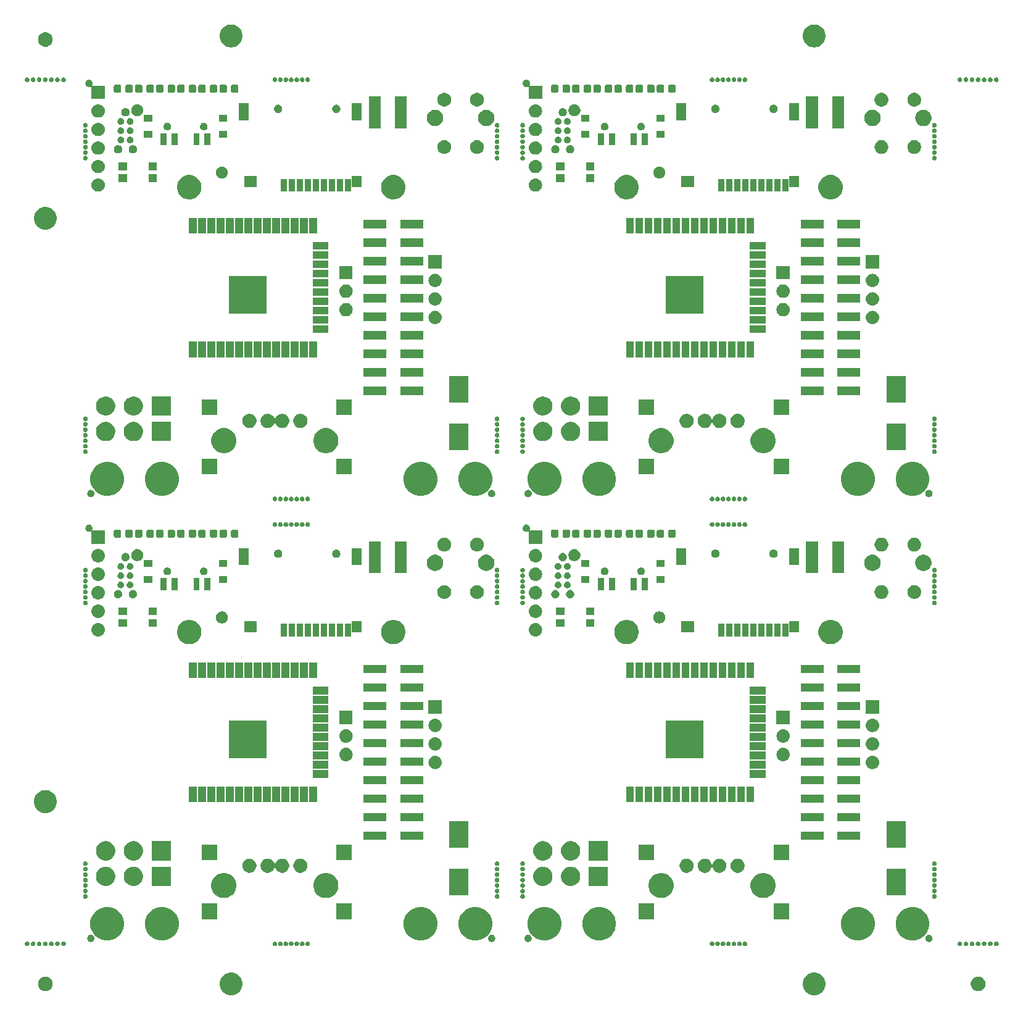
<source format=gts>
G04 #@! TF.GenerationSoftware,KiCad,Pcbnew,5.1.0*
G04 #@! TF.CreationDate,2019-04-11T17:34:40+02:00*
G04 #@! TF.ProjectId,output.KXKM_battery_module_PANEL,6f757470-7574-42e4-9b58-4b4d5f626174,2.0*
G04 #@! TF.SameCoordinates,PX623a7c0PY839b680*
G04 #@! TF.FileFunction,Soldermask,Top*
G04 #@! TF.FilePolarity,Negative*
%FSLAX46Y46*%
G04 Gerber Fmt 4.6, Leading zero omitted, Abs format (unit mm)*
G04 Created by KiCad (PCBNEW 5.1.0) date 2019-04-11 17:34:40*
%MOMM*%
%LPD*%
G04 APERTURE LIST*
%ADD10C,0.100000*%
G04 APERTURE END LIST*
D10*
G36*
X90755739Y-18450111D02*
G01*
X90957952Y-18490334D01*
X91243674Y-18608684D01*
X91500817Y-18780501D01*
X91719499Y-18999183D01*
X91891316Y-19256326D01*
X92009666Y-19542048D01*
X92070000Y-19845368D01*
X92070000Y-20154632D01*
X92009666Y-20457952D01*
X91891316Y-20743674D01*
X91719499Y-21000817D01*
X91500817Y-21219499D01*
X91243674Y-21391316D01*
X90957952Y-21509666D01*
X90755739Y-21549889D01*
X90654633Y-21570000D01*
X90345367Y-21570000D01*
X90244261Y-21549889D01*
X90042048Y-21509666D01*
X89756326Y-21391316D01*
X89499183Y-21219499D01*
X89280501Y-21000817D01*
X89108684Y-20743674D01*
X88990334Y-20457952D01*
X88930000Y-20154632D01*
X88930000Y-19845368D01*
X88990334Y-19542048D01*
X89108684Y-19256326D01*
X89280501Y-18999183D01*
X89499183Y-18780501D01*
X89756326Y-18608684D01*
X90042048Y-18490334D01*
X90244261Y-18450111D01*
X90345367Y-18430000D01*
X90654633Y-18430000D01*
X90755739Y-18450111D01*
X90755739Y-18450111D01*
G37*
G36*
X10755739Y-18450111D02*
G01*
X10957952Y-18490334D01*
X11243674Y-18608684D01*
X11500817Y-18780501D01*
X11719499Y-18999183D01*
X11891316Y-19256326D01*
X12009666Y-19542048D01*
X12070000Y-19845368D01*
X12070000Y-20154632D01*
X12009666Y-20457952D01*
X11891316Y-20743674D01*
X11719499Y-21000817D01*
X11500817Y-21219499D01*
X11243674Y-21391316D01*
X10957952Y-21509666D01*
X10755739Y-21549889D01*
X10654633Y-21570000D01*
X10345367Y-21570000D01*
X10244261Y-21549889D01*
X10042048Y-21509666D01*
X9756326Y-21391316D01*
X9499183Y-21219499D01*
X9280501Y-21000817D01*
X9108684Y-20743674D01*
X8990334Y-20457952D01*
X8930000Y-20154632D01*
X8930000Y-19845368D01*
X8990334Y-19542048D01*
X9108684Y-19256326D01*
X9280501Y-18999183D01*
X9499183Y-18780501D01*
X9756326Y-18608684D01*
X10042048Y-18490334D01*
X10244261Y-18450111D01*
X10345367Y-18430000D01*
X10654633Y-18430000D01*
X10755739Y-18450111D01*
X10755739Y-18450111D01*
G37*
G36*
X113195090Y-19019214D02*
G01*
X113291689Y-19038429D01*
X113473678Y-19113811D01*
X113637463Y-19223249D01*
X113776751Y-19362537D01*
X113886189Y-19526322D01*
X113961571Y-19708311D01*
X114000000Y-19901509D01*
X114000000Y-20098491D01*
X113961571Y-20291689D01*
X113886189Y-20473678D01*
X113776751Y-20637463D01*
X113637463Y-20776751D01*
X113473678Y-20886189D01*
X113291689Y-20961571D01*
X113195090Y-20980786D01*
X113098493Y-21000000D01*
X112901507Y-21000000D01*
X112804910Y-20980786D01*
X112708311Y-20961571D01*
X112526322Y-20886189D01*
X112362537Y-20776751D01*
X112223249Y-20637463D01*
X112113811Y-20473678D01*
X112038429Y-20291689D01*
X112000000Y-20098491D01*
X112000000Y-19901509D01*
X112038429Y-19708311D01*
X112113811Y-19526322D01*
X112223249Y-19362537D01*
X112362537Y-19223249D01*
X112526322Y-19113811D01*
X112708311Y-19038429D01*
X112804910Y-19019214D01*
X112901507Y-19000000D01*
X113098493Y-19000000D01*
X113195090Y-19019214D01*
X113195090Y-19019214D01*
G37*
G36*
X-14804910Y-19019214D02*
G01*
X-14708311Y-19038429D01*
X-14526322Y-19113811D01*
X-14362537Y-19223249D01*
X-14223249Y-19362537D01*
X-14113811Y-19526322D01*
X-14038429Y-19708311D01*
X-14000000Y-19901509D01*
X-14000000Y-20098491D01*
X-14038429Y-20291689D01*
X-14113811Y-20473678D01*
X-14223249Y-20637463D01*
X-14362537Y-20776751D01*
X-14526322Y-20886189D01*
X-14708311Y-20961571D01*
X-14804910Y-20980786D01*
X-14901507Y-21000000D01*
X-15098493Y-21000000D01*
X-15195090Y-20980786D01*
X-15291689Y-20961571D01*
X-15473678Y-20886189D01*
X-15637463Y-20776751D01*
X-15776751Y-20637463D01*
X-15886189Y-20473678D01*
X-15961571Y-20291689D01*
X-16000000Y-20098491D01*
X-16000000Y-19901509D01*
X-15961571Y-19708311D01*
X-15886189Y-19526322D01*
X-15776751Y-19362537D01*
X-15637463Y-19223249D01*
X-15473678Y-19113811D01*
X-15291689Y-19038429D01*
X-15195090Y-19019214D01*
X-15098493Y-19000000D01*
X-14901507Y-19000000D01*
X-14804910Y-19019214D01*
X-14804910Y-19019214D01*
G37*
G36*
X21093330Y-14192297D02*
G01*
X21151566Y-14216419D01*
X21151568Y-14216420D01*
X21203979Y-14251440D01*
X21248551Y-14296012D01*
X21248552Y-14296014D01*
X21283572Y-14348425D01*
X21307694Y-14406661D01*
X21319991Y-14468481D01*
X21319991Y-14531519D01*
X21307694Y-14593339D01*
X21283572Y-14651575D01*
X21283571Y-14651577D01*
X21248551Y-14703988D01*
X21203979Y-14748560D01*
X21151568Y-14783580D01*
X21151567Y-14783581D01*
X21151566Y-14783581D01*
X21093330Y-14807703D01*
X21031510Y-14820000D01*
X20968472Y-14820000D01*
X20906652Y-14807703D01*
X20848416Y-14783581D01*
X20848415Y-14783581D01*
X20848414Y-14783580D01*
X20796003Y-14748560D01*
X20751431Y-14703988D01*
X20716411Y-14651577D01*
X20716410Y-14651575D01*
X20692288Y-14593339D01*
X20679991Y-14531519D01*
X20679991Y-14468481D01*
X20692288Y-14406661D01*
X20716410Y-14348425D01*
X20751430Y-14296014D01*
X20751431Y-14296012D01*
X20796003Y-14251440D01*
X20848414Y-14216420D01*
X20848416Y-14216419D01*
X20906652Y-14192297D01*
X20968472Y-14180000D01*
X21031510Y-14180000D01*
X21093330Y-14192297D01*
X21093330Y-14192297D01*
G37*
G36*
X76593354Y-14192297D02*
G01*
X76651590Y-14216419D01*
X76651592Y-14216420D01*
X76704003Y-14251440D01*
X76748575Y-14296012D01*
X76748576Y-14296014D01*
X76783596Y-14348425D01*
X76807718Y-14406661D01*
X76820015Y-14468481D01*
X76820015Y-14531519D01*
X76807718Y-14593339D01*
X76783596Y-14651575D01*
X76783595Y-14651577D01*
X76748575Y-14703988D01*
X76704003Y-14748560D01*
X76651592Y-14783580D01*
X76651591Y-14783581D01*
X76651590Y-14783581D01*
X76593354Y-14807703D01*
X76531534Y-14820000D01*
X76468496Y-14820000D01*
X76406676Y-14807703D01*
X76348440Y-14783581D01*
X76348439Y-14783581D01*
X76348438Y-14783580D01*
X76296027Y-14748560D01*
X76251455Y-14703988D01*
X76216435Y-14651577D01*
X76216434Y-14651575D01*
X76192312Y-14593339D01*
X76180015Y-14531519D01*
X76180015Y-14468481D01*
X76192312Y-14406661D01*
X76216434Y-14348425D01*
X76251454Y-14296014D01*
X76251455Y-14296012D01*
X76296027Y-14251440D01*
X76348438Y-14216420D01*
X76348440Y-14216419D01*
X76406676Y-14192297D01*
X76468496Y-14180000D01*
X76531534Y-14180000D01*
X76593354Y-14192297D01*
X76593354Y-14192297D01*
G37*
G36*
X20343334Y-14192297D02*
G01*
X20401570Y-14216419D01*
X20401572Y-14216420D01*
X20453983Y-14251440D01*
X20498555Y-14296012D01*
X20498556Y-14296014D01*
X20533576Y-14348425D01*
X20557698Y-14406661D01*
X20569995Y-14468481D01*
X20569995Y-14531519D01*
X20557698Y-14593339D01*
X20533576Y-14651575D01*
X20533575Y-14651577D01*
X20498555Y-14703988D01*
X20453983Y-14748560D01*
X20401572Y-14783580D01*
X20401571Y-14783581D01*
X20401570Y-14783581D01*
X20343334Y-14807703D01*
X20281514Y-14820000D01*
X20218476Y-14820000D01*
X20156656Y-14807703D01*
X20098420Y-14783581D01*
X20098419Y-14783581D01*
X20098418Y-14783580D01*
X20046007Y-14748560D01*
X20001435Y-14703988D01*
X19966415Y-14651577D01*
X19966414Y-14651575D01*
X19942292Y-14593339D01*
X19929995Y-14531519D01*
X19929995Y-14468481D01*
X19942292Y-14406661D01*
X19966414Y-14348425D01*
X20001434Y-14296014D01*
X20001435Y-14296012D01*
X20046007Y-14251440D01*
X20098418Y-14216420D01*
X20098420Y-14216419D01*
X20156656Y-14192297D01*
X20218476Y-14180000D01*
X20281514Y-14180000D01*
X20343334Y-14192297D01*
X20343334Y-14192297D01*
G37*
G36*
X19593338Y-14192297D02*
G01*
X19651574Y-14216419D01*
X19651576Y-14216420D01*
X19703987Y-14251440D01*
X19748559Y-14296012D01*
X19748560Y-14296014D01*
X19783580Y-14348425D01*
X19807702Y-14406661D01*
X19819999Y-14468481D01*
X19819999Y-14531519D01*
X19807702Y-14593339D01*
X19783580Y-14651575D01*
X19783579Y-14651577D01*
X19748559Y-14703988D01*
X19703987Y-14748560D01*
X19651576Y-14783580D01*
X19651575Y-14783581D01*
X19651574Y-14783581D01*
X19593338Y-14807703D01*
X19531518Y-14820000D01*
X19468480Y-14820000D01*
X19406660Y-14807703D01*
X19348424Y-14783581D01*
X19348423Y-14783581D01*
X19348422Y-14783580D01*
X19296011Y-14748560D01*
X19251439Y-14703988D01*
X19216419Y-14651577D01*
X19216418Y-14651575D01*
X19192296Y-14593339D01*
X19179999Y-14531519D01*
X19179999Y-14468481D01*
X19192296Y-14406661D01*
X19216418Y-14348425D01*
X19251438Y-14296014D01*
X19251439Y-14296012D01*
X19296011Y-14251440D01*
X19348422Y-14216420D01*
X19348424Y-14216419D01*
X19406660Y-14192297D01*
X19468480Y-14180000D01*
X19531518Y-14180000D01*
X19593338Y-14192297D01*
X19593338Y-14192297D01*
G37*
G36*
X81093330Y-14192297D02*
G01*
X81151566Y-14216419D01*
X81151568Y-14216420D01*
X81203979Y-14251440D01*
X81248551Y-14296012D01*
X81248552Y-14296014D01*
X81283572Y-14348425D01*
X81307694Y-14406661D01*
X81319991Y-14468481D01*
X81319991Y-14531519D01*
X81307694Y-14593339D01*
X81283572Y-14651575D01*
X81283571Y-14651577D01*
X81248551Y-14703988D01*
X81203979Y-14748560D01*
X81151568Y-14783580D01*
X81151567Y-14783581D01*
X81151566Y-14783581D01*
X81093330Y-14807703D01*
X81031510Y-14820000D01*
X80968472Y-14820000D01*
X80906652Y-14807703D01*
X80848416Y-14783581D01*
X80848415Y-14783581D01*
X80848414Y-14783580D01*
X80796003Y-14748560D01*
X80751431Y-14703988D01*
X80716411Y-14651577D01*
X80716410Y-14651575D01*
X80692288Y-14593339D01*
X80679991Y-14531519D01*
X80679991Y-14468481D01*
X80692288Y-14406661D01*
X80716410Y-14348425D01*
X80751430Y-14296014D01*
X80751431Y-14296012D01*
X80796003Y-14251440D01*
X80848414Y-14216420D01*
X80848416Y-14216419D01*
X80906652Y-14192297D01*
X80968472Y-14180000D01*
X81031510Y-14180000D01*
X81093330Y-14192297D01*
X81093330Y-14192297D01*
G37*
G36*
X80343334Y-14192297D02*
G01*
X80401570Y-14216419D01*
X80401572Y-14216420D01*
X80453983Y-14251440D01*
X80498555Y-14296012D01*
X80498556Y-14296014D01*
X80533576Y-14348425D01*
X80557698Y-14406661D01*
X80569995Y-14468481D01*
X80569995Y-14531519D01*
X80557698Y-14593339D01*
X80533576Y-14651575D01*
X80533575Y-14651577D01*
X80498555Y-14703988D01*
X80453983Y-14748560D01*
X80401572Y-14783580D01*
X80401571Y-14783581D01*
X80401570Y-14783581D01*
X80343334Y-14807703D01*
X80281514Y-14820000D01*
X80218476Y-14820000D01*
X80156656Y-14807703D01*
X80098420Y-14783581D01*
X80098419Y-14783581D01*
X80098418Y-14783580D01*
X80046007Y-14748560D01*
X80001435Y-14703988D01*
X79966415Y-14651577D01*
X79966414Y-14651575D01*
X79942292Y-14593339D01*
X79929995Y-14531519D01*
X79929995Y-14468481D01*
X79942292Y-14406661D01*
X79966414Y-14348425D01*
X80001434Y-14296014D01*
X80001435Y-14296012D01*
X80046007Y-14251440D01*
X80098418Y-14216420D01*
X80098420Y-14216419D01*
X80156656Y-14192297D01*
X80218476Y-14180000D01*
X80281514Y-14180000D01*
X80343334Y-14192297D01*
X80343334Y-14192297D01*
G37*
G36*
X79593338Y-14192297D02*
G01*
X79651574Y-14216419D01*
X79651576Y-14216420D01*
X79703987Y-14251440D01*
X79748559Y-14296012D01*
X79748560Y-14296014D01*
X79783580Y-14348425D01*
X79807702Y-14406661D01*
X79819999Y-14468481D01*
X79819999Y-14531519D01*
X79807702Y-14593339D01*
X79783580Y-14651575D01*
X79783579Y-14651577D01*
X79748559Y-14703988D01*
X79703987Y-14748560D01*
X79651576Y-14783580D01*
X79651575Y-14783581D01*
X79651574Y-14783581D01*
X79593338Y-14807703D01*
X79531518Y-14820000D01*
X79468480Y-14820000D01*
X79406660Y-14807703D01*
X79348424Y-14783581D01*
X79348423Y-14783581D01*
X79348422Y-14783580D01*
X79296011Y-14748560D01*
X79251439Y-14703988D01*
X79216419Y-14651577D01*
X79216418Y-14651575D01*
X79192296Y-14593339D01*
X79179999Y-14531519D01*
X79179999Y-14468481D01*
X79192296Y-14406661D01*
X79216418Y-14348425D01*
X79251438Y-14296014D01*
X79251439Y-14296012D01*
X79296011Y-14251440D01*
X79348422Y-14216420D01*
X79348424Y-14216419D01*
X79406660Y-14192297D01*
X79468480Y-14180000D01*
X79531518Y-14180000D01*
X79593338Y-14192297D01*
X79593338Y-14192297D01*
G37*
G36*
X78843342Y-14192297D02*
G01*
X78901578Y-14216419D01*
X78901580Y-14216420D01*
X78953991Y-14251440D01*
X78998563Y-14296012D01*
X78998564Y-14296014D01*
X79033584Y-14348425D01*
X79057706Y-14406661D01*
X79070003Y-14468481D01*
X79070003Y-14531519D01*
X79057706Y-14593339D01*
X79033584Y-14651575D01*
X79033583Y-14651577D01*
X78998563Y-14703988D01*
X78953991Y-14748560D01*
X78901580Y-14783580D01*
X78901579Y-14783581D01*
X78901578Y-14783581D01*
X78843342Y-14807703D01*
X78781522Y-14820000D01*
X78718484Y-14820000D01*
X78656664Y-14807703D01*
X78598428Y-14783581D01*
X78598427Y-14783581D01*
X78598426Y-14783580D01*
X78546015Y-14748560D01*
X78501443Y-14703988D01*
X78466423Y-14651577D01*
X78466422Y-14651575D01*
X78442300Y-14593339D01*
X78430003Y-14531519D01*
X78430003Y-14468481D01*
X78442300Y-14406661D01*
X78466422Y-14348425D01*
X78501442Y-14296014D01*
X78501443Y-14296012D01*
X78546015Y-14251440D01*
X78598426Y-14216420D01*
X78598428Y-14216419D01*
X78656664Y-14192297D01*
X78718484Y-14180000D01*
X78781522Y-14180000D01*
X78843342Y-14192297D01*
X78843342Y-14192297D01*
G37*
G36*
X78093346Y-14192297D02*
G01*
X78151582Y-14216419D01*
X78151584Y-14216420D01*
X78203995Y-14251440D01*
X78248567Y-14296012D01*
X78248568Y-14296014D01*
X78283588Y-14348425D01*
X78307710Y-14406661D01*
X78320007Y-14468481D01*
X78320007Y-14531519D01*
X78307710Y-14593339D01*
X78283588Y-14651575D01*
X78283587Y-14651577D01*
X78248567Y-14703988D01*
X78203995Y-14748560D01*
X78151584Y-14783580D01*
X78151583Y-14783581D01*
X78151582Y-14783581D01*
X78093346Y-14807703D01*
X78031526Y-14820000D01*
X77968488Y-14820000D01*
X77906668Y-14807703D01*
X77848432Y-14783581D01*
X77848431Y-14783581D01*
X77848430Y-14783580D01*
X77796019Y-14748560D01*
X77751447Y-14703988D01*
X77716427Y-14651577D01*
X77716426Y-14651575D01*
X77692304Y-14593339D01*
X77680007Y-14531519D01*
X77680007Y-14468481D01*
X77692304Y-14406661D01*
X77716426Y-14348425D01*
X77751446Y-14296014D01*
X77751447Y-14296012D01*
X77796019Y-14251440D01*
X77848430Y-14216420D01*
X77848432Y-14216419D01*
X77906668Y-14192297D01*
X77968488Y-14180000D01*
X78031526Y-14180000D01*
X78093346Y-14192297D01*
X78093346Y-14192297D01*
G37*
G36*
X77343350Y-14192297D02*
G01*
X77401586Y-14216419D01*
X77401588Y-14216420D01*
X77453999Y-14251440D01*
X77498571Y-14296012D01*
X77498572Y-14296014D01*
X77533592Y-14348425D01*
X77557714Y-14406661D01*
X77570011Y-14468481D01*
X77570011Y-14531519D01*
X77557714Y-14593339D01*
X77533592Y-14651575D01*
X77533591Y-14651577D01*
X77498571Y-14703988D01*
X77453999Y-14748560D01*
X77401588Y-14783580D01*
X77401587Y-14783581D01*
X77401586Y-14783581D01*
X77343350Y-14807703D01*
X77281530Y-14820000D01*
X77218492Y-14820000D01*
X77156672Y-14807703D01*
X77098436Y-14783581D01*
X77098435Y-14783581D01*
X77098434Y-14783580D01*
X77046023Y-14748560D01*
X77001451Y-14703988D01*
X76966431Y-14651577D01*
X76966430Y-14651575D01*
X76942308Y-14593339D01*
X76930011Y-14531519D01*
X76930011Y-14468481D01*
X76942308Y-14406661D01*
X76966430Y-14348425D01*
X77001450Y-14296014D01*
X77001451Y-14296012D01*
X77046023Y-14251440D01*
X77098434Y-14216420D01*
X77098436Y-14216419D01*
X77156672Y-14192297D01*
X77218492Y-14180000D01*
X77281530Y-14180000D01*
X77343350Y-14192297D01*
X77343350Y-14192297D01*
G37*
G36*
X16593354Y-14192297D02*
G01*
X16651590Y-14216419D01*
X16651592Y-14216420D01*
X16704003Y-14251440D01*
X16748575Y-14296012D01*
X16748576Y-14296014D01*
X16783596Y-14348425D01*
X16807718Y-14406661D01*
X16820015Y-14468481D01*
X16820015Y-14531519D01*
X16807718Y-14593339D01*
X16783596Y-14651575D01*
X16783595Y-14651577D01*
X16748575Y-14703988D01*
X16704003Y-14748560D01*
X16651592Y-14783580D01*
X16651591Y-14783581D01*
X16651590Y-14783581D01*
X16593354Y-14807703D01*
X16531534Y-14820000D01*
X16468496Y-14820000D01*
X16406676Y-14807703D01*
X16348440Y-14783581D01*
X16348439Y-14783581D01*
X16348438Y-14783580D01*
X16296027Y-14748560D01*
X16251455Y-14703988D01*
X16216435Y-14651577D01*
X16216434Y-14651575D01*
X16192312Y-14593339D01*
X16180015Y-14531519D01*
X16180015Y-14468481D01*
X16192312Y-14406661D01*
X16216434Y-14348425D01*
X16251454Y-14296014D01*
X16251455Y-14296012D01*
X16296027Y-14251440D01*
X16348438Y-14216420D01*
X16348440Y-14216419D01*
X16406676Y-14192297D01*
X16468496Y-14180000D01*
X16531534Y-14180000D01*
X16593354Y-14192297D01*
X16593354Y-14192297D01*
G37*
G36*
X17343350Y-14192297D02*
G01*
X17401586Y-14216419D01*
X17401588Y-14216420D01*
X17453999Y-14251440D01*
X17498571Y-14296012D01*
X17498572Y-14296014D01*
X17533592Y-14348425D01*
X17557714Y-14406661D01*
X17570011Y-14468481D01*
X17570011Y-14531519D01*
X17557714Y-14593339D01*
X17533592Y-14651575D01*
X17533591Y-14651577D01*
X17498571Y-14703988D01*
X17453999Y-14748560D01*
X17401588Y-14783580D01*
X17401587Y-14783581D01*
X17401586Y-14783581D01*
X17343350Y-14807703D01*
X17281530Y-14820000D01*
X17218492Y-14820000D01*
X17156672Y-14807703D01*
X17098436Y-14783581D01*
X17098435Y-14783581D01*
X17098434Y-14783580D01*
X17046023Y-14748560D01*
X17001451Y-14703988D01*
X16966431Y-14651577D01*
X16966430Y-14651575D01*
X16942308Y-14593339D01*
X16930011Y-14531519D01*
X16930011Y-14468481D01*
X16942308Y-14406661D01*
X16966430Y-14348425D01*
X17001450Y-14296014D01*
X17001451Y-14296012D01*
X17046023Y-14251440D01*
X17098434Y-14216420D01*
X17098436Y-14216419D01*
X17156672Y-14192297D01*
X17218492Y-14180000D01*
X17281530Y-14180000D01*
X17343350Y-14192297D01*
X17343350Y-14192297D01*
G37*
G36*
X18093346Y-14192297D02*
G01*
X18151582Y-14216419D01*
X18151584Y-14216420D01*
X18203995Y-14251440D01*
X18248567Y-14296012D01*
X18248568Y-14296014D01*
X18283588Y-14348425D01*
X18307710Y-14406661D01*
X18320007Y-14468481D01*
X18320007Y-14531519D01*
X18307710Y-14593339D01*
X18283588Y-14651575D01*
X18283587Y-14651577D01*
X18248567Y-14703988D01*
X18203995Y-14748560D01*
X18151584Y-14783580D01*
X18151583Y-14783581D01*
X18151582Y-14783581D01*
X18093346Y-14807703D01*
X18031526Y-14820000D01*
X17968488Y-14820000D01*
X17906668Y-14807703D01*
X17848432Y-14783581D01*
X17848431Y-14783581D01*
X17848430Y-14783580D01*
X17796019Y-14748560D01*
X17751447Y-14703988D01*
X17716427Y-14651577D01*
X17716426Y-14651575D01*
X17692304Y-14593339D01*
X17680007Y-14531519D01*
X17680007Y-14468481D01*
X17692304Y-14406661D01*
X17716426Y-14348425D01*
X17751446Y-14296014D01*
X17751447Y-14296012D01*
X17796019Y-14251440D01*
X17848430Y-14216420D01*
X17848432Y-14216419D01*
X17906668Y-14192297D01*
X17968488Y-14180000D01*
X18031526Y-14180000D01*
X18093346Y-14192297D01*
X18093346Y-14192297D01*
G37*
G36*
X18843342Y-14192297D02*
G01*
X18901578Y-14216419D01*
X18901580Y-14216420D01*
X18953991Y-14251440D01*
X18998563Y-14296012D01*
X18998564Y-14296014D01*
X19033584Y-14348425D01*
X19057706Y-14406661D01*
X19070003Y-14468481D01*
X19070003Y-14531519D01*
X19057706Y-14593339D01*
X19033584Y-14651575D01*
X19033583Y-14651577D01*
X18998563Y-14703988D01*
X18953991Y-14748560D01*
X18901580Y-14783580D01*
X18901579Y-14783581D01*
X18901578Y-14783581D01*
X18843342Y-14807703D01*
X18781522Y-14820000D01*
X18718484Y-14820000D01*
X18656664Y-14807703D01*
X18598428Y-14783581D01*
X18598427Y-14783581D01*
X18598426Y-14783580D01*
X18546015Y-14748560D01*
X18501443Y-14703988D01*
X18466423Y-14651577D01*
X18466422Y-14651575D01*
X18442300Y-14593339D01*
X18430003Y-14531519D01*
X18430003Y-14468481D01*
X18442300Y-14406661D01*
X18466422Y-14348425D01*
X18501442Y-14296014D01*
X18501443Y-14296012D01*
X18546015Y-14251440D01*
X18598426Y-14216420D01*
X18598428Y-14216419D01*
X18656664Y-14192297D01*
X18718484Y-14180000D01*
X18781522Y-14180000D01*
X18843342Y-14192297D01*
X18843342Y-14192297D01*
G37*
G36*
X-16573326Y-14192297D02*
G01*
X-16515090Y-14216419D01*
X-16515088Y-14216420D01*
X-16462677Y-14251440D01*
X-16418105Y-14296012D01*
X-16418104Y-14296014D01*
X-16383084Y-14348425D01*
X-16358962Y-14406661D01*
X-16346665Y-14468481D01*
X-16346665Y-14531519D01*
X-16358962Y-14593339D01*
X-16383084Y-14651575D01*
X-16383085Y-14651577D01*
X-16418105Y-14703988D01*
X-16462677Y-14748560D01*
X-16515088Y-14783580D01*
X-16515089Y-14783581D01*
X-16515090Y-14783581D01*
X-16573326Y-14807703D01*
X-16635146Y-14820000D01*
X-16698184Y-14820000D01*
X-16760004Y-14807703D01*
X-16818240Y-14783581D01*
X-16818241Y-14783581D01*
X-16818242Y-14783580D01*
X-16870653Y-14748560D01*
X-16915225Y-14703988D01*
X-16950245Y-14651577D01*
X-16950246Y-14651575D01*
X-16974368Y-14593339D01*
X-16986665Y-14531519D01*
X-16986665Y-14468481D01*
X-16974368Y-14406661D01*
X-16950246Y-14348425D01*
X-16915226Y-14296014D01*
X-16915225Y-14296012D01*
X-16870653Y-14251440D01*
X-16818242Y-14216420D01*
X-16818240Y-14216419D01*
X-16760004Y-14192297D01*
X-16698184Y-14180000D01*
X-16635146Y-14180000D01*
X-16573326Y-14192297D01*
X-16573326Y-14192297D01*
G37*
G36*
X-17406659Y-14192297D02*
G01*
X-17348423Y-14216419D01*
X-17348421Y-14216420D01*
X-17296010Y-14251440D01*
X-17251438Y-14296012D01*
X-17251437Y-14296014D01*
X-17216417Y-14348425D01*
X-17192295Y-14406661D01*
X-17179998Y-14468481D01*
X-17179998Y-14531519D01*
X-17192295Y-14593339D01*
X-17216417Y-14651575D01*
X-17216418Y-14651577D01*
X-17251438Y-14703988D01*
X-17296010Y-14748560D01*
X-17348421Y-14783580D01*
X-17348422Y-14783581D01*
X-17348423Y-14783581D01*
X-17406659Y-14807703D01*
X-17468479Y-14820000D01*
X-17531517Y-14820000D01*
X-17593337Y-14807703D01*
X-17651573Y-14783581D01*
X-17651574Y-14783581D01*
X-17651575Y-14783580D01*
X-17703986Y-14748560D01*
X-17748558Y-14703988D01*
X-17783578Y-14651577D01*
X-17783579Y-14651575D01*
X-17807701Y-14593339D01*
X-17819998Y-14531519D01*
X-17819998Y-14468481D01*
X-17807701Y-14406661D01*
X-17783579Y-14348425D01*
X-17748559Y-14296014D01*
X-17748558Y-14296012D01*
X-17703986Y-14251440D01*
X-17651575Y-14216420D01*
X-17651573Y-14216419D01*
X-17593337Y-14192297D01*
X-17531517Y-14180000D01*
X-17468479Y-14180000D01*
X-17406659Y-14192297D01*
X-17406659Y-14192297D01*
G37*
G36*
X110593339Y-14192297D02*
G01*
X110651575Y-14216419D01*
X110651577Y-14216420D01*
X110703988Y-14251440D01*
X110748560Y-14296012D01*
X110748561Y-14296014D01*
X110783581Y-14348425D01*
X110807703Y-14406661D01*
X110820000Y-14468481D01*
X110820000Y-14531519D01*
X110807703Y-14593339D01*
X110783581Y-14651575D01*
X110783580Y-14651577D01*
X110748560Y-14703988D01*
X110703988Y-14748560D01*
X110651577Y-14783580D01*
X110651576Y-14783581D01*
X110651575Y-14783581D01*
X110593339Y-14807703D01*
X110531519Y-14820000D01*
X110468481Y-14820000D01*
X110406661Y-14807703D01*
X110348425Y-14783581D01*
X110348424Y-14783581D01*
X110348423Y-14783580D01*
X110296012Y-14748560D01*
X110251440Y-14703988D01*
X110216420Y-14651577D01*
X110216419Y-14651575D01*
X110192297Y-14593339D01*
X110180000Y-14531519D01*
X110180000Y-14468481D01*
X110192297Y-14406661D01*
X110216419Y-14348425D01*
X110251439Y-14296014D01*
X110251440Y-14296012D01*
X110296012Y-14251440D01*
X110348423Y-14216420D01*
X110348425Y-14216419D01*
X110406661Y-14192297D01*
X110468481Y-14180000D01*
X110531519Y-14180000D01*
X110593339Y-14192297D01*
X110593339Y-14192297D01*
G37*
G36*
X111426672Y-14192297D02*
G01*
X111484908Y-14216419D01*
X111484910Y-14216420D01*
X111537321Y-14251440D01*
X111581893Y-14296012D01*
X111581894Y-14296014D01*
X111616914Y-14348425D01*
X111641036Y-14406661D01*
X111653333Y-14468481D01*
X111653333Y-14531519D01*
X111641036Y-14593339D01*
X111616914Y-14651575D01*
X111616913Y-14651577D01*
X111581893Y-14703988D01*
X111537321Y-14748560D01*
X111484910Y-14783580D01*
X111484909Y-14783581D01*
X111484908Y-14783581D01*
X111426672Y-14807703D01*
X111364852Y-14820000D01*
X111301814Y-14820000D01*
X111239994Y-14807703D01*
X111181758Y-14783581D01*
X111181757Y-14783581D01*
X111181756Y-14783580D01*
X111129345Y-14748560D01*
X111084773Y-14703988D01*
X111049753Y-14651577D01*
X111049752Y-14651575D01*
X111025630Y-14593339D01*
X111013333Y-14531519D01*
X111013333Y-14468481D01*
X111025630Y-14406661D01*
X111049752Y-14348425D01*
X111084772Y-14296014D01*
X111084773Y-14296012D01*
X111129345Y-14251440D01*
X111181756Y-14216420D01*
X111181758Y-14216419D01*
X111239994Y-14192297D01*
X111301814Y-14180000D01*
X111364852Y-14180000D01*
X111426672Y-14192297D01*
X111426672Y-14192297D01*
G37*
G36*
X112260005Y-14192297D02*
G01*
X112318241Y-14216419D01*
X112318243Y-14216420D01*
X112370654Y-14251440D01*
X112415226Y-14296012D01*
X112415227Y-14296014D01*
X112450247Y-14348425D01*
X112474369Y-14406661D01*
X112486666Y-14468481D01*
X112486666Y-14531519D01*
X112474369Y-14593339D01*
X112450247Y-14651575D01*
X112450246Y-14651577D01*
X112415226Y-14703988D01*
X112370654Y-14748560D01*
X112318243Y-14783580D01*
X112318242Y-14783581D01*
X112318241Y-14783581D01*
X112260005Y-14807703D01*
X112198185Y-14820000D01*
X112135147Y-14820000D01*
X112073327Y-14807703D01*
X112015091Y-14783581D01*
X112015090Y-14783581D01*
X112015089Y-14783580D01*
X111962678Y-14748560D01*
X111918106Y-14703988D01*
X111883086Y-14651577D01*
X111883085Y-14651575D01*
X111858963Y-14593339D01*
X111846666Y-14531519D01*
X111846666Y-14468481D01*
X111858963Y-14406661D01*
X111883085Y-14348425D01*
X111918105Y-14296014D01*
X111918106Y-14296012D01*
X111962678Y-14251440D01*
X112015089Y-14216420D01*
X112015091Y-14216419D01*
X112073327Y-14192297D01*
X112135147Y-14180000D01*
X112198185Y-14180000D01*
X112260005Y-14192297D01*
X112260005Y-14192297D01*
G37*
G36*
X113093338Y-14192297D02*
G01*
X113151574Y-14216419D01*
X113151576Y-14216420D01*
X113203987Y-14251440D01*
X113248559Y-14296012D01*
X113248560Y-14296014D01*
X113283580Y-14348425D01*
X113307702Y-14406661D01*
X113319999Y-14468481D01*
X113319999Y-14531519D01*
X113307702Y-14593339D01*
X113283580Y-14651575D01*
X113283579Y-14651577D01*
X113248559Y-14703988D01*
X113203987Y-14748560D01*
X113151576Y-14783580D01*
X113151575Y-14783581D01*
X113151574Y-14783581D01*
X113093338Y-14807703D01*
X113031518Y-14820000D01*
X112968480Y-14820000D01*
X112906660Y-14807703D01*
X112848424Y-14783581D01*
X112848423Y-14783581D01*
X112848422Y-14783580D01*
X112796011Y-14748560D01*
X112751439Y-14703988D01*
X112716419Y-14651577D01*
X112716418Y-14651575D01*
X112692296Y-14593339D01*
X112679999Y-14531519D01*
X112679999Y-14468481D01*
X112692296Y-14406661D01*
X112716418Y-14348425D01*
X112751438Y-14296014D01*
X112751439Y-14296012D01*
X112796011Y-14251440D01*
X112848422Y-14216420D01*
X112848424Y-14216419D01*
X112906660Y-14192297D01*
X112968480Y-14180000D01*
X113031518Y-14180000D01*
X113093338Y-14192297D01*
X113093338Y-14192297D01*
G37*
G36*
X-14073327Y-14192297D02*
G01*
X-14015091Y-14216419D01*
X-14015089Y-14216420D01*
X-13962678Y-14251440D01*
X-13918106Y-14296012D01*
X-13918105Y-14296014D01*
X-13883085Y-14348425D01*
X-13858963Y-14406661D01*
X-13846666Y-14468481D01*
X-13846666Y-14531519D01*
X-13858963Y-14593339D01*
X-13883085Y-14651575D01*
X-13883086Y-14651577D01*
X-13918106Y-14703988D01*
X-13962678Y-14748560D01*
X-14015089Y-14783580D01*
X-14015090Y-14783581D01*
X-14015091Y-14783581D01*
X-14073327Y-14807703D01*
X-14135147Y-14820000D01*
X-14198185Y-14820000D01*
X-14260005Y-14807703D01*
X-14318241Y-14783581D01*
X-14318242Y-14783581D01*
X-14318243Y-14783580D01*
X-14370654Y-14748560D01*
X-14415226Y-14703988D01*
X-14450246Y-14651577D01*
X-14450247Y-14651575D01*
X-14474369Y-14593339D01*
X-14486666Y-14531519D01*
X-14486666Y-14468481D01*
X-14474369Y-14406661D01*
X-14450247Y-14348425D01*
X-14415227Y-14296014D01*
X-14415226Y-14296012D01*
X-14370654Y-14251440D01*
X-14318243Y-14216420D01*
X-14318241Y-14216419D01*
X-14260005Y-14192297D01*
X-14198185Y-14180000D01*
X-14135147Y-14180000D01*
X-14073327Y-14192297D01*
X-14073327Y-14192297D01*
G37*
G36*
X113926671Y-14192297D02*
G01*
X113984907Y-14216419D01*
X113984909Y-14216420D01*
X114037320Y-14251440D01*
X114081892Y-14296012D01*
X114081893Y-14296014D01*
X114116913Y-14348425D01*
X114141035Y-14406661D01*
X114153332Y-14468481D01*
X114153332Y-14531519D01*
X114141035Y-14593339D01*
X114116913Y-14651575D01*
X114116912Y-14651577D01*
X114081892Y-14703988D01*
X114037320Y-14748560D01*
X113984909Y-14783580D01*
X113984908Y-14783581D01*
X113984907Y-14783581D01*
X113926671Y-14807703D01*
X113864851Y-14820000D01*
X113801813Y-14820000D01*
X113739993Y-14807703D01*
X113681757Y-14783581D01*
X113681756Y-14783581D01*
X113681755Y-14783580D01*
X113629344Y-14748560D01*
X113584772Y-14703988D01*
X113549752Y-14651577D01*
X113549751Y-14651575D01*
X113525629Y-14593339D01*
X113513332Y-14531519D01*
X113513332Y-14468481D01*
X113525629Y-14406661D01*
X113549751Y-14348425D01*
X113584771Y-14296014D01*
X113584772Y-14296012D01*
X113629344Y-14251440D01*
X113681755Y-14216420D01*
X113681757Y-14216419D01*
X113739993Y-14192297D01*
X113801813Y-14180000D01*
X113864851Y-14180000D01*
X113926671Y-14192297D01*
X113926671Y-14192297D01*
G37*
G36*
X114760004Y-14192297D02*
G01*
X114818240Y-14216419D01*
X114818242Y-14216420D01*
X114870653Y-14251440D01*
X114915225Y-14296012D01*
X114915226Y-14296014D01*
X114950246Y-14348425D01*
X114974368Y-14406661D01*
X114986665Y-14468481D01*
X114986665Y-14531519D01*
X114974368Y-14593339D01*
X114950246Y-14651575D01*
X114950245Y-14651577D01*
X114915225Y-14703988D01*
X114870653Y-14748560D01*
X114818242Y-14783580D01*
X114818241Y-14783581D01*
X114818240Y-14783581D01*
X114760004Y-14807703D01*
X114698184Y-14820000D01*
X114635146Y-14820000D01*
X114573326Y-14807703D01*
X114515090Y-14783581D01*
X114515089Y-14783581D01*
X114515088Y-14783580D01*
X114462677Y-14748560D01*
X114418105Y-14703988D01*
X114383085Y-14651577D01*
X114383084Y-14651575D01*
X114358962Y-14593339D01*
X114346665Y-14531519D01*
X114346665Y-14468481D01*
X114358962Y-14406661D01*
X114383084Y-14348425D01*
X114418104Y-14296014D01*
X114418105Y-14296012D01*
X114462677Y-14251440D01*
X114515088Y-14216420D01*
X114515090Y-14216419D01*
X114573326Y-14192297D01*
X114635146Y-14180000D01*
X114698184Y-14180000D01*
X114760004Y-14192297D01*
X114760004Y-14192297D01*
G37*
G36*
X115593337Y-14192297D02*
G01*
X115651573Y-14216419D01*
X115651575Y-14216420D01*
X115703986Y-14251440D01*
X115748558Y-14296012D01*
X115748559Y-14296014D01*
X115783579Y-14348425D01*
X115807701Y-14406661D01*
X115819998Y-14468481D01*
X115819998Y-14531519D01*
X115807701Y-14593339D01*
X115783579Y-14651575D01*
X115783578Y-14651577D01*
X115748558Y-14703988D01*
X115703986Y-14748560D01*
X115651575Y-14783580D01*
X115651574Y-14783581D01*
X115651573Y-14783581D01*
X115593337Y-14807703D01*
X115531517Y-14820000D01*
X115468479Y-14820000D01*
X115406659Y-14807703D01*
X115348423Y-14783581D01*
X115348422Y-14783581D01*
X115348421Y-14783580D01*
X115296010Y-14748560D01*
X115251438Y-14703988D01*
X115216418Y-14651577D01*
X115216417Y-14651575D01*
X115192295Y-14593339D01*
X115179998Y-14531519D01*
X115179998Y-14468481D01*
X115192295Y-14406661D01*
X115216417Y-14348425D01*
X115251437Y-14296014D01*
X115251438Y-14296012D01*
X115296010Y-14251440D01*
X115348421Y-14216420D01*
X115348423Y-14216419D01*
X115406659Y-14192297D01*
X115468479Y-14180000D01*
X115531517Y-14180000D01*
X115593337Y-14192297D01*
X115593337Y-14192297D01*
G37*
G36*
X-12406661Y-14192297D02*
G01*
X-12348425Y-14216419D01*
X-12348423Y-14216420D01*
X-12296012Y-14251440D01*
X-12251440Y-14296012D01*
X-12251439Y-14296014D01*
X-12216419Y-14348425D01*
X-12192297Y-14406661D01*
X-12180000Y-14468481D01*
X-12180000Y-14531519D01*
X-12192297Y-14593339D01*
X-12216419Y-14651575D01*
X-12216420Y-14651577D01*
X-12251440Y-14703988D01*
X-12296012Y-14748560D01*
X-12348423Y-14783580D01*
X-12348424Y-14783581D01*
X-12348425Y-14783581D01*
X-12406661Y-14807703D01*
X-12468481Y-14820000D01*
X-12531519Y-14820000D01*
X-12593339Y-14807703D01*
X-12651575Y-14783581D01*
X-12651576Y-14783581D01*
X-12651577Y-14783580D01*
X-12703988Y-14748560D01*
X-12748560Y-14703988D01*
X-12783580Y-14651577D01*
X-12783581Y-14651575D01*
X-12807703Y-14593339D01*
X-12820000Y-14531519D01*
X-12820000Y-14468481D01*
X-12807703Y-14406661D01*
X-12783581Y-14348425D01*
X-12748561Y-14296014D01*
X-12748560Y-14296012D01*
X-12703988Y-14251440D01*
X-12651577Y-14216420D01*
X-12651575Y-14216419D01*
X-12593339Y-14192297D01*
X-12531519Y-14180000D01*
X-12468481Y-14180000D01*
X-12406661Y-14192297D01*
X-12406661Y-14192297D01*
G37*
G36*
X-13239994Y-14192297D02*
G01*
X-13181758Y-14216419D01*
X-13181756Y-14216420D01*
X-13129345Y-14251440D01*
X-13084773Y-14296012D01*
X-13084772Y-14296014D01*
X-13049752Y-14348425D01*
X-13025630Y-14406661D01*
X-13013333Y-14468481D01*
X-13013333Y-14531519D01*
X-13025630Y-14593339D01*
X-13049752Y-14651575D01*
X-13049753Y-14651577D01*
X-13084773Y-14703988D01*
X-13129345Y-14748560D01*
X-13181756Y-14783580D01*
X-13181757Y-14783581D01*
X-13181758Y-14783581D01*
X-13239994Y-14807703D01*
X-13301814Y-14820000D01*
X-13364852Y-14820000D01*
X-13426672Y-14807703D01*
X-13484908Y-14783581D01*
X-13484909Y-14783581D01*
X-13484910Y-14783580D01*
X-13537321Y-14748560D01*
X-13581893Y-14703988D01*
X-13616913Y-14651577D01*
X-13616914Y-14651575D01*
X-13641036Y-14593339D01*
X-13653333Y-14531519D01*
X-13653333Y-14468481D01*
X-13641036Y-14406661D01*
X-13616914Y-14348425D01*
X-13581894Y-14296014D01*
X-13581893Y-14296012D01*
X-13537321Y-14251440D01*
X-13484910Y-14216420D01*
X-13484908Y-14216419D01*
X-13426672Y-14192297D01*
X-13364852Y-14180000D01*
X-13301814Y-14180000D01*
X-13239994Y-14192297D01*
X-13239994Y-14192297D01*
G37*
G36*
X-14906660Y-14192297D02*
G01*
X-14848424Y-14216419D01*
X-14848422Y-14216420D01*
X-14796011Y-14251440D01*
X-14751439Y-14296012D01*
X-14751438Y-14296014D01*
X-14716418Y-14348425D01*
X-14692296Y-14406661D01*
X-14679999Y-14468481D01*
X-14679999Y-14531519D01*
X-14692296Y-14593339D01*
X-14716418Y-14651575D01*
X-14716419Y-14651577D01*
X-14751439Y-14703988D01*
X-14796011Y-14748560D01*
X-14848422Y-14783580D01*
X-14848423Y-14783581D01*
X-14848424Y-14783581D01*
X-14906660Y-14807703D01*
X-14968480Y-14820000D01*
X-15031518Y-14820000D01*
X-15093338Y-14807703D01*
X-15151574Y-14783581D01*
X-15151575Y-14783581D01*
X-15151576Y-14783580D01*
X-15203987Y-14748560D01*
X-15248559Y-14703988D01*
X-15283579Y-14651577D01*
X-15283580Y-14651575D01*
X-15307702Y-14593339D01*
X-15319999Y-14531519D01*
X-15319999Y-14468481D01*
X-15307702Y-14406661D01*
X-15283580Y-14348425D01*
X-15248560Y-14296014D01*
X-15248559Y-14296012D01*
X-15203987Y-14251440D01*
X-15151576Y-14216420D01*
X-15151574Y-14216419D01*
X-15093338Y-14192297D01*
X-15031518Y-14180000D01*
X-14968480Y-14180000D01*
X-14906660Y-14192297D01*
X-14906660Y-14192297D01*
G37*
G36*
X-15739993Y-14192297D02*
G01*
X-15681757Y-14216419D01*
X-15681755Y-14216420D01*
X-15629344Y-14251440D01*
X-15584772Y-14296012D01*
X-15584771Y-14296014D01*
X-15549751Y-14348425D01*
X-15525629Y-14406661D01*
X-15513332Y-14468481D01*
X-15513332Y-14531519D01*
X-15525629Y-14593339D01*
X-15549751Y-14651575D01*
X-15549752Y-14651577D01*
X-15584772Y-14703988D01*
X-15629344Y-14748560D01*
X-15681755Y-14783580D01*
X-15681756Y-14783581D01*
X-15681757Y-14783581D01*
X-15739993Y-14807703D01*
X-15801813Y-14820000D01*
X-15864851Y-14820000D01*
X-15926671Y-14807703D01*
X-15984907Y-14783581D01*
X-15984908Y-14783581D01*
X-15984909Y-14783580D01*
X-16037320Y-14748560D01*
X-16081892Y-14703988D01*
X-16116912Y-14651577D01*
X-16116913Y-14651575D01*
X-16141035Y-14593339D01*
X-16153332Y-14531519D01*
X-16153332Y-14468481D01*
X-16141035Y-14406661D01*
X-16116913Y-14348425D01*
X-16081893Y-14296014D01*
X-16081892Y-14296012D01*
X-16037320Y-14251440D01*
X-15984909Y-14216420D01*
X-15984907Y-14216419D01*
X-15926671Y-14192297D01*
X-15864851Y-14180000D01*
X-15801813Y-14180000D01*
X-15739993Y-14192297D01*
X-15739993Y-14192297D01*
G37*
G36*
X51395843Y-13269214D02*
G01*
X51395846Y-13269215D01*
X51395845Y-13269215D01*
X51486839Y-13306906D01*
X51528063Y-13334451D01*
X51568730Y-13361624D01*
X51638376Y-13431270D01*
X51693095Y-13513163D01*
X51730786Y-13604157D01*
X51750000Y-13700753D01*
X51750000Y-13799247D01*
X51730786Y-13895843D01*
X51730785Y-13895845D01*
X51693094Y-13986839D01*
X51638375Y-14068731D01*
X51568731Y-14138375D01*
X51486839Y-14193094D01*
X51486838Y-14193095D01*
X51486837Y-14193095D01*
X51395843Y-14230786D01*
X51299247Y-14250000D01*
X51200753Y-14250000D01*
X51104157Y-14230786D01*
X51013163Y-14193095D01*
X51013162Y-14193095D01*
X51013161Y-14193094D01*
X50931269Y-14138375D01*
X50861625Y-14068731D01*
X50806906Y-13986839D01*
X50769215Y-13895845D01*
X50769214Y-13895843D01*
X50750000Y-13799247D01*
X50750000Y-13700753D01*
X50769214Y-13604157D01*
X50806905Y-13513163D01*
X50861624Y-13431270D01*
X50931270Y-13361624D01*
X50971937Y-13334451D01*
X51013161Y-13306906D01*
X51104155Y-13269215D01*
X51104154Y-13269215D01*
X51104157Y-13269214D01*
X51200753Y-13250000D01*
X51299247Y-13250000D01*
X51395843Y-13269214D01*
X51395843Y-13269214D01*
G37*
G36*
X106395843Y-13269214D02*
G01*
X106395846Y-13269215D01*
X106395845Y-13269215D01*
X106486839Y-13306906D01*
X106528063Y-13334451D01*
X106568730Y-13361624D01*
X106638376Y-13431270D01*
X106693095Y-13513163D01*
X106730786Y-13604157D01*
X106750000Y-13700753D01*
X106750000Y-13799247D01*
X106730786Y-13895843D01*
X106730785Y-13895845D01*
X106693094Y-13986839D01*
X106638375Y-14068731D01*
X106568731Y-14138375D01*
X106486839Y-14193094D01*
X106486838Y-14193095D01*
X106486837Y-14193095D01*
X106395843Y-14230786D01*
X106299247Y-14250000D01*
X106200753Y-14250000D01*
X106104157Y-14230786D01*
X106013163Y-14193095D01*
X106013162Y-14193095D01*
X106013161Y-14193094D01*
X105931269Y-14138375D01*
X105861625Y-14068731D01*
X105806906Y-13986839D01*
X105769215Y-13895845D01*
X105769214Y-13895843D01*
X105750000Y-13799247D01*
X105750000Y-13700753D01*
X105769214Y-13604157D01*
X105806905Y-13513163D01*
X105861624Y-13431270D01*
X105931270Y-13361624D01*
X105971937Y-13334451D01*
X106013161Y-13306906D01*
X106104155Y-13269215D01*
X106104154Y-13269215D01*
X106104157Y-13269214D01*
X106200753Y-13250000D01*
X106299247Y-13250000D01*
X106395843Y-13269214D01*
X106395843Y-13269214D01*
G37*
G36*
X-8604157Y-13269214D02*
G01*
X-8604154Y-13269215D01*
X-8604155Y-13269215D01*
X-8513161Y-13306906D01*
X-8471937Y-13334451D01*
X-8431270Y-13361624D01*
X-8361624Y-13431270D01*
X-8306905Y-13513163D01*
X-8269214Y-13604157D01*
X-8250000Y-13700753D01*
X-8250000Y-13799247D01*
X-8269214Y-13895843D01*
X-8269215Y-13895845D01*
X-8306906Y-13986839D01*
X-8361625Y-14068731D01*
X-8431269Y-14138375D01*
X-8513161Y-14193094D01*
X-8513162Y-14193095D01*
X-8513163Y-14193095D01*
X-8604157Y-14230786D01*
X-8700753Y-14250000D01*
X-8799247Y-14250000D01*
X-8895843Y-14230786D01*
X-8986837Y-14193095D01*
X-8986838Y-14193095D01*
X-8986839Y-14193094D01*
X-9068731Y-14138375D01*
X-9138375Y-14068731D01*
X-9193094Y-13986839D01*
X-9230785Y-13895845D01*
X-9230786Y-13895843D01*
X-9250000Y-13799247D01*
X-9250000Y-13700753D01*
X-9230786Y-13604157D01*
X-9193095Y-13513163D01*
X-9138376Y-13431270D01*
X-9068730Y-13361624D01*
X-9028063Y-13334451D01*
X-8986839Y-13306906D01*
X-8895845Y-13269215D01*
X-8895846Y-13269215D01*
X-8895843Y-13269214D01*
X-8799247Y-13250000D01*
X-8700753Y-13250000D01*
X-8604157Y-13269214D01*
X-8604157Y-13269214D01*
G37*
G36*
X46395843Y-13269214D02*
G01*
X46395846Y-13269215D01*
X46395845Y-13269215D01*
X46486839Y-13306906D01*
X46528063Y-13334451D01*
X46568730Y-13361624D01*
X46638376Y-13431270D01*
X46693095Y-13513163D01*
X46730786Y-13604157D01*
X46750000Y-13700753D01*
X46750000Y-13799247D01*
X46730786Y-13895843D01*
X46730785Y-13895845D01*
X46693094Y-13986839D01*
X46638375Y-14068731D01*
X46568731Y-14138375D01*
X46486839Y-14193094D01*
X46486838Y-14193095D01*
X46486837Y-14193095D01*
X46395843Y-14230786D01*
X46299247Y-14250000D01*
X46200753Y-14250000D01*
X46104157Y-14230786D01*
X46013163Y-14193095D01*
X46013162Y-14193095D01*
X46013161Y-14193094D01*
X45931269Y-14138375D01*
X45861625Y-14068731D01*
X45806906Y-13986839D01*
X45769215Y-13895845D01*
X45769214Y-13895843D01*
X45750000Y-13799247D01*
X45750000Y-13700753D01*
X45769214Y-13604157D01*
X45806905Y-13513163D01*
X45861624Y-13431270D01*
X45931270Y-13361624D01*
X45971937Y-13334451D01*
X46013161Y-13306906D01*
X46104155Y-13269215D01*
X46104154Y-13269215D01*
X46104157Y-13269214D01*
X46200753Y-13250000D01*
X46299247Y-13250000D01*
X46395843Y-13269214D01*
X46395843Y-13269214D01*
G37*
G36*
X97176846Y-9518732D02*
G01*
X97351766Y-9591187D01*
X97599141Y-9693652D01*
X97979195Y-9947596D01*
X98302404Y-10270805D01*
X98556348Y-10650859D01*
X98658813Y-10898234D01*
X98731268Y-11073154D01*
X98820440Y-11521455D01*
X98820440Y-11978545D01*
X98731268Y-12426846D01*
X98658813Y-12601766D01*
X98556348Y-12849141D01*
X98302404Y-13229195D01*
X97979195Y-13552404D01*
X97599141Y-13806348D01*
X97383080Y-13895843D01*
X97176846Y-13981268D01*
X96728545Y-14070440D01*
X96271455Y-14070440D01*
X95823154Y-13981268D01*
X95616920Y-13895843D01*
X95400859Y-13806348D01*
X95020805Y-13552404D01*
X94697596Y-13229195D01*
X94443652Y-12849141D01*
X94341187Y-12601766D01*
X94268732Y-12426846D01*
X94179560Y-11978545D01*
X94179560Y-11521455D01*
X94268732Y-11073154D01*
X94341187Y-10898234D01*
X94443652Y-10650859D01*
X94697596Y-10270805D01*
X95020805Y-9947596D01*
X95400859Y-9693652D01*
X95648234Y-9591187D01*
X95823154Y-9518732D01*
X96271455Y-9429560D01*
X96728545Y-9429560D01*
X97176846Y-9518732D01*
X97176846Y-9518732D01*
G37*
G36*
X104676846Y-9518732D02*
G01*
X104851766Y-9591187D01*
X105099141Y-9693652D01*
X105479195Y-9947596D01*
X105802404Y-10270805D01*
X106056348Y-10650859D01*
X106158813Y-10898234D01*
X106231268Y-11073154D01*
X106320440Y-11521455D01*
X106320440Y-11978545D01*
X106231268Y-12426846D01*
X106158813Y-12601766D01*
X106056348Y-12849141D01*
X105802404Y-13229195D01*
X105479195Y-13552404D01*
X105099141Y-13806348D01*
X104883080Y-13895843D01*
X104676846Y-13981268D01*
X104228545Y-14070440D01*
X103771455Y-14070440D01*
X103323154Y-13981268D01*
X103116920Y-13895843D01*
X102900859Y-13806348D01*
X102520805Y-13552404D01*
X102197596Y-13229195D01*
X101943652Y-12849141D01*
X101841187Y-12601766D01*
X101768732Y-12426846D01*
X101679560Y-11978545D01*
X101679560Y-11521455D01*
X101768732Y-11073154D01*
X101841187Y-10898234D01*
X101943652Y-10650859D01*
X102197596Y-10270805D01*
X102520805Y-9947596D01*
X102900859Y-9693652D01*
X103148234Y-9591187D01*
X103323154Y-9518732D01*
X103771455Y-9429560D01*
X104228545Y-9429560D01*
X104676846Y-9518732D01*
X104676846Y-9518732D01*
G37*
G36*
X54176846Y-9518732D02*
G01*
X54351766Y-9591187D01*
X54599141Y-9693652D01*
X54979195Y-9947596D01*
X55302404Y-10270805D01*
X55556348Y-10650859D01*
X55658813Y-10898234D01*
X55731268Y-11073154D01*
X55820440Y-11521455D01*
X55820440Y-11978545D01*
X55731268Y-12426846D01*
X55658813Y-12601766D01*
X55556348Y-12849141D01*
X55302404Y-13229195D01*
X54979195Y-13552404D01*
X54599141Y-13806348D01*
X54383080Y-13895843D01*
X54176846Y-13981268D01*
X53728545Y-14070440D01*
X53271455Y-14070440D01*
X52823154Y-13981268D01*
X52616920Y-13895843D01*
X52400859Y-13806348D01*
X52020805Y-13552404D01*
X51697596Y-13229195D01*
X51443652Y-12849141D01*
X51341187Y-12601766D01*
X51268732Y-12426846D01*
X51179560Y-11978545D01*
X51179560Y-11521455D01*
X51268732Y-11073154D01*
X51341187Y-10898234D01*
X51443652Y-10650859D01*
X51697596Y-10270805D01*
X52020805Y-9947596D01*
X52400859Y-9693652D01*
X52648234Y-9591187D01*
X52823154Y-9518732D01*
X53271455Y-9429560D01*
X53728545Y-9429560D01*
X54176846Y-9518732D01*
X54176846Y-9518732D01*
G37*
G36*
X1676846Y-9518732D02*
G01*
X1851766Y-9591187D01*
X2099141Y-9693652D01*
X2479195Y-9947596D01*
X2802404Y-10270805D01*
X3056348Y-10650859D01*
X3158813Y-10898234D01*
X3231268Y-11073154D01*
X3320440Y-11521455D01*
X3320440Y-11978545D01*
X3231268Y-12426846D01*
X3158813Y-12601766D01*
X3056348Y-12849141D01*
X2802404Y-13229195D01*
X2479195Y-13552404D01*
X2099141Y-13806348D01*
X1883080Y-13895843D01*
X1676846Y-13981268D01*
X1228545Y-14070440D01*
X771455Y-14070440D01*
X323154Y-13981268D01*
X116920Y-13895843D01*
X-99141Y-13806348D01*
X-479195Y-13552404D01*
X-802404Y-13229195D01*
X-1056348Y-12849141D01*
X-1158813Y-12601766D01*
X-1231268Y-12426846D01*
X-1320440Y-11978545D01*
X-1320440Y-11521455D01*
X-1231268Y-11073154D01*
X-1158813Y-10898234D01*
X-1056348Y-10650859D01*
X-802404Y-10270805D01*
X-479195Y-9947596D01*
X-99141Y-9693652D01*
X148234Y-9591187D01*
X323154Y-9518732D01*
X771455Y-9429560D01*
X1228545Y-9429560D01*
X1676846Y-9518732D01*
X1676846Y-9518732D01*
G37*
G36*
X44676846Y-9518732D02*
G01*
X44851766Y-9591187D01*
X45099141Y-9693652D01*
X45479195Y-9947596D01*
X45802404Y-10270805D01*
X46056348Y-10650859D01*
X46158813Y-10898234D01*
X46231268Y-11073154D01*
X46320440Y-11521455D01*
X46320440Y-11978545D01*
X46231268Y-12426846D01*
X46158813Y-12601766D01*
X46056348Y-12849141D01*
X45802404Y-13229195D01*
X45479195Y-13552404D01*
X45099141Y-13806348D01*
X44883080Y-13895843D01*
X44676846Y-13981268D01*
X44228545Y-14070440D01*
X43771455Y-14070440D01*
X43323154Y-13981268D01*
X43116920Y-13895843D01*
X42900859Y-13806348D01*
X42520805Y-13552404D01*
X42197596Y-13229195D01*
X41943652Y-12849141D01*
X41841187Y-12601766D01*
X41768732Y-12426846D01*
X41679560Y-11978545D01*
X41679560Y-11521455D01*
X41768732Y-11073154D01*
X41841187Y-10898234D01*
X41943652Y-10650859D01*
X42197596Y-10270805D01*
X42520805Y-9947596D01*
X42900859Y-9693652D01*
X43148234Y-9591187D01*
X43323154Y-9518732D01*
X43771455Y-9429560D01*
X44228545Y-9429560D01*
X44676846Y-9518732D01*
X44676846Y-9518732D01*
G37*
G36*
X-5823154Y-9518732D02*
G01*
X-5648234Y-9591187D01*
X-5400859Y-9693652D01*
X-5020805Y-9947596D01*
X-4697596Y-10270805D01*
X-4443652Y-10650859D01*
X-4341187Y-10898234D01*
X-4268732Y-11073154D01*
X-4179560Y-11521455D01*
X-4179560Y-11978545D01*
X-4268732Y-12426846D01*
X-4341187Y-12601766D01*
X-4443652Y-12849141D01*
X-4697596Y-13229195D01*
X-5020805Y-13552404D01*
X-5400859Y-13806348D01*
X-5616920Y-13895843D01*
X-5823154Y-13981268D01*
X-6271455Y-14070440D01*
X-6728545Y-14070440D01*
X-7176846Y-13981268D01*
X-7383080Y-13895843D01*
X-7599141Y-13806348D01*
X-7979195Y-13552404D01*
X-8302404Y-13229195D01*
X-8556348Y-12849141D01*
X-8658813Y-12601766D01*
X-8731268Y-12426846D01*
X-8820440Y-11978545D01*
X-8820440Y-11521455D01*
X-8731268Y-11073154D01*
X-8658813Y-10898234D01*
X-8556348Y-10650859D01*
X-8302404Y-10270805D01*
X-7979195Y-9947596D01*
X-7599141Y-9693652D01*
X-7351766Y-9591187D01*
X-7176846Y-9518732D01*
X-6728545Y-9429560D01*
X-6271455Y-9429560D01*
X-5823154Y-9518732D01*
X-5823154Y-9518732D01*
G37*
G36*
X37176846Y-9518732D02*
G01*
X37351766Y-9591187D01*
X37599141Y-9693652D01*
X37979195Y-9947596D01*
X38302404Y-10270805D01*
X38556348Y-10650859D01*
X38658813Y-10898234D01*
X38731268Y-11073154D01*
X38820440Y-11521455D01*
X38820440Y-11978545D01*
X38731268Y-12426846D01*
X38658813Y-12601766D01*
X38556348Y-12849141D01*
X38302404Y-13229195D01*
X37979195Y-13552404D01*
X37599141Y-13806348D01*
X37383080Y-13895843D01*
X37176846Y-13981268D01*
X36728545Y-14070440D01*
X36271455Y-14070440D01*
X35823154Y-13981268D01*
X35616920Y-13895843D01*
X35400859Y-13806348D01*
X35020805Y-13552404D01*
X34697596Y-13229195D01*
X34443652Y-12849141D01*
X34341187Y-12601766D01*
X34268732Y-12426846D01*
X34179560Y-11978545D01*
X34179560Y-11521455D01*
X34268732Y-11073154D01*
X34341187Y-10898234D01*
X34443652Y-10650859D01*
X34697596Y-10270805D01*
X35020805Y-9947596D01*
X35400859Y-9693652D01*
X35648234Y-9591187D01*
X35823154Y-9518732D01*
X36271455Y-9429560D01*
X36728545Y-9429560D01*
X37176846Y-9518732D01*
X37176846Y-9518732D01*
G37*
G36*
X61676846Y-9518732D02*
G01*
X61851766Y-9591187D01*
X62099141Y-9693652D01*
X62479195Y-9947596D01*
X62802404Y-10270805D01*
X63056348Y-10650859D01*
X63158813Y-10898234D01*
X63231268Y-11073154D01*
X63320440Y-11521455D01*
X63320440Y-11978545D01*
X63231268Y-12426846D01*
X63158813Y-12601766D01*
X63056348Y-12849141D01*
X62802404Y-13229195D01*
X62479195Y-13552404D01*
X62099141Y-13806348D01*
X61883080Y-13895843D01*
X61676846Y-13981268D01*
X61228545Y-14070440D01*
X60771455Y-14070440D01*
X60323154Y-13981268D01*
X60116920Y-13895843D01*
X59900859Y-13806348D01*
X59520805Y-13552404D01*
X59197596Y-13229195D01*
X58943652Y-12849141D01*
X58841187Y-12601766D01*
X58768732Y-12426846D01*
X58679560Y-11978545D01*
X58679560Y-11521455D01*
X58768732Y-11073154D01*
X58841187Y-10898234D01*
X58943652Y-10650859D01*
X59197596Y-10270805D01*
X59520805Y-9947596D01*
X59900859Y-9693652D01*
X60148234Y-9591187D01*
X60323154Y-9518732D01*
X60771455Y-9429560D01*
X61228545Y-9429560D01*
X61676846Y-9518732D01*
X61676846Y-9518732D01*
G37*
G36*
X8570000Y-11130000D02*
G01*
X6430000Y-11130000D01*
X6430000Y-8990000D01*
X8570000Y-8990000D01*
X8570000Y-11130000D01*
X8570000Y-11130000D01*
G37*
G36*
X27070000Y-11130000D02*
G01*
X24930000Y-11130000D01*
X24930000Y-8990000D01*
X27070000Y-8990000D01*
X27070000Y-11130000D01*
X27070000Y-11130000D01*
G37*
G36*
X68570000Y-11130000D02*
G01*
X66430000Y-11130000D01*
X66430000Y-8990000D01*
X68570000Y-8990000D01*
X68570000Y-11130000D01*
X68570000Y-11130000D01*
G37*
G36*
X87070000Y-11130000D02*
G01*
X84930000Y-11130000D01*
X84930000Y-8990000D01*
X87070000Y-8990000D01*
X87070000Y-11130000D01*
X87070000Y-11130000D01*
G37*
G36*
X47093339Y-7692305D02*
G01*
X47151575Y-7716427D01*
X47151577Y-7716428D01*
X47203988Y-7751448D01*
X47248560Y-7796020D01*
X47248561Y-7796022D01*
X47283581Y-7848433D01*
X47307703Y-7906669D01*
X47320000Y-7968489D01*
X47320000Y-8031527D01*
X47307703Y-8093347D01*
X47283581Y-8151583D01*
X47283580Y-8151585D01*
X47248560Y-8203996D01*
X47203988Y-8248568D01*
X47151577Y-8283588D01*
X47151576Y-8283589D01*
X47151575Y-8283589D01*
X47093339Y-8307711D01*
X47031519Y-8320008D01*
X46968481Y-8320008D01*
X46906661Y-8307711D01*
X46848425Y-8283589D01*
X46848424Y-8283589D01*
X46848423Y-8283588D01*
X46796012Y-8248568D01*
X46751440Y-8203996D01*
X46716420Y-8151585D01*
X46716419Y-8151583D01*
X46692297Y-8093347D01*
X46680000Y-8031527D01*
X46680000Y-7968489D01*
X46692297Y-7906669D01*
X46716419Y-7848433D01*
X46751439Y-7796022D01*
X46751440Y-7796020D01*
X46796012Y-7751448D01*
X46848423Y-7716428D01*
X46848425Y-7716427D01*
X46906661Y-7692305D01*
X46968481Y-7680008D01*
X47031519Y-7680008D01*
X47093339Y-7692305D01*
X47093339Y-7692305D01*
G37*
G36*
X50593339Y-7692305D02*
G01*
X50651575Y-7716427D01*
X50651577Y-7716428D01*
X50703988Y-7751448D01*
X50748560Y-7796020D01*
X50748561Y-7796022D01*
X50783581Y-7848433D01*
X50807703Y-7906669D01*
X50820000Y-7968489D01*
X50820000Y-8031527D01*
X50807703Y-8093347D01*
X50783581Y-8151583D01*
X50783580Y-8151585D01*
X50748560Y-8203996D01*
X50703988Y-8248568D01*
X50651577Y-8283588D01*
X50651576Y-8283589D01*
X50651575Y-8283589D01*
X50593339Y-8307711D01*
X50531519Y-8320008D01*
X50468481Y-8320008D01*
X50406661Y-8307711D01*
X50348425Y-8283589D01*
X50348424Y-8283589D01*
X50348423Y-8283588D01*
X50296012Y-8248568D01*
X50251440Y-8203996D01*
X50216420Y-8151585D01*
X50216419Y-8151583D01*
X50192297Y-8093347D01*
X50180000Y-8031527D01*
X50180000Y-7968489D01*
X50192297Y-7906669D01*
X50216419Y-7848433D01*
X50251439Y-7796022D01*
X50251440Y-7796020D01*
X50296012Y-7751448D01*
X50348423Y-7716428D01*
X50348425Y-7716427D01*
X50406661Y-7692305D01*
X50468481Y-7680008D01*
X50531519Y-7680008D01*
X50593339Y-7692305D01*
X50593339Y-7692305D01*
G37*
G36*
X107093339Y-7692305D02*
G01*
X107151575Y-7716427D01*
X107151577Y-7716428D01*
X107203988Y-7751448D01*
X107248560Y-7796020D01*
X107248561Y-7796022D01*
X107283581Y-7848433D01*
X107307703Y-7906669D01*
X107320000Y-7968489D01*
X107320000Y-8031527D01*
X107307703Y-8093347D01*
X107283581Y-8151583D01*
X107283580Y-8151585D01*
X107248560Y-8203996D01*
X107203988Y-8248568D01*
X107151577Y-8283588D01*
X107151576Y-8283589D01*
X107151575Y-8283589D01*
X107093339Y-8307711D01*
X107031519Y-8320008D01*
X106968481Y-8320008D01*
X106906661Y-8307711D01*
X106848425Y-8283589D01*
X106848424Y-8283589D01*
X106848423Y-8283588D01*
X106796012Y-8248568D01*
X106751440Y-8203996D01*
X106716420Y-8151585D01*
X106716419Y-8151583D01*
X106692297Y-8093347D01*
X106680000Y-8031527D01*
X106680000Y-7968489D01*
X106692297Y-7906669D01*
X106716419Y-7848433D01*
X106751439Y-7796022D01*
X106751440Y-7796020D01*
X106796012Y-7751448D01*
X106848423Y-7716428D01*
X106848425Y-7716427D01*
X106906661Y-7692305D01*
X106968481Y-7680008D01*
X107031519Y-7680008D01*
X107093339Y-7692305D01*
X107093339Y-7692305D01*
G37*
G36*
X-9406661Y-7692305D02*
G01*
X-9348425Y-7716427D01*
X-9348423Y-7716428D01*
X-9296012Y-7751448D01*
X-9251440Y-7796020D01*
X-9251439Y-7796022D01*
X-9216419Y-7848433D01*
X-9192297Y-7906669D01*
X-9180000Y-7968489D01*
X-9180000Y-8031527D01*
X-9192297Y-8093347D01*
X-9216419Y-8151583D01*
X-9216420Y-8151585D01*
X-9251440Y-8203996D01*
X-9296012Y-8248568D01*
X-9348423Y-8283588D01*
X-9348424Y-8283589D01*
X-9348425Y-8283589D01*
X-9406661Y-8307711D01*
X-9468481Y-8320008D01*
X-9531519Y-8320008D01*
X-9593339Y-8307711D01*
X-9651575Y-8283589D01*
X-9651576Y-8283589D01*
X-9651577Y-8283588D01*
X-9703988Y-8248568D01*
X-9748560Y-8203996D01*
X-9783580Y-8151585D01*
X-9783581Y-8151583D01*
X-9807703Y-8093347D01*
X-9820000Y-8031527D01*
X-9820000Y-7968489D01*
X-9807703Y-7906669D01*
X-9783581Y-7848433D01*
X-9748561Y-7796022D01*
X-9748560Y-7796020D01*
X-9703988Y-7751448D01*
X-9651577Y-7716428D01*
X-9651575Y-7716427D01*
X-9593339Y-7692305D01*
X-9531519Y-7680008D01*
X-9468481Y-7680008D01*
X-9406661Y-7692305D01*
X-9406661Y-7692305D01*
G37*
G36*
X10001704Y-4846098D02*
G01*
X10314724Y-4975755D01*
X10454623Y-5069233D01*
X10596436Y-5163989D01*
X10836011Y-5403564D01*
X10878013Y-5466425D01*
X11024245Y-5685276D01*
X11153902Y-5998296D01*
X11220000Y-6330593D01*
X11220000Y-6669407D01*
X11153902Y-7001704D01*
X11024245Y-7314724D01*
X10966208Y-7401582D01*
X10836011Y-7596436D01*
X10596436Y-7836011D01*
X10577848Y-7848431D01*
X10314724Y-8024245D01*
X10001704Y-8153902D01*
X9669407Y-8220000D01*
X9330593Y-8220000D01*
X8998296Y-8153902D01*
X8685276Y-8024245D01*
X8422152Y-7848431D01*
X8403564Y-7836011D01*
X8163989Y-7596436D01*
X8033792Y-7401582D01*
X7975755Y-7314724D01*
X7846098Y-7001704D01*
X7780000Y-6669407D01*
X7780000Y-6330593D01*
X7846098Y-5998296D01*
X7975755Y-5685276D01*
X8121987Y-5466425D01*
X8163989Y-5403564D01*
X8403564Y-5163989D01*
X8545377Y-5069233D01*
X8685276Y-4975755D01*
X8998296Y-4846098D01*
X9330593Y-4780000D01*
X9669407Y-4780000D01*
X10001704Y-4846098D01*
X10001704Y-4846098D01*
G37*
G36*
X24001704Y-4846098D02*
G01*
X24314724Y-4975755D01*
X24454623Y-5069233D01*
X24596436Y-5163989D01*
X24836011Y-5403564D01*
X24878013Y-5466425D01*
X25024245Y-5685276D01*
X25153902Y-5998296D01*
X25220000Y-6330593D01*
X25220000Y-6669407D01*
X25153902Y-7001704D01*
X25024245Y-7314724D01*
X24966208Y-7401582D01*
X24836011Y-7596436D01*
X24596436Y-7836011D01*
X24577848Y-7848431D01*
X24314724Y-8024245D01*
X24001704Y-8153902D01*
X23669407Y-8220000D01*
X23330593Y-8220000D01*
X22998296Y-8153902D01*
X22685276Y-8024245D01*
X22422152Y-7848431D01*
X22403564Y-7836011D01*
X22163989Y-7596436D01*
X22033792Y-7401582D01*
X21975755Y-7314724D01*
X21846098Y-7001704D01*
X21780000Y-6669407D01*
X21780000Y-6330593D01*
X21846098Y-5998296D01*
X21975755Y-5685276D01*
X22121987Y-5466425D01*
X22163989Y-5403564D01*
X22403564Y-5163989D01*
X22545377Y-5069233D01*
X22685276Y-4975755D01*
X22998296Y-4846098D01*
X23330593Y-4780000D01*
X23669407Y-4780000D01*
X24001704Y-4846098D01*
X24001704Y-4846098D01*
G37*
G36*
X84001704Y-4846098D02*
G01*
X84314724Y-4975755D01*
X84454623Y-5069233D01*
X84596436Y-5163989D01*
X84836011Y-5403564D01*
X84878013Y-5466425D01*
X85024245Y-5685276D01*
X85153902Y-5998296D01*
X85220000Y-6330593D01*
X85220000Y-6669407D01*
X85153902Y-7001704D01*
X85024245Y-7314724D01*
X84966208Y-7401582D01*
X84836011Y-7596436D01*
X84596436Y-7836011D01*
X84577848Y-7848431D01*
X84314724Y-8024245D01*
X84001704Y-8153902D01*
X83669407Y-8220000D01*
X83330593Y-8220000D01*
X82998296Y-8153902D01*
X82685276Y-8024245D01*
X82422152Y-7848431D01*
X82403564Y-7836011D01*
X82163989Y-7596436D01*
X82033792Y-7401582D01*
X81975755Y-7314724D01*
X81846098Y-7001704D01*
X81780000Y-6669407D01*
X81780000Y-6330593D01*
X81846098Y-5998296D01*
X81975755Y-5685276D01*
X82121987Y-5466425D01*
X82163989Y-5403564D01*
X82403564Y-5163989D01*
X82545377Y-5069233D01*
X82685276Y-4975755D01*
X82998296Y-4846098D01*
X83330593Y-4780000D01*
X83669407Y-4780000D01*
X84001704Y-4846098D01*
X84001704Y-4846098D01*
G37*
G36*
X70001704Y-4846098D02*
G01*
X70314724Y-4975755D01*
X70454623Y-5069233D01*
X70596436Y-5163989D01*
X70836011Y-5403564D01*
X70878013Y-5466425D01*
X71024245Y-5685276D01*
X71153902Y-5998296D01*
X71220000Y-6330593D01*
X71220000Y-6669407D01*
X71153902Y-7001704D01*
X71024245Y-7314724D01*
X70966208Y-7401582D01*
X70836011Y-7596436D01*
X70596436Y-7836011D01*
X70577848Y-7848431D01*
X70314724Y-8024245D01*
X70001704Y-8153902D01*
X69669407Y-8220000D01*
X69330593Y-8220000D01*
X68998296Y-8153902D01*
X68685276Y-8024245D01*
X68422152Y-7848431D01*
X68403564Y-7836011D01*
X68163989Y-7596436D01*
X68033792Y-7401582D01*
X67975755Y-7314724D01*
X67846098Y-7001704D01*
X67780000Y-6669407D01*
X67780000Y-6330593D01*
X67846098Y-5998296D01*
X67975755Y-5685276D01*
X68121987Y-5466425D01*
X68163989Y-5403564D01*
X68403564Y-5163989D01*
X68545377Y-5069233D01*
X68685276Y-4975755D01*
X68998296Y-4846098D01*
X69330593Y-4780000D01*
X69669407Y-4780000D01*
X70001704Y-4846098D01*
X70001704Y-4846098D01*
G37*
G36*
X103070000Y-7820000D02*
G01*
X100430000Y-7820000D01*
X100430000Y-4180000D01*
X103070000Y-4180000D01*
X103070000Y-7820000D01*
X103070000Y-7820000D01*
G37*
G36*
X43070000Y-7820000D02*
G01*
X40430000Y-7820000D01*
X40430000Y-4180000D01*
X43070000Y-4180000D01*
X43070000Y-7820000D01*
X43070000Y-7820000D01*
G37*
G36*
X47093339Y-6942304D02*
G01*
X47151575Y-6966426D01*
X47151577Y-6966427D01*
X47203988Y-7001447D01*
X47248560Y-7046019D01*
X47248561Y-7046021D01*
X47283581Y-7098432D01*
X47307703Y-7156668D01*
X47320000Y-7218488D01*
X47320000Y-7281526D01*
X47307703Y-7343346D01*
X47283581Y-7401582D01*
X47283580Y-7401584D01*
X47248560Y-7453995D01*
X47203988Y-7498567D01*
X47151577Y-7533587D01*
X47151576Y-7533588D01*
X47151575Y-7533588D01*
X47093339Y-7557710D01*
X47031519Y-7570007D01*
X46968481Y-7570007D01*
X46906661Y-7557710D01*
X46848425Y-7533588D01*
X46848424Y-7533588D01*
X46848423Y-7533587D01*
X46796012Y-7498567D01*
X46751440Y-7453995D01*
X46716420Y-7401584D01*
X46716419Y-7401582D01*
X46692297Y-7343346D01*
X46680000Y-7281526D01*
X46680000Y-7218488D01*
X46692297Y-7156668D01*
X46716419Y-7098432D01*
X46751439Y-7046021D01*
X46751440Y-7046019D01*
X46796012Y-7001447D01*
X46848423Y-6966427D01*
X46848425Y-6966426D01*
X46906661Y-6942304D01*
X46968481Y-6930007D01*
X47031519Y-6930007D01*
X47093339Y-6942304D01*
X47093339Y-6942304D01*
G37*
G36*
X-9406661Y-6942304D02*
G01*
X-9348425Y-6966426D01*
X-9348423Y-6966427D01*
X-9296012Y-7001447D01*
X-9251440Y-7046019D01*
X-9251439Y-7046021D01*
X-9216419Y-7098432D01*
X-9192297Y-7156668D01*
X-9180000Y-7218488D01*
X-9180000Y-7281526D01*
X-9192297Y-7343346D01*
X-9216419Y-7401582D01*
X-9216420Y-7401584D01*
X-9251440Y-7453995D01*
X-9296012Y-7498567D01*
X-9348423Y-7533587D01*
X-9348424Y-7533588D01*
X-9348425Y-7533588D01*
X-9406661Y-7557710D01*
X-9468481Y-7570007D01*
X-9531519Y-7570007D01*
X-9593339Y-7557710D01*
X-9651575Y-7533588D01*
X-9651576Y-7533588D01*
X-9651577Y-7533587D01*
X-9703988Y-7498567D01*
X-9748560Y-7453995D01*
X-9783580Y-7401584D01*
X-9783581Y-7401582D01*
X-9807703Y-7343346D01*
X-9820000Y-7281526D01*
X-9820000Y-7218488D01*
X-9807703Y-7156668D01*
X-9783581Y-7098432D01*
X-9748561Y-7046021D01*
X-9748560Y-7046019D01*
X-9703988Y-7001447D01*
X-9651577Y-6966427D01*
X-9651575Y-6966426D01*
X-9593339Y-6942304D01*
X-9531519Y-6930007D01*
X-9468481Y-6930007D01*
X-9406661Y-6942304D01*
X-9406661Y-6942304D01*
G37*
G36*
X50593339Y-6942304D02*
G01*
X50651575Y-6966426D01*
X50651577Y-6966427D01*
X50703988Y-7001447D01*
X50748560Y-7046019D01*
X50748561Y-7046021D01*
X50783581Y-7098432D01*
X50807703Y-7156668D01*
X50820000Y-7218488D01*
X50820000Y-7281526D01*
X50807703Y-7343346D01*
X50783581Y-7401582D01*
X50783580Y-7401584D01*
X50748560Y-7453995D01*
X50703988Y-7498567D01*
X50651577Y-7533587D01*
X50651576Y-7533588D01*
X50651575Y-7533588D01*
X50593339Y-7557710D01*
X50531519Y-7570007D01*
X50468481Y-7570007D01*
X50406661Y-7557710D01*
X50348425Y-7533588D01*
X50348424Y-7533588D01*
X50348423Y-7533587D01*
X50296012Y-7498567D01*
X50251440Y-7453995D01*
X50216420Y-7401584D01*
X50216419Y-7401582D01*
X50192297Y-7343346D01*
X50180000Y-7281526D01*
X50180000Y-7218488D01*
X50192297Y-7156668D01*
X50216419Y-7098432D01*
X50251439Y-7046021D01*
X50251440Y-7046019D01*
X50296012Y-7001447D01*
X50348423Y-6966427D01*
X50348425Y-6966426D01*
X50406661Y-6942304D01*
X50468481Y-6930007D01*
X50531519Y-6930007D01*
X50593339Y-6942304D01*
X50593339Y-6942304D01*
G37*
G36*
X107093339Y-6942304D02*
G01*
X107151575Y-6966426D01*
X107151577Y-6966427D01*
X107203988Y-7001447D01*
X107248560Y-7046019D01*
X107248561Y-7046021D01*
X107283581Y-7098432D01*
X107307703Y-7156668D01*
X107320000Y-7218488D01*
X107320000Y-7281526D01*
X107307703Y-7343346D01*
X107283581Y-7401582D01*
X107283580Y-7401584D01*
X107248560Y-7453995D01*
X107203988Y-7498567D01*
X107151577Y-7533587D01*
X107151576Y-7533588D01*
X107151575Y-7533588D01*
X107093339Y-7557710D01*
X107031519Y-7570007D01*
X106968481Y-7570007D01*
X106906661Y-7557710D01*
X106848425Y-7533588D01*
X106848424Y-7533588D01*
X106848423Y-7533587D01*
X106796012Y-7498567D01*
X106751440Y-7453995D01*
X106716420Y-7401584D01*
X106716419Y-7401582D01*
X106692297Y-7343346D01*
X106680000Y-7281526D01*
X106680000Y-7218488D01*
X106692297Y-7156668D01*
X106716419Y-7098432D01*
X106751439Y-7046021D01*
X106751440Y-7046019D01*
X106796012Y-7001447D01*
X106848423Y-6966427D01*
X106848425Y-6966426D01*
X106906661Y-6942304D01*
X106968481Y-6930007D01*
X107031519Y-6930007D01*
X107093339Y-6942304D01*
X107093339Y-6942304D01*
G37*
G36*
X50593339Y-6192303D02*
G01*
X50651575Y-6216425D01*
X50651577Y-6216426D01*
X50703988Y-6251446D01*
X50748560Y-6296018D01*
X50783580Y-6348429D01*
X50783581Y-6348431D01*
X50807703Y-6406667D01*
X50820000Y-6468487D01*
X50820000Y-6531525D01*
X50807703Y-6593345D01*
X50783581Y-6651581D01*
X50783580Y-6651583D01*
X50748560Y-6703994D01*
X50703988Y-6748566D01*
X50651577Y-6783586D01*
X50651576Y-6783587D01*
X50651575Y-6783587D01*
X50593339Y-6807709D01*
X50531519Y-6820006D01*
X50468481Y-6820006D01*
X50406661Y-6807709D01*
X50348425Y-6783587D01*
X50348424Y-6783587D01*
X50348423Y-6783586D01*
X50296012Y-6748566D01*
X50251440Y-6703994D01*
X50216420Y-6651583D01*
X50216419Y-6651581D01*
X50192297Y-6593345D01*
X50180000Y-6531525D01*
X50180000Y-6468487D01*
X50192297Y-6406667D01*
X50216419Y-6348431D01*
X50216420Y-6348429D01*
X50251440Y-6296018D01*
X50296012Y-6251446D01*
X50348423Y-6216426D01*
X50348425Y-6216425D01*
X50406661Y-6192303D01*
X50468481Y-6180006D01*
X50531519Y-6180006D01*
X50593339Y-6192303D01*
X50593339Y-6192303D01*
G37*
G36*
X-9406661Y-6192303D02*
G01*
X-9348425Y-6216425D01*
X-9348423Y-6216426D01*
X-9296012Y-6251446D01*
X-9251440Y-6296018D01*
X-9216420Y-6348429D01*
X-9216419Y-6348431D01*
X-9192297Y-6406667D01*
X-9180000Y-6468487D01*
X-9180000Y-6531525D01*
X-9192297Y-6593345D01*
X-9216419Y-6651581D01*
X-9216420Y-6651583D01*
X-9251440Y-6703994D01*
X-9296012Y-6748566D01*
X-9348423Y-6783586D01*
X-9348424Y-6783587D01*
X-9348425Y-6783587D01*
X-9406661Y-6807709D01*
X-9468481Y-6820006D01*
X-9531519Y-6820006D01*
X-9593339Y-6807709D01*
X-9651575Y-6783587D01*
X-9651576Y-6783587D01*
X-9651577Y-6783586D01*
X-9703988Y-6748566D01*
X-9748560Y-6703994D01*
X-9783580Y-6651583D01*
X-9783581Y-6651581D01*
X-9807703Y-6593345D01*
X-9820000Y-6531525D01*
X-9820000Y-6468487D01*
X-9807703Y-6406667D01*
X-9783581Y-6348431D01*
X-9783580Y-6348429D01*
X-9748560Y-6296018D01*
X-9703988Y-6251446D01*
X-9651577Y-6216426D01*
X-9651575Y-6216425D01*
X-9593339Y-6192303D01*
X-9531519Y-6180006D01*
X-9468481Y-6180006D01*
X-9406661Y-6192303D01*
X-9406661Y-6192303D01*
G37*
G36*
X47093339Y-6192303D02*
G01*
X47151575Y-6216425D01*
X47151577Y-6216426D01*
X47203988Y-6251446D01*
X47248560Y-6296018D01*
X47283580Y-6348429D01*
X47283581Y-6348431D01*
X47307703Y-6406667D01*
X47320000Y-6468487D01*
X47320000Y-6531525D01*
X47307703Y-6593345D01*
X47283581Y-6651581D01*
X47283580Y-6651583D01*
X47248560Y-6703994D01*
X47203988Y-6748566D01*
X47151577Y-6783586D01*
X47151576Y-6783587D01*
X47151575Y-6783587D01*
X47093339Y-6807709D01*
X47031519Y-6820006D01*
X46968481Y-6820006D01*
X46906661Y-6807709D01*
X46848425Y-6783587D01*
X46848424Y-6783587D01*
X46848423Y-6783586D01*
X46796012Y-6748566D01*
X46751440Y-6703994D01*
X46716420Y-6651583D01*
X46716419Y-6651581D01*
X46692297Y-6593345D01*
X46680000Y-6531525D01*
X46680000Y-6468487D01*
X46692297Y-6406667D01*
X46716419Y-6348431D01*
X46716420Y-6348429D01*
X46751440Y-6296018D01*
X46796012Y-6251446D01*
X46848423Y-6216426D01*
X46848425Y-6216425D01*
X46906661Y-6192303D01*
X46968481Y-6180006D01*
X47031519Y-6180006D01*
X47093339Y-6192303D01*
X47093339Y-6192303D01*
G37*
G36*
X107093339Y-6192303D02*
G01*
X107151575Y-6216425D01*
X107151577Y-6216426D01*
X107203988Y-6251446D01*
X107248560Y-6296018D01*
X107283580Y-6348429D01*
X107283581Y-6348431D01*
X107307703Y-6406667D01*
X107320000Y-6468487D01*
X107320000Y-6531525D01*
X107307703Y-6593345D01*
X107283581Y-6651581D01*
X107283580Y-6651583D01*
X107248560Y-6703994D01*
X107203988Y-6748566D01*
X107151577Y-6783586D01*
X107151576Y-6783587D01*
X107151575Y-6783587D01*
X107093339Y-6807709D01*
X107031519Y-6820006D01*
X106968481Y-6820006D01*
X106906661Y-6807709D01*
X106848425Y-6783587D01*
X106848424Y-6783587D01*
X106848423Y-6783586D01*
X106796012Y-6748566D01*
X106751440Y-6703994D01*
X106716420Y-6651583D01*
X106716419Y-6651581D01*
X106692297Y-6593345D01*
X106680000Y-6531525D01*
X106680000Y-6468487D01*
X106692297Y-6406667D01*
X106716419Y-6348431D01*
X106716420Y-6348429D01*
X106751440Y-6296018D01*
X106796012Y-6251446D01*
X106848423Y-6216426D01*
X106848425Y-6216425D01*
X106906661Y-6192303D01*
X106968481Y-6180006D01*
X107031519Y-6180006D01*
X107093339Y-6192303D01*
X107093339Y-6192303D01*
G37*
G36*
X-2524972Y-3980726D02*
G01*
X-2474959Y-4001442D01*
X-2284745Y-4080231D01*
X-2175914Y-4152950D01*
X-2068550Y-4224688D01*
X-1884688Y-4408550D01*
X-1824543Y-4498563D01*
X-1794551Y-4543449D01*
X-1740230Y-4624747D01*
X-1640726Y-4864972D01*
X-1590000Y-5119990D01*
X-1590000Y-5380010D01*
X-1640726Y-5635028D01*
X-1740230Y-5875253D01*
X-1862142Y-6057708D01*
X-1884689Y-6091451D01*
X-2068549Y-6275311D01*
X-2284745Y-6419769D01*
X-2284746Y-6419770D01*
X-2284747Y-6419770D01*
X-2524972Y-6519274D01*
X-2779990Y-6570000D01*
X-3040010Y-6570000D01*
X-3295028Y-6519274D01*
X-3535253Y-6419770D01*
X-3535254Y-6419770D01*
X-3535255Y-6419769D01*
X-3751451Y-6275311D01*
X-3935311Y-6091451D01*
X-3957857Y-6057708D01*
X-4079770Y-5875253D01*
X-4179274Y-5635028D01*
X-4230000Y-5380010D01*
X-4230000Y-5119990D01*
X-4179274Y-4864972D01*
X-4079770Y-4624747D01*
X-4025448Y-4543449D01*
X-3995457Y-4498563D01*
X-3935312Y-4408550D01*
X-3751450Y-4224688D01*
X-3644086Y-4152950D01*
X-3535255Y-4080231D01*
X-3345041Y-4001442D01*
X-3295028Y-3980726D01*
X-3040010Y-3930000D01*
X-2779990Y-3930000D01*
X-2524972Y-3980726D01*
X-2524972Y-3980726D01*
G37*
G36*
X2220000Y-6570000D02*
G01*
X-420000Y-6570000D01*
X-420000Y-3930000D01*
X2220000Y-3930000D01*
X2220000Y-6570000D01*
X2220000Y-6570000D01*
G37*
G36*
X53665028Y-3980726D02*
G01*
X53715041Y-4001442D01*
X53905255Y-4080231D01*
X54014086Y-4152950D01*
X54121450Y-4224688D01*
X54305312Y-4408550D01*
X54365457Y-4498563D01*
X54395449Y-4543449D01*
X54449770Y-4624747D01*
X54549274Y-4864972D01*
X54600000Y-5119990D01*
X54600000Y-5380010D01*
X54549274Y-5635028D01*
X54449770Y-5875253D01*
X54327858Y-6057708D01*
X54305311Y-6091451D01*
X54121451Y-6275311D01*
X53905255Y-6419769D01*
X53905254Y-6419770D01*
X53905253Y-6419770D01*
X53665028Y-6519274D01*
X53410010Y-6570000D01*
X53149990Y-6570000D01*
X52894972Y-6519274D01*
X52654747Y-6419770D01*
X52654746Y-6419770D01*
X52654745Y-6419769D01*
X52438549Y-6275311D01*
X52254689Y-6091451D01*
X52232143Y-6057708D01*
X52110230Y-5875253D01*
X52010726Y-5635028D01*
X51960000Y-5380010D01*
X51960000Y-5119990D01*
X52010726Y-4864972D01*
X52110230Y-4624747D01*
X52164552Y-4543449D01*
X52194543Y-4498563D01*
X52254688Y-4408550D01*
X52438550Y-4224688D01*
X52545914Y-4152950D01*
X52654745Y-4080231D01*
X52844959Y-4001442D01*
X52894972Y-3980726D01*
X53149990Y-3930000D01*
X53410010Y-3930000D01*
X53665028Y-3980726D01*
X53665028Y-3980726D01*
G37*
G36*
X-6334972Y-3980726D02*
G01*
X-6284959Y-4001442D01*
X-6094745Y-4080231D01*
X-5985914Y-4152950D01*
X-5878550Y-4224688D01*
X-5694688Y-4408550D01*
X-5634543Y-4498563D01*
X-5604551Y-4543449D01*
X-5550230Y-4624747D01*
X-5450726Y-4864972D01*
X-5400000Y-5119990D01*
X-5400000Y-5380010D01*
X-5450726Y-5635028D01*
X-5550230Y-5875253D01*
X-5672142Y-6057708D01*
X-5694689Y-6091451D01*
X-5878549Y-6275311D01*
X-6094745Y-6419769D01*
X-6094746Y-6419770D01*
X-6094747Y-6419770D01*
X-6334972Y-6519274D01*
X-6589990Y-6570000D01*
X-6850010Y-6570000D01*
X-7105028Y-6519274D01*
X-7345253Y-6419770D01*
X-7345254Y-6419770D01*
X-7345255Y-6419769D01*
X-7561451Y-6275311D01*
X-7745311Y-6091451D01*
X-7767857Y-6057708D01*
X-7889770Y-5875253D01*
X-7989274Y-5635028D01*
X-8040000Y-5380010D01*
X-8040000Y-5119990D01*
X-7989274Y-4864972D01*
X-7889770Y-4624747D01*
X-7835448Y-4543449D01*
X-7805457Y-4498563D01*
X-7745312Y-4408550D01*
X-7561450Y-4224688D01*
X-7454086Y-4152950D01*
X-7345255Y-4080231D01*
X-7155041Y-4001442D01*
X-7105028Y-3980726D01*
X-6850010Y-3930000D01*
X-6589990Y-3930000D01*
X-6334972Y-3980726D01*
X-6334972Y-3980726D01*
G37*
G36*
X62220000Y-6570000D02*
G01*
X59580000Y-6570000D01*
X59580000Y-3930000D01*
X62220000Y-3930000D01*
X62220000Y-6570000D01*
X62220000Y-6570000D01*
G37*
G36*
X57475028Y-3980726D02*
G01*
X57525041Y-4001442D01*
X57715255Y-4080231D01*
X57824086Y-4152950D01*
X57931450Y-4224688D01*
X58115312Y-4408550D01*
X58175457Y-4498563D01*
X58205449Y-4543449D01*
X58259770Y-4624747D01*
X58359274Y-4864972D01*
X58410000Y-5119990D01*
X58410000Y-5380010D01*
X58359274Y-5635028D01*
X58259770Y-5875253D01*
X58137858Y-6057708D01*
X58115311Y-6091451D01*
X57931451Y-6275311D01*
X57715255Y-6419769D01*
X57715254Y-6419770D01*
X57715253Y-6419770D01*
X57475028Y-6519274D01*
X57220010Y-6570000D01*
X56959990Y-6570000D01*
X56704972Y-6519274D01*
X56464747Y-6419770D01*
X56464746Y-6419770D01*
X56464745Y-6419769D01*
X56248549Y-6275311D01*
X56064689Y-6091451D01*
X56042143Y-6057708D01*
X55920230Y-5875253D01*
X55820726Y-5635028D01*
X55770000Y-5380010D01*
X55770000Y-5119990D01*
X55820726Y-4864972D01*
X55920230Y-4624747D01*
X55974552Y-4543449D01*
X56004543Y-4498563D01*
X56064688Y-4408550D01*
X56248550Y-4224688D01*
X56355914Y-4152950D01*
X56464745Y-4080231D01*
X56654959Y-4001442D01*
X56704972Y-3980726D01*
X56959990Y-3930000D01*
X57220010Y-3930000D01*
X57475028Y-3980726D01*
X57475028Y-3980726D01*
G37*
G36*
X107093339Y-5442302D02*
G01*
X107151575Y-5466424D01*
X107151577Y-5466425D01*
X107203988Y-5501445D01*
X107248560Y-5546017D01*
X107248561Y-5546019D01*
X107283581Y-5598430D01*
X107307703Y-5656666D01*
X107320000Y-5718486D01*
X107320000Y-5781524D01*
X107307703Y-5843344D01*
X107294486Y-5875253D01*
X107283580Y-5901582D01*
X107248560Y-5953993D01*
X107203988Y-5998565D01*
X107151577Y-6033585D01*
X107151576Y-6033586D01*
X107151575Y-6033586D01*
X107093339Y-6057708D01*
X107031519Y-6070005D01*
X106968481Y-6070005D01*
X106906661Y-6057708D01*
X106848425Y-6033586D01*
X106848424Y-6033586D01*
X106848423Y-6033585D01*
X106796012Y-5998565D01*
X106751440Y-5953993D01*
X106716420Y-5901582D01*
X106705514Y-5875253D01*
X106692297Y-5843344D01*
X106680000Y-5781524D01*
X106680000Y-5718486D01*
X106692297Y-5656666D01*
X106716419Y-5598430D01*
X106751439Y-5546019D01*
X106751440Y-5546017D01*
X106796012Y-5501445D01*
X106848423Y-5466425D01*
X106848425Y-5466424D01*
X106906661Y-5442302D01*
X106968481Y-5430005D01*
X107031519Y-5430005D01*
X107093339Y-5442302D01*
X107093339Y-5442302D01*
G37*
G36*
X50593339Y-5442302D02*
G01*
X50651575Y-5466424D01*
X50651577Y-5466425D01*
X50703988Y-5501445D01*
X50748560Y-5546017D01*
X50748561Y-5546019D01*
X50783581Y-5598430D01*
X50807703Y-5656666D01*
X50820000Y-5718486D01*
X50820000Y-5781524D01*
X50807703Y-5843344D01*
X50794486Y-5875253D01*
X50783580Y-5901582D01*
X50748560Y-5953993D01*
X50703988Y-5998565D01*
X50651577Y-6033585D01*
X50651576Y-6033586D01*
X50651575Y-6033586D01*
X50593339Y-6057708D01*
X50531519Y-6070005D01*
X50468481Y-6070005D01*
X50406661Y-6057708D01*
X50348425Y-6033586D01*
X50348424Y-6033586D01*
X50348423Y-6033585D01*
X50296012Y-5998565D01*
X50251440Y-5953993D01*
X50216420Y-5901582D01*
X50205514Y-5875253D01*
X50192297Y-5843344D01*
X50180000Y-5781524D01*
X50180000Y-5718486D01*
X50192297Y-5656666D01*
X50216419Y-5598430D01*
X50251439Y-5546019D01*
X50251440Y-5546017D01*
X50296012Y-5501445D01*
X50348423Y-5466425D01*
X50348425Y-5466424D01*
X50406661Y-5442302D01*
X50468481Y-5430005D01*
X50531519Y-5430005D01*
X50593339Y-5442302D01*
X50593339Y-5442302D01*
G37*
G36*
X-9406661Y-5442302D02*
G01*
X-9348425Y-5466424D01*
X-9348423Y-5466425D01*
X-9296012Y-5501445D01*
X-9251440Y-5546017D01*
X-9251439Y-5546019D01*
X-9216419Y-5598430D01*
X-9192297Y-5656666D01*
X-9180000Y-5718486D01*
X-9180000Y-5781524D01*
X-9192297Y-5843344D01*
X-9205514Y-5875253D01*
X-9216420Y-5901582D01*
X-9251440Y-5953993D01*
X-9296012Y-5998565D01*
X-9348423Y-6033585D01*
X-9348424Y-6033586D01*
X-9348425Y-6033586D01*
X-9406661Y-6057708D01*
X-9468481Y-6070005D01*
X-9531519Y-6070005D01*
X-9593339Y-6057708D01*
X-9651575Y-6033586D01*
X-9651576Y-6033586D01*
X-9651577Y-6033585D01*
X-9703988Y-5998565D01*
X-9748560Y-5953993D01*
X-9783580Y-5901582D01*
X-9794486Y-5875253D01*
X-9807703Y-5843344D01*
X-9820000Y-5781524D01*
X-9820000Y-5718486D01*
X-9807703Y-5656666D01*
X-9783581Y-5598430D01*
X-9748561Y-5546019D01*
X-9748560Y-5546017D01*
X-9703988Y-5501445D01*
X-9651577Y-5466425D01*
X-9651575Y-5466424D01*
X-9593339Y-5442302D01*
X-9531519Y-5430005D01*
X-9468481Y-5430005D01*
X-9406661Y-5442302D01*
X-9406661Y-5442302D01*
G37*
G36*
X47093339Y-5442302D02*
G01*
X47151575Y-5466424D01*
X47151577Y-5466425D01*
X47203988Y-5501445D01*
X47248560Y-5546017D01*
X47248561Y-5546019D01*
X47283581Y-5598430D01*
X47307703Y-5656666D01*
X47320000Y-5718486D01*
X47320000Y-5781524D01*
X47307703Y-5843344D01*
X47294486Y-5875253D01*
X47283580Y-5901582D01*
X47248560Y-5953993D01*
X47203988Y-5998565D01*
X47151577Y-6033585D01*
X47151576Y-6033586D01*
X47151575Y-6033586D01*
X47093339Y-6057708D01*
X47031519Y-6070005D01*
X46968481Y-6070005D01*
X46906661Y-6057708D01*
X46848425Y-6033586D01*
X46848424Y-6033586D01*
X46848423Y-6033585D01*
X46796012Y-5998565D01*
X46751440Y-5953993D01*
X46716420Y-5901582D01*
X46705514Y-5875253D01*
X46692297Y-5843344D01*
X46680000Y-5781524D01*
X46680000Y-5718486D01*
X46692297Y-5656666D01*
X46716419Y-5598430D01*
X46751439Y-5546019D01*
X46751440Y-5546017D01*
X46796012Y-5501445D01*
X46848423Y-5466425D01*
X46848425Y-5466424D01*
X46906661Y-5442302D01*
X46968481Y-5430005D01*
X47031519Y-5430005D01*
X47093339Y-5442302D01*
X47093339Y-5442302D01*
G37*
G36*
X-9406661Y-4692301D02*
G01*
X-9348425Y-4716423D01*
X-9348423Y-4716424D01*
X-9296012Y-4751444D01*
X-9251440Y-4796016D01*
X-9217976Y-4846099D01*
X-9216419Y-4848429D01*
X-9192297Y-4906665D01*
X-9180000Y-4968485D01*
X-9180000Y-5031523D01*
X-9192297Y-5093343D01*
X-9203335Y-5119991D01*
X-9216420Y-5151581D01*
X-9251440Y-5203992D01*
X-9296012Y-5248564D01*
X-9348423Y-5283584D01*
X-9348424Y-5283585D01*
X-9348425Y-5283585D01*
X-9406661Y-5307707D01*
X-9468481Y-5320004D01*
X-9531519Y-5320004D01*
X-9593339Y-5307707D01*
X-9651575Y-5283585D01*
X-9651576Y-5283585D01*
X-9651577Y-5283584D01*
X-9703988Y-5248564D01*
X-9748560Y-5203992D01*
X-9783580Y-5151581D01*
X-9796665Y-5119991D01*
X-9807703Y-5093343D01*
X-9820000Y-5031523D01*
X-9820000Y-4968485D01*
X-9807703Y-4906665D01*
X-9783581Y-4848429D01*
X-9782024Y-4846099D01*
X-9748560Y-4796016D01*
X-9703988Y-4751444D01*
X-9651577Y-4716424D01*
X-9651575Y-4716423D01*
X-9593339Y-4692301D01*
X-9531519Y-4680004D01*
X-9468481Y-4680004D01*
X-9406661Y-4692301D01*
X-9406661Y-4692301D01*
G37*
G36*
X107093339Y-4692301D02*
G01*
X107151575Y-4716423D01*
X107151577Y-4716424D01*
X107203988Y-4751444D01*
X107248560Y-4796016D01*
X107282024Y-4846099D01*
X107283581Y-4848429D01*
X107307703Y-4906665D01*
X107320000Y-4968485D01*
X107320000Y-5031523D01*
X107307703Y-5093343D01*
X107296665Y-5119991D01*
X107283580Y-5151581D01*
X107248560Y-5203992D01*
X107203988Y-5248564D01*
X107151577Y-5283584D01*
X107151576Y-5283585D01*
X107151575Y-5283585D01*
X107093339Y-5307707D01*
X107031519Y-5320004D01*
X106968481Y-5320004D01*
X106906661Y-5307707D01*
X106848425Y-5283585D01*
X106848424Y-5283585D01*
X106848423Y-5283584D01*
X106796012Y-5248564D01*
X106751440Y-5203992D01*
X106716420Y-5151581D01*
X106703335Y-5119991D01*
X106692297Y-5093343D01*
X106680000Y-5031523D01*
X106680000Y-4968485D01*
X106692297Y-4906665D01*
X106716419Y-4848429D01*
X106717976Y-4846099D01*
X106751440Y-4796016D01*
X106796012Y-4751444D01*
X106848423Y-4716424D01*
X106848425Y-4716423D01*
X106906661Y-4692301D01*
X106968481Y-4680004D01*
X107031519Y-4680004D01*
X107093339Y-4692301D01*
X107093339Y-4692301D01*
G37*
G36*
X50593339Y-4692301D02*
G01*
X50651575Y-4716423D01*
X50651577Y-4716424D01*
X50703988Y-4751444D01*
X50748560Y-4796016D01*
X50782024Y-4846099D01*
X50783581Y-4848429D01*
X50807703Y-4906665D01*
X50820000Y-4968485D01*
X50820000Y-5031523D01*
X50807703Y-5093343D01*
X50796665Y-5119991D01*
X50783580Y-5151581D01*
X50748560Y-5203992D01*
X50703988Y-5248564D01*
X50651577Y-5283584D01*
X50651576Y-5283585D01*
X50651575Y-5283585D01*
X50593339Y-5307707D01*
X50531519Y-5320004D01*
X50468481Y-5320004D01*
X50406661Y-5307707D01*
X50348425Y-5283585D01*
X50348424Y-5283585D01*
X50348423Y-5283584D01*
X50296012Y-5248564D01*
X50251440Y-5203992D01*
X50216420Y-5151581D01*
X50203335Y-5119991D01*
X50192297Y-5093343D01*
X50180000Y-5031523D01*
X50180000Y-4968485D01*
X50192297Y-4906665D01*
X50216419Y-4848429D01*
X50217976Y-4846099D01*
X50251440Y-4796016D01*
X50296012Y-4751444D01*
X50348423Y-4716424D01*
X50348425Y-4716423D01*
X50406661Y-4692301D01*
X50468481Y-4680004D01*
X50531519Y-4680004D01*
X50593339Y-4692301D01*
X50593339Y-4692301D01*
G37*
G36*
X47093339Y-4692301D02*
G01*
X47151575Y-4716423D01*
X47151577Y-4716424D01*
X47203988Y-4751444D01*
X47248560Y-4796016D01*
X47282024Y-4846099D01*
X47283581Y-4848429D01*
X47307703Y-4906665D01*
X47320000Y-4968485D01*
X47320000Y-5031523D01*
X47307703Y-5093343D01*
X47296665Y-5119991D01*
X47283580Y-5151581D01*
X47248560Y-5203992D01*
X47203988Y-5248564D01*
X47151577Y-5283584D01*
X47151576Y-5283585D01*
X47151575Y-5283585D01*
X47093339Y-5307707D01*
X47031519Y-5320004D01*
X46968481Y-5320004D01*
X46906661Y-5307707D01*
X46848425Y-5283585D01*
X46848424Y-5283585D01*
X46848423Y-5283584D01*
X46796012Y-5248564D01*
X46751440Y-5203992D01*
X46716420Y-5151581D01*
X46703335Y-5119991D01*
X46692297Y-5093343D01*
X46680000Y-5031523D01*
X46680000Y-4968485D01*
X46692297Y-4906665D01*
X46716419Y-4848429D01*
X46717976Y-4846099D01*
X46751440Y-4796016D01*
X46796012Y-4751444D01*
X46848423Y-4716424D01*
X46848425Y-4716423D01*
X46906661Y-4692301D01*
X46968481Y-4680004D01*
X47031519Y-4680004D01*
X47093339Y-4692301D01*
X47093339Y-4692301D01*
G37*
G36*
X75782937Y-2857276D02*
G01*
X75959466Y-2930397D01*
X75959467Y-2930398D01*
X76118339Y-3036552D01*
X76253448Y-3171661D01*
X76253449Y-3171663D01*
X76359603Y-3330534D01*
X76432724Y-3507063D01*
X76450962Y-3598751D01*
X76453807Y-3608131D01*
X76458427Y-3616775D01*
X76464645Y-3624352D01*
X76472222Y-3630570D01*
X76480866Y-3635190D01*
X76490246Y-3638035D01*
X76500000Y-3638996D01*
X76509754Y-3638035D01*
X76519134Y-3635190D01*
X76527778Y-3630570D01*
X76535355Y-3624352D01*
X76541573Y-3616775D01*
X76546193Y-3608131D01*
X76549038Y-3598751D01*
X76567276Y-3507063D01*
X76640397Y-3330534D01*
X76746551Y-3171663D01*
X76746552Y-3171661D01*
X76881661Y-3036552D01*
X77040533Y-2930398D01*
X77040534Y-2930397D01*
X77217063Y-2857276D01*
X77404462Y-2820000D01*
X77595538Y-2820000D01*
X77782937Y-2857276D01*
X77959466Y-2930397D01*
X77959467Y-2930398D01*
X78118339Y-3036552D01*
X78253448Y-3171661D01*
X78253449Y-3171663D01*
X78359603Y-3330534D01*
X78432724Y-3507063D01*
X78470000Y-3694462D01*
X78470000Y-3885538D01*
X78432724Y-4072937D01*
X78359603Y-4249466D01*
X78359602Y-4249467D01*
X78253448Y-4408339D01*
X78118339Y-4543448D01*
X78097000Y-4557706D01*
X77959466Y-4649603D01*
X77782937Y-4722724D01*
X77595538Y-4760000D01*
X77404462Y-4760000D01*
X77217063Y-4722724D01*
X77040534Y-4649603D01*
X76903000Y-4557706D01*
X76881661Y-4543448D01*
X76746552Y-4408339D01*
X76640398Y-4249467D01*
X76640397Y-4249466D01*
X76567276Y-4072937D01*
X76549038Y-3981249D01*
X76546193Y-3971869D01*
X76541573Y-3963225D01*
X76535355Y-3955648D01*
X76527778Y-3949430D01*
X76519134Y-3944810D01*
X76509754Y-3941965D01*
X76500000Y-3941004D01*
X76490246Y-3941965D01*
X76480866Y-3944810D01*
X76472222Y-3949430D01*
X76464645Y-3955648D01*
X76458427Y-3963225D01*
X76453807Y-3971869D01*
X76450962Y-3981249D01*
X76432724Y-4072937D01*
X76359603Y-4249466D01*
X76359602Y-4249467D01*
X76253448Y-4408339D01*
X76118339Y-4543448D01*
X76097000Y-4557706D01*
X75959466Y-4649603D01*
X75782937Y-4722724D01*
X75595538Y-4760000D01*
X75404462Y-4760000D01*
X75217063Y-4722724D01*
X75040534Y-4649603D01*
X74903000Y-4557706D01*
X74881661Y-4543448D01*
X74746552Y-4408339D01*
X74640398Y-4249467D01*
X74640397Y-4249466D01*
X74567276Y-4072937D01*
X74530000Y-3885538D01*
X74530000Y-3694462D01*
X74567276Y-3507063D01*
X74640397Y-3330534D01*
X74746551Y-3171663D01*
X74746552Y-3171661D01*
X74881661Y-3036552D01*
X75040533Y-2930398D01*
X75040534Y-2930397D01*
X75217063Y-2857276D01*
X75404462Y-2820000D01*
X75595538Y-2820000D01*
X75782937Y-2857276D01*
X75782937Y-2857276D01*
G37*
G36*
X80282937Y-2857276D02*
G01*
X80459466Y-2930397D01*
X80459467Y-2930398D01*
X80618339Y-3036552D01*
X80753448Y-3171661D01*
X80753449Y-3171663D01*
X80859603Y-3330534D01*
X80932724Y-3507063D01*
X80970000Y-3694462D01*
X80970000Y-3885538D01*
X80932724Y-4072937D01*
X80859603Y-4249466D01*
X80859602Y-4249467D01*
X80753448Y-4408339D01*
X80618339Y-4543448D01*
X80597000Y-4557706D01*
X80459466Y-4649603D01*
X80282937Y-4722724D01*
X80095538Y-4760000D01*
X79904462Y-4760000D01*
X79717063Y-4722724D01*
X79540534Y-4649603D01*
X79403000Y-4557706D01*
X79381661Y-4543448D01*
X79246552Y-4408339D01*
X79140398Y-4249467D01*
X79140397Y-4249466D01*
X79067276Y-4072937D01*
X79030000Y-3885538D01*
X79030000Y-3694462D01*
X79067276Y-3507063D01*
X79140397Y-3330534D01*
X79246551Y-3171663D01*
X79246552Y-3171661D01*
X79381661Y-3036552D01*
X79540533Y-2930398D01*
X79540534Y-2930397D01*
X79717063Y-2857276D01*
X79904462Y-2820000D01*
X80095538Y-2820000D01*
X80282937Y-2857276D01*
X80282937Y-2857276D01*
G37*
G36*
X73282937Y-2857276D02*
G01*
X73459466Y-2930397D01*
X73459467Y-2930398D01*
X73618339Y-3036552D01*
X73753448Y-3171661D01*
X73753449Y-3171663D01*
X73859603Y-3330534D01*
X73932724Y-3507063D01*
X73970000Y-3694462D01*
X73970000Y-3885538D01*
X73932724Y-4072937D01*
X73859603Y-4249466D01*
X73859602Y-4249467D01*
X73753448Y-4408339D01*
X73618339Y-4543448D01*
X73597000Y-4557706D01*
X73459466Y-4649603D01*
X73282937Y-4722724D01*
X73095538Y-4760000D01*
X72904462Y-4760000D01*
X72717063Y-4722724D01*
X72540534Y-4649603D01*
X72403000Y-4557706D01*
X72381661Y-4543448D01*
X72246552Y-4408339D01*
X72140398Y-4249467D01*
X72140397Y-4249466D01*
X72067276Y-4072937D01*
X72030000Y-3885538D01*
X72030000Y-3694462D01*
X72067276Y-3507063D01*
X72140397Y-3330534D01*
X72246551Y-3171663D01*
X72246552Y-3171661D01*
X72381661Y-3036552D01*
X72540533Y-2930398D01*
X72540534Y-2930397D01*
X72717063Y-2857276D01*
X72904462Y-2820000D01*
X73095538Y-2820000D01*
X73282937Y-2857276D01*
X73282937Y-2857276D01*
G37*
G36*
X20282937Y-2857276D02*
G01*
X20459466Y-2930397D01*
X20459467Y-2930398D01*
X20618339Y-3036552D01*
X20753448Y-3171661D01*
X20753449Y-3171663D01*
X20859603Y-3330534D01*
X20932724Y-3507063D01*
X20970000Y-3694462D01*
X20970000Y-3885538D01*
X20932724Y-4072937D01*
X20859603Y-4249466D01*
X20859602Y-4249467D01*
X20753448Y-4408339D01*
X20618339Y-4543448D01*
X20597000Y-4557706D01*
X20459466Y-4649603D01*
X20282937Y-4722724D01*
X20095538Y-4760000D01*
X19904462Y-4760000D01*
X19717063Y-4722724D01*
X19540534Y-4649603D01*
X19403000Y-4557706D01*
X19381661Y-4543448D01*
X19246552Y-4408339D01*
X19140398Y-4249467D01*
X19140397Y-4249466D01*
X19067276Y-4072937D01*
X19030000Y-3885538D01*
X19030000Y-3694462D01*
X19067276Y-3507063D01*
X19140397Y-3330534D01*
X19246551Y-3171663D01*
X19246552Y-3171661D01*
X19381661Y-3036552D01*
X19540533Y-2930398D01*
X19540534Y-2930397D01*
X19717063Y-2857276D01*
X19904462Y-2820000D01*
X20095538Y-2820000D01*
X20282937Y-2857276D01*
X20282937Y-2857276D01*
G37*
G36*
X13282937Y-2857276D02*
G01*
X13459466Y-2930397D01*
X13459467Y-2930398D01*
X13618339Y-3036552D01*
X13753448Y-3171661D01*
X13753449Y-3171663D01*
X13859603Y-3330534D01*
X13932724Y-3507063D01*
X13970000Y-3694462D01*
X13970000Y-3885538D01*
X13932724Y-4072937D01*
X13859603Y-4249466D01*
X13859602Y-4249467D01*
X13753448Y-4408339D01*
X13618339Y-4543448D01*
X13597000Y-4557706D01*
X13459466Y-4649603D01*
X13282937Y-4722724D01*
X13095538Y-4760000D01*
X12904462Y-4760000D01*
X12717063Y-4722724D01*
X12540534Y-4649603D01*
X12403000Y-4557706D01*
X12381661Y-4543448D01*
X12246552Y-4408339D01*
X12140398Y-4249467D01*
X12140397Y-4249466D01*
X12067276Y-4072937D01*
X12030000Y-3885538D01*
X12030000Y-3694462D01*
X12067276Y-3507063D01*
X12140397Y-3330534D01*
X12246551Y-3171663D01*
X12246552Y-3171661D01*
X12381661Y-3036552D01*
X12540533Y-2930398D01*
X12540534Y-2930397D01*
X12717063Y-2857276D01*
X12904462Y-2820000D01*
X13095538Y-2820000D01*
X13282937Y-2857276D01*
X13282937Y-2857276D01*
G37*
G36*
X15782937Y-2857276D02*
G01*
X15959466Y-2930397D01*
X15959467Y-2930398D01*
X16118339Y-3036552D01*
X16253448Y-3171661D01*
X16253449Y-3171663D01*
X16359603Y-3330534D01*
X16432724Y-3507063D01*
X16450962Y-3598751D01*
X16453807Y-3608131D01*
X16458427Y-3616775D01*
X16464645Y-3624352D01*
X16472222Y-3630570D01*
X16480866Y-3635190D01*
X16490246Y-3638035D01*
X16500000Y-3638996D01*
X16509754Y-3638035D01*
X16519134Y-3635190D01*
X16527778Y-3630570D01*
X16535355Y-3624352D01*
X16541573Y-3616775D01*
X16546193Y-3608131D01*
X16549038Y-3598751D01*
X16567276Y-3507063D01*
X16640397Y-3330534D01*
X16746551Y-3171663D01*
X16746552Y-3171661D01*
X16881661Y-3036552D01*
X17040533Y-2930398D01*
X17040534Y-2930397D01*
X17217063Y-2857276D01*
X17404462Y-2820000D01*
X17595538Y-2820000D01*
X17782937Y-2857276D01*
X17959466Y-2930397D01*
X17959467Y-2930398D01*
X18118339Y-3036552D01*
X18253448Y-3171661D01*
X18253449Y-3171663D01*
X18359603Y-3330534D01*
X18432724Y-3507063D01*
X18470000Y-3694462D01*
X18470000Y-3885538D01*
X18432724Y-4072937D01*
X18359603Y-4249466D01*
X18359602Y-4249467D01*
X18253448Y-4408339D01*
X18118339Y-4543448D01*
X18097000Y-4557706D01*
X17959466Y-4649603D01*
X17782937Y-4722724D01*
X17595538Y-4760000D01*
X17404462Y-4760000D01*
X17217063Y-4722724D01*
X17040534Y-4649603D01*
X16903000Y-4557706D01*
X16881661Y-4543448D01*
X16746552Y-4408339D01*
X16640398Y-4249467D01*
X16640397Y-4249466D01*
X16567276Y-4072937D01*
X16549038Y-3981249D01*
X16546193Y-3971869D01*
X16541573Y-3963225D01*
X16535355Y-3955648D01*
X16527778Y-3949430D01*
X16519134Y-3944810D01*
X16509754Y-3941965D01*
X16500000Y-3941004D01*
X16490246Y-3941965D01*
X16480866Y-3944810D01*
X16472222Y-3949430D01*
X16464645Y-3955648D01*
X16458427Y-3963225D01*
X16453807Y-3971869D01*
X16450962Y-3981249D01*
X16432724Y-4072937D01*
X16359603Y-4249466D01*
X16359602Y-4249467D01*
X16253448Y-4408339D01*
X16118339Y-4543448D01*
X16097000Y-4557706D01*
X15959466Y-4649603D01*
X15782937Y-4722724D01*
X15595538Y-4760000D01*
X15404462Y-4760000D01*
X15217063Y-4722724D01*
X15040534Y-4649603D01*
X14903000Y-4557706D01*
X14881661Y-4543448D01*
X14746552Y-4408339D01*
X14640398Y-4249467D01*
X14640397Y-4249466D01*
X14567276Y-4072937D01*
X14530000Y-3885538D01*
X14530000Y-3694462D01*
X14567276Y-3507063D01*
X14640397Y-3330534D01*
X14746551Y-3171663D01*
X14746552Y-3171661D01*
X14881661Y-3036552D01*
X15040533Y-2930398D01*
X15040534Y-2930397D01*
X15217063Y-2857276D01*
X15404462Y-2820000D01*
X15595538Y-2820000D01*
X15782937Y-2857276D01*
X15782937Y-2857276D01*
G37*
G36*
X-9406661Y-3942300D02*
G01*
X-9348425Y-3966422D01*
X-9348423Y-3966423D01*
X-9296012Y-4001443D01*
X-9251440Y-4046015D01*
X-9228578Y-4080231D01*
X-9216419Y-4098428D01*
X-9192297Y-4156664D01*
X-9180000Y-4218484D01*
X-9180000Y-4281522D01*
X-9192297Y-4343342D01*
X-9216419Y-4401578D01*
X-9216420Y-4401580D01*
X-9251440Y-4453991D01*
X-9296012Y-4498563D01*
X-9348423Y-4533583D01*
X-9348424Y-4533584D01*
X-9348425Y-4533584D01*
X-9406661Y-4557706D01*
X-9468481Y-4570003D01*
X-9531519Y-4570003D01*
X-9593339Y-4557706D01*
X-9651575Y-4533584D01*
X-9651576Y-4533584D01*
X-9651577Y-4533583D01*
X-9703988Y-4498563D01*
X-9748560Y-4453991D01*
X-9783580Y-4401580D01*
X-9783581Y-4401578D01*
X-9807703Y-4343342D01*
X-9820000Y-4281522D01*
X-9820000Y-4218484D01*
X-9807703Y-4156664D01*
X-9783581Y-4098428D01*
X-9771422Y-4080231D01*
X-9748560Y-4046015D01*
X-9703988Y-4001443D01*
X-9651577Y-3966423D01*
X-9651575Y-3966422D01*
X-9593339Y-3942300D01*
X-9531519Y-3930003D01*
X-9468481Y-3930003D01*
X-9406661Y-3942300D01*
X-9406661Y-3942300D01*
G37*
G36*
X107093339Y-3942300D02*
G01*
X107151575Y-3966422D01*
X107151577Y-3966423D01*
X107203988Y-4001443D01*
X107248560Y-4046015D01*
X107271422Y-4080231D01*
X107283581Y-4098428D01*
X107307703Y-4156664D01*
X107320000Y-4218484D01*
X107320000Y-4281522D01*
X107307703Y-4343342D01*
X107283581Y-4401578D01*
X107283580Y-4401580D01*
X107248560Y-4453991D01*
X107203988Y-4498563D01*
X107151577Y-4533583D01*
X107151576Y-4533584D01*
X107151575Y-4533584D01*
X107093339Y-4557706D01*
X107031519Y-4570003D01*
X106968481Y-4570003D01*
X106906661Y-4557706D01*
X106848425Y-4533584D01*
X106848424Y-4533584D01*
X106848423Y-4533583D01*
X106796012Y-4498563D01*
X106751440Y-4453991D01*
X106716420Y-4401580D01*
X106716419Y-4401578D01*
X106692297Y-4343342D01*
X106680000Y-4281522D01*
X106680000Y-4218484D01*
X106692297Y-4156664D01*
X106716419Y-4098428D01*
X106728578Y-4080231D01*
X106751440Y-4046015D01*
X106796012Y-4001443D01*
X106848423Y-3966423D01*
X106848425Y-3966422D01*
X106906661Y-3942300D01*
X106968481Y-3930003D01*
X107031519Y-3930003D01*
X107093339Y-3942300D01*
X107093339Y-3942300D01*
G37*
G36*
X50593339Y-3942300D02*
G01*
X50651575Y-3966422D01*
X50651577Y-3966423D01*
X50703988Y-4001443D01*
X50748560Y-4046015D01*
X50771422Y-4080231D01*
X50783581Y-4098428D01*
X50807703Y-4156664D01*
X50820000Y-4218484D01*
X50820000Y-4281522D01*
X50807703Y-4343342D01*
X50783581Y-4401578D01*
X50783580Y-4401580D01*
X50748560Y-4453991D01*
X50703988Y-4498563D01*
X50651577Y-4533583D01*
X50651576Y-4533584D01*
X50651575Y-4533584D01*
X50593339Y-4557706D01*
X50531519Y-4570003D01*
X50468481Y-4570003D01*
X50406661Y-4557706D01*
X50348425Y-4533584D01*
X50348424Y-4533584D01*
X50348423Y-4533583D01*
X50296012Y-4498563D01*
X50251440Y-4453991D01*
X50216420Y-4401580D01*
X50216419Y-4401578D01*
X50192297Y-4343342D01*
X50180000Y-4281522D01*
X50180000Y-4218484D01*
X50192297Y-4156664D01*
X50216419Y-4098428D01*
X50228578Y-4080231D01*
X50251440Y-4046015D01*
X50296012Y-4001443D01*
X50348423Y-3966423D01*
X50348425Y-3966422D01*
X50406661Y-3942300D01*
X50468481Y-3930003D01*
X50531519Y-3930003D01*
X50593339Y-3942300D01*
X50593339Y-3942300D01*
G37*
G36*
X47093339Y-3942300D02*
G01*
X47151575Y-3966422D01*
X47151577Y-3966423D01*
X47203988Y-4001443D01*
X47248560Y-4046015D01*
X47271422Y-4080231D01*
X47283581Y-4098428D01*
X47307703Y-4156664D01*
X47320000Y-4218484D01*
X47320000Y-4281522D01*
X47307703Y-4343342D01*
X47283581Y-4401578D01*
X47283580Y-4401580D01*
X47248560Y-4453991D01*
X47203988Y-4498563D01*
X47151577Y-4533583D01*
X47151576Y-4533584D01*
X47151575Y-4533584D01*
X47093339Y-4557706D01*
X47031519Y-4570003D01*
X46968481Y-4570003D01*
X46906661Y-4557706D01*
X46848425Y-4533584D01*
X46848424Y-4533584D01*
X46848423Y-4533583D01*
X46796012Y-4498563D01*
X46751440Y-4453991D01*
X46716420Y-4401580D01*
X46716419Y-4401578D01*
X46692297Y-4343342D01*
X46680000Y-4281522D01*
X46680000Y-4218484D01*
X46692297Y-4156664D01*
X46716419Y-4098428D01*
X46728578Y-4080231D01*
X46751440Y-4046015D01*
X46796012Y-4001443D01*
X46848423Y-3966423D01*
X46848425Y-3966422D01*
X46906661Y-3942300D01*
X46968481Y-3930003D01*
X47031519Y-3930003D01*
X47093339Y-3942300D01*
X47093339Y-3942300D01*
G37*
G36*
X50593339Y-3192299D02*
G01*
X50651575Y-3216421D01*
X50651577Y-3216422D01*
X50703988Y-3251442D01*
X50748560Y-3296014D01*
X50783580Y-3348425D01*
X50783581Y-3348427D01*
X50807703Y-3406663D01*
X50820000Y-3468483D01*
X50820000Y-3531521D01*
X50807703Y-3593341D01*
X50789190Y-3638035D01*
X50783580Y-3651579D01*
X50748560Y-3703990D01*
X50703988Y-3748562D01*
X50651577Y-3783582D01*
X50651576Y-3783583D01*
X50651575Y-3783583D01*
X50593339Y-3807705D01*
X50531519Y-3820002D01*
X50468481Y-3820002D01*
X50406661Y-3807705D01*
X50348425Y-3783583D01*
X50348424Y-3783583D01*
X50348423Y-3783582D01*
X50296012Y-3748562D01*
X50251440Y-3703990D01*
X50216420Y-3651579D01*
X50210810Y-3638035D01*
X50192297Y-3593341D01*
X50180000Y-3531521D01*
X50180000Y-3468483D01*
X50192297Y-3406663D01*
X50216419Y-3348427D01*
X50216420Y-3348425D01*
X50251440Y-3296014D01*
X50296012Y-3251442D01*
X50348423Y-3216422D01*
X50348425Y-3216421D01*
X50406661Y-3192299D01*
X50468481Y-3180002D01*
X50531519Y-3180002D01*
X50593339Y-3192299D01*
X50593339Y-3192299D01*
G37*
G36*
X-9406661Y-3192299D02*
G01*
X-9348425Y-3216421D01*
X-9348423Y-3216422D01*
X-9296012Y-3251442D01*
X-9251440Y-3296014D01*
X-9216420Y-3348425D01*
X-9216419Y-3348427D01*
X-9192297Y-3406663D01*
X-9180000Y-3468483D01*
X-9180000Y-3531521D01*
X-9192297Y-3593341D01*
X-9210810Y-3638035D01*
X-9216420Y-3651579D01*
X-9251440Y-3703990D01*
X-9296012Y-3748562D01*
X-9348423Y-3783582D01*
X-9348424Y-3783583D01*
X-9348425Y-3783583D01*
X-9406661Y-3807705D01*
X-9468481Y-3820002D01*
X-9531519Y-3820002D01*
X-9593339Y-3807705D01*
X-9651575Y-3783583D01*
X-9651576Y-3783583D01*
X-9651577Y-3783582D01*
X-9703988Y-3748562D01*
X-9748560Y-3703990D01*
X-9783580Y-3651579D01*
X-9789190Y-3638035D01*
X-9807703Y-3593341D01*
X-9820000Y-3531521D01*
X-9820000Y-3468483D01*
X-9807703Y-3406663D01*
X-9783581Y-3348427D01*
X-9783580Y-3348425D01*
X-9748560Y-3296014D01*
X-9703988Y-3251442D01*
X-9651577Y-3216422D01*
X-9651575Y-3216421D01*
X-9593339Y-3192299D01*
X-9531519Y-3180002D01*
X-9468481Y-3180002D01*
X-9406661Y-3192299D01*
X-9406661Y-3192299D01*
G37*
G36*
X107093339Y-3192299D02*
G01*
X107151575Y-3216421D01*
X107151577Y-3216422D01*
X107203988Y-3251442D01*
X107248560Y-3296014D01*
X107283580Y-3348425D01*
X107283581Y-3348427D01*
X107307703Y-3406663D01*
X107320000Y-3468483D01*
X107320000Y-3531521D01*
X107307703Y-3593341D01*
X107289190Y-3638035D01*
X107283580Y-3651579D01*
X107248560Y-3703990D01*
X107203988Y-3748562D01*
X107151577Y-3783582D01*
X107151576Y-3783583D01*
X107151575Y-3783583D01*
X107093339Y-3807705D01*
X107031519Y-3820002D01*
X106968481Y-3820002D01*
X106906661Y-3807705D01*
X106848425Y-3783583D01*
X106848424Y-3783583D01*
X106848423Y-3783582D01*
X106796012Y-3748562D01*
X106751440Y-3703990D01*
X106716420Y-3651579D01*
X106710810Y-3638035D01*
X106692297Y-3593341D01*
X106680000Y-3531521D01*
X106680000Y-3468483D01*
X106692297Y-3406663D01*
X106716419Y-3348427D01*
X106716420Y-3348425D01*
X106751440Y-3296014D01*
X106796012Y-3251442D01*
X106848423Y-3216422D01*
X106848425Y-3216421D01*
X106906661Y-3192299D01*
X106968481Y-3180002D01*
X107031519Y-3180002D01*
X107093339Y-3192299D01*
X107093339Y-3192299D01*
G37*
G36*
X47093339Y-3192299D02*
G01*
X47151575Y-3216421D01*
X47151577Y-3216422D01*
X47203988Y-3251442D01*
X47248560Y-3296014D01*
X47283580Y-3348425D01*
X47283581Y-3348427D01*
X47307703Y-3406663D01*
X47320000Y-3468483D01*
X47320000Y-3531521D01*
X47307703Y-3593341D01*
X47289190Y-3638035D01*
X47283580Y-3651579D01*
X47248560Y-3703990D01*
X47203988Y-3748562D01*
X47151577Y-3783582D01*
X47151576Y-3783583D01*
X47151575Y-3783583D01*
X47093339Y-3807705D01*
X47031519Y-3820002D01*
X46968481Y-3820002D01*
X46906661Y-3807705D01*
X46848425Y-3783583D01*
X46848424Y-3783583D01*
X46848423Y-3783582D01*
X46796012Y-3748562D01*
X46751440Y-3703990D01*
X46716420Y-3651579D01*
X46710810Y-3638035D01*
X46692297Y-3593341D01*
X46680000Y-3531521D01*
X46680000Y-3468483D01*
X46692297Y-3406663D01*
X46716419Y-3348427D01*
X46716420Y-3348425D01*
X46751440Y-3296014D01*
X46796012Y-3251442D01*
X46848423Y-3216422D01*
X46848425Y-3216421D01*
X46906661Y-3192299D01*
X46968481Y-3180002D01*
X47031519Y-3180002D01*
X47093339Y-3192299D01*
X47093339Y-3192299D01*
G37*
G36*
X-2524972Y-480726D02*
G01*
X-2524969Y-480727D01*
X-2524970Y-480727D01*
X-2284745Y-580231D01*
X-2175914Y-652950D01*
X-2068550Y-724688D01*
X-1884688Y-908550D01*
X-1740230Y-1124747D01*
X-1640726Y-1364972D01*
X-1590000Y-1619990D01*
X-1590000Y-1880010D01*
X-1640726Y-2135028D01*
X-1740230Y-2375253D01*
X-1884688Y-2591450D01*
X-2068550Y-2775312D01*
X-2175914Y-2847050D01*
X-2284745Y-2919769D01*
X-2284746Y-2919770D01*
X-2284747Y-2919770D01*
X-2524972Y-3019274D01*
X-2779990Y-3070000D01*
X-3040010Y-3070000D01*
X-3295028Y-3019274D01*
X-3535253Y-2919770D01*
X-3535254Y-2919770D01*
X-3535255Y-2919769D01*
X-3644086Y-2847050D01*
X-3751450Y-2775312D01*
X-3935312Y-2591450D01*
X-4079770Y-2375253D01*
X-4179274Y-2135028D01*
X-4230000Y-1880010D01*
X-4230000Y-1619990D01*
X-4179274Y-1364972D01*
X-4079770Y-1124747D01*
X-3935312Y-908550D01*
X-3751450Y-724688D01*
X-3644086Y-652950D01*
X-3535255Y-580231D01*
X-3295030Y-480727D01*
X-3295031Y-480727D01*
X-3295028Y-480726D01*
X-3040010Y-430000D01*
X-2779990Y-430000D01*
X-2524972Y-480726D01*
X-2524972Y-480726D01*
G37*
G36*
X-6334972Y-480726D02*
G01*
X-6334969Y-480727D01*
X-6334970Y-480727D01*
X-6094745Y-580231D01*
X-5985914Y-652950D01*
X-5878550Y-724688D01*
X-5694688Y-908550D01*
X-5550230Y-1124747D01*
X-5450726Y-1364972D01*
X-5400000Y-1619990D01*
X-5400000Y-1880010D01*
X-5450726Y-2135028D01*
X-5550230Y-2375253D01*
X-5694688Y-2591450D01*
X-5878550Y-2775312D01*
X-5985914Y-2847050D01*
X-6094745Y-2919769D01*
X-6094746Y-2919770D01*
X-6094747Y-2919770D01*
X-6334972Y-3019274D01*
X-6589990Y-3070000D01*
X-6850010Y-3070000D01*
X-7105028Y-3019274D01*
X-7345253Y-2919770D01*
X-7345254Y-2919770D01*
X-7345255Y-2919769D01*
X-7454086Y-2847050D01*
X-7561450Y-2775312D01*
X-7745312Y-2591450D01*
X-7889770Y-2375253D01*
X-7989274Y-2135028D01*
X-8040000Y-1880010D01*
X-8040000Y-1619990D01*
X-7989274Y-1364972D01*
X-7889770Y-1124747D01*
X-7745312Y-908550D01*
X-7561450Y-724688D01*
X-7454086Y-652950D01*
X-7345255Y-580231D01*
X-7105030Y-480727D01*
X-7105031Y-480727D01*
X-7105028Y-480726D01*
X-6850010Y-430000D01*
X-6589990Y-430000D01*
X-6334972Y-480726D01*
X-6334972Y-480726D01*
G37*
G36*
X2220000Y-3070000D02*
G01*
X-420000Y-3070000D01*
X-420000Y-430000D01*
X2220000Y-430000D01*
X2220000Y-3070000D01*
X2220000Y-3070000D01*
G37*
G36*
X53665028Y-480726D02*
G01*
X53665031Y-480727D01*
X53665030Y-480727D01*
X53905255Y-580231D01*
X54014086Y-652950D01*
X54121450Y-724688D01*
X54305312Y-908550D01*
X54449770Y-1124747D01*
X54549274Y-1364972D01*
X54600000Y-1619990D01*
X54600000Y-1880010D01*
X54549274Y-2135028D01*
X54449770Y-2375253D01*
X54305312Y-2591450D01*
X54121450Y-2775312D01*
X54014086Y-2847050D01*
X53905255Y-2919769D01*
X53905254Y-2919770D01*
X53905253Y-2919770D01*
X53665028Y-3019274D01*
X53410010Y-3070000D01*
X53149990Y-3070000D01*
X52894972Y-3019274D01*
X52654747Y-2919770D01*
X52654746Y-2919770D01*
X52654745Y-2919769D01*
X52545914Y-2847050D01*
X52438550Y-2775312D01*
X52254688Y-2591450D01*
X52110230Y-2375253D01*
X52010726Y-2135028D01*
X51960000Y-1880010D01*
X51960000Y-1619990D01*
X52010726Y-1364972D01*
X52110230Y-1124747D01*
X52254688Y-908550D01*
X52438550Y-724688D01*
X52545914Y-652950D01*
X52654745Y-580231D01*
X52894970Y-480727D01*
X52894969Y-480727D01*
X52894972Y-480726D01*
X53149990Y-430000D01*
X53410010Y-430000D01*
X53665028Y-480726D01*
X53665028Y-480726D01*
G37*
G36*
X57475028Y-480726D02*
G01*
X57475031Y-480727D01*
X57475030Y-480727D01*
X57715255Y-580231D01*
X57824086Y-652950D01*
X57931450Y-724688D01*
X58115312Y-908550D01*
X58259770Y-1124747D01*
X58359274Y-1364972D01*
X58410000Y-1619990D01*
X58410000Y-1880010D01*
X58359274Y-2135028D01*
X58259770Y-2375253D01*
X58115312Y-2591450D01*
X57931450Y-2775312D01*
X57824086Y-2847050D01*
X57715255Y-2919769D01*
X57715254Y-2919770D01*
X57715253Y-2919770D01*
X57475028Y-3019274D01*
X57220010Y-3070000D01*
X56959990Y-3070000D01*
X56704972Y-3019274D01*
X56464747Y-2919770D01*
X56464746Y-2919770D01*
X56464745Y-2919769D01*
X56355914Y-2847050D01*
X56248550Y-2775312D01*
X56064688Y-2591450D01*
X55920230Y-2375253D01*
X55820726Y-2135028D01*
X55770000Y-1880010D01*
X55770000Y-1619990D01*
X55820726Y-1364972D01*
X55920230Y-1124747D01*
X56064688Y-908550D01*
X56248550Y-724688D01*
X56355914Y-652950D01*
X56464745Y-580231D01*
X56704970Y-480727D01*
X56704969Y-480727D01*
X56704972Y-480726D01*
X56959990Y-430000D01*
X57220010Y-430000D01*
X57475028Y-480726D01*
X57475028Y-480726D01*
G37*
G36*
X62220000Y-3070000D02*
G01*
X59580000Y-3070000D01*
X59580000Y-430000D01*
X62220000Y-430000D01*
X62220000Y-3070000D01*
X62220000Y-3070000D01*
G37*
G36*
X68570000Y-3010000D02*
G01*
X66430000Y-3010000D01*
X66430000Y-870000D01*
X68570000Y-870000D01*
X68570000Y-3010000D01*
X68570000Y-3010000D01*
G37*
G36*
X8570000Y-3010000D02*
G01*
X6430000Y-3010000D01*
X6430000Y-870000D01*
X8570000Y-870000D01*
X8570000Y-3010000D01*
X8570000Y-3010000D01*
G37*
G36*
X27070000Y-3010000D02*
G01*
X24930000Y-3010000D01*
X24930000Y-870000D01*
X27070000Y-870000D01*
X27070000Y-3010000D01*
X27070000Y-3010000D01*
G37*
G36*
X87070000Y-3010000D02*
G01*
X84930000Y-3010000D01*
X84930000Y-870000D01*
X87070000Y-870000D01*
X87070000Y-3010000D01*
X87070000Y-3010000D01*
G37*
G36*
X43070000Y-1320000D02*
G01*
X40430000Y-1320000D01*
X40430000Y2320000D01*
X43070000Y2320000D01*
X43070000Y-1320000D01*
X43070000Y-1320000D01*
G37*
G36*
X103070000Y-1320000D02*
G01*
X100430000Y-1320000D01*
X100430000Y2320000D01*
X103070000Y2320000D01*
X103070000Y-1320000D01*
X103070000Y-1320000D01*
G37*
G36*
X31800000Y-250000D02*
G01*
X28660000Y-250000D01*
X28660000Y890000D01*
X31800000Y890000D01*
X31800000Y-250000D01*
X31800000Y-250000D01*
G37*
G36*
X36840000Y-250000D02*
G01*
X33700000Y-250000D01*
X33700000Y890000D01*
X36840000Y890000D01*
X36840000Y-250000D01*
X36840000Y-250000D01*
G37*
G36*
X91800000Y-250000D02*
G01*
X88660000Y-250000D01*
X88660000Y890000D01*
X91800000Y890000D01*
X91800000Y-250000D01*
X91800000Y-250000D01*
G37*
G36*
X96840000Y-250000D02*
G01*
X93700000Y-250000D01*
X93700000Y890000D01*
X96840000Y890000D01*
X96840000Y-250000D01*
X96840000Y-250000D01*
G37*
G36*
X36840000Y2290000D02*
G01*
X33700000Y2290000D01*
X33700000Y3430000D01*
X36840000Y3430000D01*
X36840000Y2290000D01*
X36840000Y2290000D01*
G37*
G36*
X31800000Y2290000D02*
G01*
X28660000Y2290000D01*
X28660000Y3430000D01*
X31800000Y3430000D01*
X31800000Y2290000D01*
X31800000Y2290000D01*
G37*
G36*
X91800000Y2290000D02*
G01*
X88660000Y2290000D01*
X88660000Y3430000D01*
X91800000Y3430000D01*
X91800000Y2290000D01*
X91800000Y2290000D01*
G37*
G36*
X96840000Y2290000D02*
G01*
X93700000Y2290000D01*
X93700000Y3430000D01*
X96840000Y3430000D01*
X96840000Y2290000D01*
X96840000Y2290000D01*
G37*
G36*
X-14744261Y6549889D02*
G01*
X-14542048Y6509666D01*
X-14256326Y6391316D01*
X-13999183Y6219499D01*
X-13780501Y6000817D01*
X-13608684Y5743674D01*
X-13490334Y5457952D01*
X-13430000Y5154632D01*
X-13430000Y4845368D01*
X-13490334Y4542048D01*
X-13608684Y4256326D01*
X-13780501Y3999183D01*
X-13999183Y3780501D01*
X-14256326Y3608684D01*
X-14542048Y3490334D01*
X-14744261Y3450111D01*
X-14845367Y3430000D01*
X-15154633Y3430000D01*
X-15255739Y3450111D01*
X-15457952Y3490334D01*
X-15743674Y3608684D01*
X-16000817Y3780501D01*
X-16219499Y3999183D01*
X-16391316Y4256326D01*
X-16509666Y4542048D01*
X-16570000Y4845368D01*
X-16570000Y5154632D01*
X-16509666Y5457952D01*
X-16391316Y5743674D01*
X-16219499Y6000817D01*
X-16000817Y6219499D01*
X-15743674Y6391316D01*
X-15457952Y6509666D01*
X-15255739Y6549889D01*
X-15154633Y6570000D01*
X-14845367Y6570000D01*
X-14744261Y6549889D01*
X-14744261Y6549889D01*
G37*
G36*
X96840000Y4830000D02*
G01*
X93700000Y4830000D01*
X93700000Y5970000D01*
X96840000Y5970000D01*
X96840000Y4830000D01*
X96840000Y4830000D01*
G37*
G36*
X91800000Y4830000D02*
G01*
X88660000Y4830000D01*
X88660000Y5970000D01*
X91800000Y5970000D01*
X91800000Y4830000D01*
X91800000Y4830000D01*
G37*
G36*
X36840000Y4830000D02*
G01*
X33700000Y4830000D01*
X33700000Y5970000D01*
X36840000Y5970000D01*
X36840000Y4830000D01*
X36840000Y4830000D01*
G37*
G36*
X31800000Y4830000D02*
G01*
X28660000Y4830000D01*
X28660000Y5970000D01*
X31800000Y5970000D01*
X31800000Y4830000D01*
X31800000Y4830000D01*
G37*
G36*
X68310000Y4930000D02*
G01*
X67270000Y4930000D01*
X67270000Y7070000D01*
X68310000Y7070000D01*
X68310000Y4930000D01*
X68310000Y4930000D01*
G37*
G36*
X22280000Y4930000D02*
G01*
X21240000Y4930000D01*
X21240000Y7070000D01*
X22280000Y7070000D01*
X22280000Y4930000D01*
X22280000Y4930000D01*
G37*
G36*
X8310000Y4930000D02*
G01*
X7270000Y4930000D01*
X7270000Y7070000D01*
X8310000Y7070000D01*
X8310000Y4930000D01*
X8310000Y4930000D01*
G37*
G36*
X21010000Y4930000D02*
G01*
X19970000Y4930000D01*
X19970000Y7070000D01*
X21010000Y7070000D01*
X21010000Y4930000D01*
X21010000Y4930000D01*
G37*
G36*
X19740000Y4930000D02*
G01*
X18700000Y4930000D01*
X18700000Y7070000D01*
X19740000Y7070000D01*
X19740000Y4930000D01*
X19740000Y4930000D01*
G37*
G36*
X9580000Y4930000D02*
G01*
X8540000Y4930000D01*
X8540000Y7070000D01*
X9580000Y7070000D01*
X9580000Y4930000D01*
X9580000Y4930000D01*
G37*
G36*
X10850000Y4930000D02*
G01*
X9810000Y4930000D01*
X9810000Y7070000D01*
X10850000Y7070000D01*
X10850000Y4930000D01*
X10850000Y4930000D01*
G37*
G36*
X12120000Y4930000D02*
G01*
X11080000Y4930000D01*
X11080000Y7070000D01*
X12120000Y7070000D01*
X12120000Y4930000D01*
X12120000Y4930000D01*
G37*
G36*
X13390000Y4930000D02*
G01*
X12350000Y4930000D01*
X12350000Y7070000D01*
X13390000Y7070000D01*
X13390000Y4930000D01*
X13390000Y4930000D01*
G37*
G36*
X14660000Y4930000D02*
G01*
X13620000Y4930000D01*
X13620000Y7070000D01*
X14660000Y7070000D01*
X14660000Y4930000D01*
X14660000Y4930000D01*
G37*
G36*
X15930000Y4930000D02*
G01*
X14890000Y4930000D01*
X14890000Y7070000D01*
X15930000Y7070000D01*
X15930000Y4930000D01*
X15930000Y4930000D01*
G37*
G36*
X17200000Y4930000D02*
G01*
X16160000Y4930000D01*
X16160000Y7070000D01*
X17200000Y7070000D01*
X17200000Y4930000D01*
X17200000Y4930000D01*
G37*
G36*
X7040000Y4930000D02*
G01*
X6000000Y4930000D01*
X6000000Y7070000D01*
X7040000Y7070000D01*
X7040000Y4930000D01*
X7040000Y4930000D01*
G37*
G36*
X18470000Y4930000D02*
G01*
X17430000Y4930000D01*
X17430000Y7070000D01*
X18470000Y7070000D01*
X18470000Y4930000D01*
X18470000Y4930000D01*
G37*
G36*
X82280000Y4930000D02*
G01*
X81240000Y4930000D01*
X81240000Y7070000D01*
X82280000Y7070000D01*
X82280000Y4930000D01*
X82280000Y4930000D01*
G37*
G36*
X79740000Y4930000D02*
G01*
X78700000Y4930000D01*
X78700000Y7070000D01*
X79740000Y7070000D01*
X79740000Y4930000D01*
X79740000Y4930000D01*
G37*
G36*
X5770000Y4930000D02*
G01*
X4730000Y4930000D01*
X4730000Y7070000D01*
X5770000Y7070000D01*
X5770000Y4930000D01*
X5770000Y4930000D01*
G37*
G36*
X78470000Y4930000D02*
G01*
X77430000Y4930000D01*
X77430000Y7070000D01*
X78470000Y7070000D01*
X78470000Y4930000D01*
X78470000Y4930000D01*
G37*
G36*
X77200000Y4930000D02*
G01*
X76160000Y4930000D01*
X76160000Y7070000D01*
X77200000Y7070000D01*
X77200000Y4930000D01*
X77200000Y4930000D01*
G37*
G36*
X75930000Y4930000D02*
G01*
X74890000Y4930000D01*
X74890000Y7070000D01*
X75930000Y7070000D01*
X75930000Y4930000D01*
X75930000Y4930000D01*
G37*
G36*
X74660000Y4930000D02*
G01*
X73620000Y4930000D01*
X73620000Y7070000D01*
X74660000Y7070000D01*
X74660000Y4930000D01*
X74660000Y4930000D01*
G37*
G36*
X73390000Y4930000D02*
G01*
X72350000Y4930000D01*
X72350000Y7070000D01*
X73390000Y7070000D01*
X73390000Y4930000D01*
X73390000Y4930000D01*
G37*
G36*
X72120000Y4930000D02*
G01*
X71080000Y4930000D01*
X71080000Y7070000D01*
X72120000Y7070000D01*
X72120000Y4930000D01*
X72120000Y4930000D01*
G37*
G36*
X70850000Y4930000D02*
G01*
X69810000Y4930000D01*
X69810000Y7070000D01*
X70850000Y7070000D01*
X70850000Y4930000D01*
X70850000Y4930000D01*
G37*
G36*
X69580000Y4930000D02*
G01*
X68540000Y4930000D01*
X68540000Y7070000D01*
X69580000Y7070000D01*
X69580000Y4930000D01*
X69580000Y4930000D01*
G37*
G36*
X67040000Y4930000D02*
G01*
X66000000Y4930000D01*
X66000000Y7070000D01*
X67040000Y7070000D01*
X67040000Y4930000D01*
X67040000Y4930000D01*
G37*
G36*
X65770000Y4930000D02*
G01*
X64730000Y4930000D01*
X64730000Y7070000D01*
X65770000Y7070000D01*
X65770000Y4930000D01*
X65770000Y4930000D01*
G37*
G36*
X81010000Y4930000D02*
G01*
X79970000Y4930000D01*
X79970000Y7070000D01*
X81010000Y7070000D01*
X81010000Y4930000D01*
X81010000Y4930000D01*
G37*
G36*
X36840000Y7370000D02*
G01*
X33700000Y7370000D01*
X33700000Y8510000D01*
X36840000Y8510000D01*
X36840000Y7370000D01*
X36840000Y7370000D01*
G37*
G36*
X91800000Y7370000D02*
G01*
X88660000Y7370000D01*
X88660000Y8510000D01*
X91800000Y8510000D01*
X91800000Y7370000D01*
X91800000Y7370000D01*
G37*
G36*
X96840000Y7370000D02*
G01*
X93700000Y7370000D01*
X93700000Y8510000D01*
X96840000Y8510000D01*
X96840000Y7370000D01*
X96840000Y7370000D01*
G37*
G36*
X31800000Y7370000D02*
G01*
X28660000Y7370000D01*
X28660000Y8510000D01*
X31800000Y8510000D01*
X31800000Y7370000D01*
X31800000Y7370000D01*
G37*
G36*
X23830000Y8265000D02*
G01*
X21690000Y8265000D01*
X21690000Y9305000D01*
X23830000Y9305000D01*
X23830000Y8265000D01*
X23830000Y8265000D01*
G37*
G36*
X83830000Y8265000D02*
G01*
X81690000Y8265000D01*
X81690000Y9305000D01*
X83830000Y9305000D01*
X83830000Y8265000D01*
X83830000Y8265000D01*
G37*
G36*
X98680351Y11286689D02*
G01*
X98853773Y11234081D01*
X99013595Y11148655D01*
X99013597Y11148653D01*
X99153686Y11033686D01*
X99238778Y10930000D01*
X99268655Y10893595D01*
X99354081Y10733773D01*
X99406689Y10560351D01*
X99424451Y10380000D01*
X99406689Y10199649D01*
X99354081Y10026227D01*
X99268655Y9866405D01*
X99268653Y9866403D01*
X99153686Y9726314D01*
X99036650Y9630266D01*
X99013595Y9611345D01*
X98853773Y9525919D01*
X98680351Y9473311D01*
X98545196Y9460000D01*
X98454804Y9460000D01*
X98319649Y9473311D01*
X98146227Y9525919D01*
X97986405Y9611345D01*
X97963350Y9630266D01*
X97846314Y9726314D01*
X97731347Y9866403D01*
X97731345Y9866405D01*
X97645919Y10026227D01*
X97593311Y10199649D01*
X97575549Y10380000D01*
X97593311Y10560351D01*
X97645919Y10733773D01*
X97731345Y10893595D01*
X97761222Y10930000D01*
X97846314Y11033686D01*
X97986403Y11148653D01*
X97986405Y11148655D01*
X98146227Y11234081D01*
X98319649Y11286689D01*
X98454804Y11300000D01*
X98545196Y11300000D01*
X98680351Y11286689D01*
X98680351Y11286689D01*
G37*
G36*
X38680351Y11286689D02*
G01*
X38853773Y11234081D01*
X39013595Y11148655D01*
X39013597Y11148653D01*
X39153686Y11033686D01*
X39238778Y10930000D01*
X39268655Y10893595D01*
X39354081Y10733773D01*
X39406689Y10560351D01*
X39424451Y10380000D01*
X39406689Y10199649D01*
X39354081Y10026227D01*
X39268655Y9866405D01*
X39268653Y9866403D01*
X39153686Y9726314D01*
X39036650Y9630266D01*
X39013595Y9611345D01*
X38853773Y9525919D01*
X38680351Y9473311D01*
X38545196Y9460000D01*
X38454804Y9460000D01*
X38319649Y9473311D01*
X38146227Y9525919D01*
X37986405Y9611345D01*
X37963350Y9630266D01*
X37846314Y9726314D01*
X37731347Y9866403D01*
X37731345Y9866405D01*
X37645919Y10026227D01*
X37593311Y10199649D01*
X37575549Y10380000D01*
X37593311Y10560351D01*
X37645919Y10733773D01*
X37731345Y10893595D01*
X37761222Y10930000D01*
X37846314Y11033686D01*
X37986403Y11148653D01*
X37986405Y11148655D01*
X38146227Y11234081D01*
X38319649Y11286689D01*
X38454804Y11300000D01*
X38545196Y11300000D01*
X38680351Y11286689D01*
X38680351Y11286689D01*
G37*
G36*
X83830000Y9535000D02*
G01*
X81690000Y9535000D01*
X81690000Y10575000D01*
X83830000Y10575000D01*
X83830000Y9535000D01*
X83830000Y9535000D01*
G37*
G36*
X23830000Y9535000D02*
G01*
X21690000Y9535000D01*
X21690000Y10575000D01*
X23830000Y10575000D01*
X23830000Y9535000D01*
X23830000Y9535000D01*
G37*
G36*
X36840000Y9910000D02*
G01*
X33700000Y9910000D01*
X33700000Y11050000D01*
X36840000Y11050000D01*
X36840000Y9910000D01*
X36840000Y9910000D01*
G37*
G36*
X31800000Y9910000D02*
G01*
X28660000Y9910000D01*
X28660000Y11050000D01*
X31800000Y11050000D01*
X31800000Y9910000D01*
X31800000Y9910000D01*
G37*
G36*
X96840000Y9910000D02*
G01*
X93700000Y9910000D01*
X93700000Y11050000D01*
X96840000Y11050000D01*
X96840000Y9910000D01*
X96840000Y9910000D01*
G37*
G36*
X91800000Y9910000D02*
G01*
X88660000Y9910000D01*
X88660000Y11050000D01*
X91800000Y11050000D01*
X91800000Y9910000D01*
X91800000Y9910000D01*
G37*
G36*
X26430351Y12366689D02*
G01*
X26603773Y12314081D01*
X26763595Y12228655D01*
X26763597Y12228653D01*
X26903686Y12113686D01*
X26986060Y12013312D01*
X27018655Y11973595D01*
X27104081Y11813773D01*
X27156689Y11640351D01*
X27174451Y11460000D01*
X27156689Y11279649D01*
X27104081Y11106227D01*
X27018655Y10946405D01*
X27018653Y10946403D01*
X26903686Y10806314D01*
X26815292Y10733772D01*
X26763595Y10691345D01*
X26603773Y10605919D01*
X26430351Y10553311D01*
X26295196Y10540000D01*
X26204804Y10540000D01*
X26069649Y10553311D01*
X25896227Y10605919D01*
X25736405Y10691345D01*
X25684708Y10733772D01*
X25596314Y10806314D01*
X25481347Y10946403D01*
X25481345Y10946405D01*
X25395919Y11106227D01*
X25343311Y11279649D01*
X25325549Y11460000D01*
X25343311Y11640351D01*
X25395919Y11813773D01*
X25481345Y11973595D01*
X25513940Y12013312D01*
X25596314Y12113686D01*
X25736403Y12228653D01*
X25736405Y12228655D01*
X25896227Y12314081D01*
X26069649Y12366689D01*
X26204804Y12380000D01*
X26295196Y12380000D01*
X26430351Y12366689D01*
X26430351Y12366689D01*
G37*
G36*
X86430351Y12366689D02*
G01*
X86603773Y12314081D01*
X86763595Y12228655D01*
X86763597Y12228653D01*
X86903686Y12113686D01*
X86986060Y12013312D01*
X87018655Y11973595D01*
X87104081Y11813773D01*
X87156689Y11640351D01*
X87174451Y11460000D01*
X87156689Y11279649D01*
X87104081Y11106227D01*
X87018655Y10946405D01*
X87018653Y10946403D01*
X86903686Y10806314D01*
X86815292Y10733772D01*
X86763595Y10691345D01*
X86603773Y10605919D01*
X86430351Y10553311D01*
X86295196Y10540000D01*
X86204804Y10540000D01*
X86069649Y10553311D01*
X85896227Y10605919D01*
X85736405Y10691345D01*
X85684708Y10733772D01*
X85596314Y10806314D01*
X85481347Y10946403D01*
X85481345Y10946405D01*
X85395919Y11106227D01*
X85343311Y11279649D01*
X85325549Y11460000D01*
X85343311Y11640351D01*
X85395919Y11813773D01*
X85481345Y11973595D01*
X85513940Y12013312D01*
X85596314Y12113686D01*
X85736403Y12228653D01*
X85736405Y12228655D01*
X85896227Y12314081D01*
X86069649Y12366689D01*
X86204804Y12380000D01*
X86295196Y12380000D01*
X86430351Y12366689D01*
X86430351Y12366689D01*
G37*
G36*
X83830000Y10805000D02*
G01*
X81690000Y10805000D01*
X81690000Y11845000D01*
X83830000Y11845000D01*
X83830000Y10805000D01*
X83830000Y10805000D01*
G37*
G36*
X23830000Y10805000D02*
G01*
X21690000Y10805000D01*
X21690000Y11845000D01*
X23830000Y11845000D01*
X23830000Y10805000D01*
X23830000Y10805000D01*
G37*
G36*
X75320000Y10930000D02*
G01*
X70180000Y10930000D01*
X70180000Y16070000D01*
X75320000Y16070000D01*
X75320000Y10930000D01*
X75320000Y10930000D01*
G37*
G36*
X15320000Y10930000D02*
G01*
X10180000Y10930000D01*
X10180000Y16070000D01*
X15320000Y16070000D01*
X15320000Y10930000D01*
X15320000Y10930000D01*
G37*
G36*
X38680351Y13826689D02*
G01*
X38853773Y13774081D01*
X39013595Y13688655D01*
X39013597Y13688653D01*
X39153686Y13573686D01*
X39249734Y13456650D01*
X39268655Y13433595D01*
X39354081Y13273773D01*
X39406689Y13100351D01*
X39424451Y12920000D01*
X39406689Y12739649D01*
X39354081Y12566227D01*
X39268655Y12406405D01*
X39268653Y12406403D01*
X39153686Y12266314D01*
X39036650Y12170266D01*
X39013595Y12151345D01*
X38853773Y12065919D01*
X38680351Y12013311D01*
X38545196Y12000000D01*
X38454804Y12000000D01*
X38319649Y12013311D01*
X38146227Y12065919D01*
X37986405Y12151345D01*
X37963350Y12170266D01*
X37846314Y12266314D01*
X37731347Y12406403D01*
X37731345Y12406405D01*
X37645919Y12566227D01*
X37593311Y12739649D01*
X37575549Y12920000D01*
X37593311Y13100351D01*
X37645919Y13273773D01*
X37731345Y13433595D01*
X37750266Y13456650D01*
X37846314Y13573686D01*
X37986403Y13688653D01*
X37986405Y13688655D01*
X38146227Y13774081D01*
X38319649Y13826689D01*
X38454804Y13840000D01*
X38545196Y13840000D01*
X38680351Y13826689D01*
X38680351Y13826689D01*
G37*
G36*
X98680351Y13826689D02*
G01*
X98853773Y13774081D01*
X99013595Y13688655D01*
X99013597Y13688653D01*
X99153686Y13573686D01*
X99249734Y13456650D01*
X99268655Y13433595D01*
X99354081Y13273773D01*
X99406689Y13100351D01*
X99424451Y12920000D01*
X99406689Y12739649D01*
X99354081Y12566227D01*
X99268655Y12406405D01*
X99268653Y12406403D01*
X99153686Y12266314D01*
X99036650Y12170266D01*
X99013595Y12151345D01*
X98853773Y12065919D01*
X98680351Y12013311D01*
X98545196Y12000000D01*
X98454804Y12000000D01*
X98319649Y12013311D01*
X98146227Y12065919D01*
X97986405Y12151345D01*
X97963350Y12170266D01*
X97846314Y12266314D01*
X97731347Y12406403D01*
X97731345Y12406405D01*
X97645919Y12566227D01*
X97593311Y12739649D01*
X97575549Y12920000D01*
X97593311Y13100351D01*
X97645919Y13273773D01*
X97731345Y13433595D01*
X97750266Y13456650D01*
X97846314Y13573686D01*
X97986403Y13688653D01*
X97986405Y13688655D01*
X98146227Y13774081D01*
X98319649Y13826689D01*
X98454804Y13840000D01*
X98545196Y13840000D01*
X98680351Y13826689D01*
X98680351Y13826689D01*
G37*
G36*
X23830000Y12075000D02*
G01*
X21690000Y12075000D01*
X21690000Y13115000D01*
X23830000Y13115000D01*
X23830000Y12075000D01*
X23830000Y12075000D01*
G37*
G36*
X83830000Y12075000D02*
G01*
X81690000Y12075000D01*
X81690000Y13115000D01*
X83830000Y13115000D01*
X83830000Y12075000D01*
X83830000Y12075000D01*
G37*
G36*
X96840000Y12450000D02*
G01*
X93700000Y12450000D01*
X93700000Y13590000D01*
X96840000Y13590000D01*
X96840000Y12450000D01*
X96840000Y12450000D01*
G37*
G36*
X31800000Y12450000D02*
G01*
X28660000Y12450000D01*
X28660000Y13590000D01*
X31800000Y13590000D01*
X31800000Y12450000D01*
X31800000Y12450000D01*
G37*
G36*
X36840000Y12450000D02*
G01*
X33700000Y12450000D01*
X33700000Y13590000D01*
X36840000Y13590000D01*
X36840000Y12450000D01*
X36840000Y12450000D01*
G37*
G36*
X91800000Y12450000D02*
G01*
X88660000Y12450000D01*
X88660000Y13590000D01*
X91800000Y13590000D01*
X91800000Y12450000D01*
X91800000Y12450000D01*
G37*
G36*
X26430351Y14906689D02*
G01*
X26603773Y14854081D01*
X26763595Y14768655D01*
X26763597Y14768653D01*
X26903686Y14653686D01*
X26986060Y14553312D01*
X27018655Y14513595D01*
X27104081Y14353773D01*
X27156689Y14180351D01*
X27174451Y14000000D01*
X27156689Y13819649D01*
X27104081Y13646227D01*
X27018655Y13486405D01*
X27018653Y13486403D01*
X26903686Y13346314D01*
X26815292Y13273772D01*
X26763595Y13231345D01*
X26603773Y13145919D01*
X26430351Y13093311D01*
X26295196Y13080000D01*
X26204804Y13080000D01*
X26069649Y13093311D01*
X25896227Y13145919D01*
X25736405Y13231345D01*
X25684708Y13273772D01*
X25596314Y13346314D01*
X25481347Y13486403D01*
X25481345Y13486405D01*
X25395919Y13646227D01*
X25343311Y13819649D01*
X25325549Y14000000D01*
X25343311Y14180351D01*
X25395919Y14353773D01*
X25481345Y14513595D01*
X25513940Y14553312D01*
X25596314Y14653686D01*
X25736403Y14768653D01*
X25736405Y14768655D01*
X25896227Y14854081D01*
X26069649Y14906689D01*
X26204804Y14920000D01*
X26295196Y14920000D01*
X26430351Y14906689D01*
X26430351Y14906689D01*
G37*
G36*
X86430351Y14906689D02*
G01*
X86603773Y14854081D01*
X86763595Y14768655D01*
X86763597Y14768653D01*
X86903686Y14653686D01*
X86986060Y14553312D01*
X87018655Y14513595D01*
X87104081Y14353773D01*
X87156689Y14180351D01*
X87174451Y14000000D01*
X87156689Y13819649D01*
X87104081Y13646227D01*
X87018655Y13486405D01*
X87018653Y13486403D01*
X86903686Y13346314D01*
X86815292Y13273772D01*
X86763595Y13231345D01*
X86603773Y13145919D01*
X86430351Y13093311D01*
X86295196Y13080000D01*
X86204804Y13080000D01*
X86069649Y13093311D01*
X85896227Y13145919D01*
X85736405Y13231345D01*
X85684708Y13273772D01*
X85596314Y13346314D01*
X85481347Y13486403D01*
X85481345Y13486405D01*
X85395919Y13646227D01*
X85343311Y13819649D01*
X85325549Y14000000D01*
X85343311Y14180351D01*
X85395919Y14353773D01*
X85481345Y14513595D01*
X85513940Y14553312D01*
X85596314Y14653686D01*
X85736403Y14768653D01*
X85736405Y14768655D01*
X85896227Y14854081D01*
X86069649Y14906689D01*
X86204804Y14920000D01*
X86295196Y14920000D01*
X86430351Y14906689D01*
X86430351Y14906689D01*
G37*
G36*
X23830000Y13345000D02*
G01*
X21690000Y13345000D01*
X21690000Y14385000D01*
X23830000Y14385000D01*
X23830000Y13345000D01*
X23830000Y13345000D01*
G37*
G36*
X83830000Y13345000D02*
G01*
X81690000Y13345000D01*
X81690000Y14385000D01*
X83830000Y14385000D01*
X83830000Y13345000D01*
X83830000Y13345000D01*
G37*
G36*
X38680351Y16366689D02*
G01*
X38853773Y16314081D01*
X39013595Y16228655D01*
X39013597Y16228653D01*
X39153686Y16113686D01*
X39249734Y15996650D01*
X39268655Y15973595D01*
X39354081Y15813773D01*
X39406689Y15640351D01*
X39424451Y15460000D01*
X39406689Y15279649D01*
X39354081Y15106227D01*
X39268655Y14946405D01*
X39268653Y14946403D01*
X39153686Y14806314D01*
X39036650Y14710266D01*
X39013595Y14691345D01*
X38853773Y14605919D01*
X38680351Y14553311D01*
X38545196Y14540000D01*
X38454804Y14540000D01*
X38319649Y14553311D01*
X38146227Y14605919D01*
X37986405Y14691345D01*
X37963350Y14710266D01*
X37846314Y14806314D01*
X37731347Y14946403D01*
X37731345Y14946405D01*
X37645919Y15106227D01*
X37593311Y15279649D01*
X37575549Y15460000D01*
X37593311Y15640351D01*
X37645919Y15813773D01*
X37731345Y15973595D01*
X37750266Y15996650D01*
X37846314Y16113686D01*
X37986403Y16228653D01*
X37986405Y16228655D01*
X38146227Y16314081D01*
X38319649Y16366689D01*
X38454804Y16380000D01*
X38545196Y16380000D01*
X38680351Y16366689D01*
X38680351Y16366689D01*
G37*
G36*
X98680351Y16366689D02*
G01*
X98853773Y16314081D01*
X99013595Y16228655D01*
X99013597Y16228653D01*
X99153686Y16113686D01*
X99249734Y15996650D01*
X99268655Y15973595D01*
X99354081Y15813773D01*
X99406689Y15640351D01*
X99424451Y15460000D01*
X99406689Y15279649D01*
X99354081Y15106227D01*
X99268655Y14946405D01*
X99268653Y14946403D01*
X99153686Y14806314D01*
X99036650Y14710266D01*
X99013595Y14691345D01*
X98853773Y14605919D01*
X98680351Y14553311D01*
X98545196Y14540000D01*
X98454804Y14540000D01*
X98319649Y14553311D01*
X98146227Y14605919D01*
X97986405Y14691345D01*
X97963350Y14710266D01*
X97846314Y14806314D01*
X97731347Y14946403D01*
X97731345Y14946405D01*
X97645919Y15106227D01*
X97593311Y15279649D01*
X97575549Y15460000D01*
X97593311Y15640351D01*
X97645919Y15813773D01*
X97731345Y15973595D01*
X97750266Y15996650D01*
X97846314Y16113686D01*
X97986403Y16228653D01*
X97986405Y16228655D01*
X98146227Y16314081D01*
X98319649Y16366689D01*
X98454804Y16380000D01*
X98545196Y16380000D01*
X98680351Y16366689D01*
X98680351Y16366689D01*
G37*
G36*
X83830000Y14615000D02*
G01*
X81690000Y14615000D01*
X81690000Y15655000D01*
X83830000Y15655000D01*
X83830000Y14615000D01*
X83830000Y14615000D01*
G37*
G36*
X23830000Y14615000D02*
G01*
X21690000Y14615000D01*
X21690000Y15655000D01*
X23830000Y15655000D01*
X23830000Y14615000D01*
X23830000Y14615000D01*
G37*
G36*
X91800000Y14990000D02*
G01*
X88660000Y14990000D01*
X88660000Y16130000D01*
X91800000Y16130000D01*
X91800000Y14990000D01*
X91800000Y14990000D01*
G37*
G36*
X96840000Y14990000D02*
G01*
X93700000Y14990000D01*
X93700000Y16130000D01*
X96840000Y16130000D01*
X96840000Y14990000D01*
X96840000Y14990000D01*
G37*
G36*
X31800000Y14990000D02*
G01*
X28660000Y14990000D01*
X28660000Y16130000D01*
X31800000Y16130000D01*
X31800000Y14990000D01*
X31800000Y14990000D01*
G37*
G36*
X36840000Y14990000D02*
G01*
X33700000Y14990000D01*
X33700000Y16130000D01*
X36840000Y16130000D01*
X36840000Y14990000D01*
X36840000Y14990000D01*
G37*
G36*
X27170000Y15620000D02*
G01*
X25330000Y15620000D01*
X25330000Y17460000D01*
X27170000Y17460000D01*
X27170000Y15620000D01*
X27170000Y15620000D01*
G37*
G36*
X87170000Y15620000D02*
G01*
X85330000Y15620000D01*
X85330000Y17460000D01*
X87170000Y17460000D01*
X87170000Y15620000D01*
X87170000Y15620000D01*
G37*
G36*
X83830000Y15885000D02*
G01*
X81690000Y15885000D01*
X81690000Y16925000D01*
X83830000Y16925000D01*
X83830000Y15885000D01*
X83830000Y15885000D01*
G37*
G36*
X23830000Y15885000D02*
G01*
X21690000Y15885000D01*
X21690000Y16925000D01*
X23830000Y16925000D01*
X23830000Y15885000D01*
X23830000Y15885000D01*
G37*
G36*
X39420000Y17080000D02*
G01*
X37580000Y17080000D01*
X37580000Y18920000D01*
X39420000Y18920000D01*
X39420000Y17080000D01*
X39420000Y17080000D01*
G37*
G36*
X99420000Y17080000D02*
G01*
X97580000Y17080000D01*
X97580000Y18920000D01*
X99420000Y18920000D01*
X99420000Y17080000D01*
X99420000Y17080000D01*
G37*
G36*
X83830000Y17155000D02*
G01*
X81690000Y17155000D01*
X81690000Y18195000D01*
X83830000Y18195000D01*
X83830000Y17155000D01*
X83830000Y17155000D01*
G37*
G36*
X23830000Y17155000D02*
G01*
X21690000Y17155000D01*
X21690000Y18195000D01*
X23830000Y18195000D01*
X23830000Y17155000D01*
X23830000Y17155000D01*
G37*
G36*
X96840000Y17530000D02*
G01*
X93700000Y17530000D01*
X93700000Y18670000D01*
X96840000Y18670000D01*
X96840000Y17530000D01*
X96840000Y17530000D01*
G37*
G36*
X91800000Y17530000D02*
G01*
X88660000Y17530000D01*
X88660000Y18670000D01*
X91800000Y18670000D01*
X91800000Y17530000D01*
X91800000Y17530000D01*
G37*
G36*
X36840000Y17530000D02*
G01*
X33700000Y17530000D01*
X33700000Y18670000D01*
X36840000Y18670000D01*
X36840000Y17530000D01*
X36840000Y17530000D01*
G37*
G36*
X31800000Y17530000D02*
G01*
X28660000Y17530000D01*
X28660000Y18670000D01*
X31800000Y18670000D01*
X31800000Y17530000D01*
X31800000Y17530000D01*
G37*
G36*
X83830000Y18425000D02*
G01*
X81690000Y18425000D01*
X81690000Y19465000D01*
X83830000Y19465000D01*
X83830000Y18425000D01*
X83830000Y18425000D01*
G37*
G36*
X23830000Y18425000D02*
G01*
X21690000Y18425000D01*
X21690000Y19465000D01*
X23830000Y19465000D01*
X23830000Y18425000D01*
X23830000Y18425000D01*
G37*
G36*
X83830000Y19695000D02*
G01*
X81690000Y19695000D01*
X81690000Y20735000D01*
X83830000Y20735000D01*
X83830000Y19695000D01*
X83830000Y19695000D01*
G37*
G36*
X23830000Y19695000D02*
G01*
X21690000Y19695000D01*
X21690000Y20735000D01*
X23830000Y20735000D01*
X23830000Y19695000D01*
X23830000Y19695000D01*
G37*
G36*
X96840000Y20070000D02*
G01*
X93700000Y20070000D01*
X93700000Y21210000D01*
X96840000Y21210000D01*
X96840000Y20070000D01*
X96840000Y20070000D01*
G37*
G36*
X31800000Y20070000D02*
G01*
X28660000Y20070000D01*
X28660000Y21210000D01*
X31800000Y21210000D01*
X31800000Y20070000D01*
X31800000Y20070000D01*
G37*
G36*
X91800000Y20070000D02*
G01*
X88660000Y20070000D01*
X88660000Y21210000D01*
X91800000Y21210000D01*
X91800000Y20070000D01*
X91800000Y20070000D01*
G37*
G36*
X36840000Y20070000D02*
G01*
X33700000Y20070000D01*
X33700000Y21210000D01*
X36840000Y21210000D01*
X36840000Y20070000D01*
X36840000Y20070000D01*
G37*
G36*
X74660000Y21930000D02*
G01*
X73620000Y21930000D01*
X73620000Y24070000D01*
X74660000Y24070000D01*
X74660000Y21930000D01*
X74660000Y21930000D01*
G37*
G36*
X79740000Y21930000D02*
G01*
X78700000Y21930000D01*
X78700000Y24070000D01*
X79740000Y24070000D01*
X79740000Y21930000D01*
X79740000Y21930000D01*
G37*
G36*
X5770000Y21930000D02*
G01*
X4730000Y21930000D01*
X4730000Y24070000D01*
X5770000Y24070000D01*
X5770000Y21930000D01*
X5770000Y21930000D01*
G37*
G36*
X7040000Y21930000D02*
G01*
X6000000Y21930000D01*
X6000000Y24070000D01*
X7040000Y24070000D01*
X7040000Y21930000D01*
X7040000Y21930000D01*
G37*
G36*
X67040000Y21930000D02*
G01*
X66000000Y21930000D01*
X66000000Y24070000D01*
X67040000Y24070000D01*
X67040000Y21930000D01*
X67040000Y21930000D01*
G37*
G36*
X65770000Y21930000D02*
G01*
X64730000Y21930000D01*
X64730000Y24070000D01*
X65770000Y24070000D01*
X65770000Y21930000D01*
X65770000Y21930000D01*
G37*
G36*
X78470000Y21930000D02*
G01*
X77430000Y21930000D01*
X77430000Y24070000D01*
X78470000Y24070000D01*
X78470000Y21930000D01*
X78470000Y21930000D01*
G37*
G36*
X77200000Y21930000D02*
G01*
X76160000Y21930000D01*
X76160000Y24070000D01*
X77200000Y24070000D01*
X77200000Y21930000D01*
X77200000Y21930000D01*
G37*
G36*
X69580000Y21930000D02*
G01*
X68540000Y21930000D01*
X68540000Y24070000D01*
X69580000Y24070000D01*
X69580000Y21930000D01*
X69580000Y21930000D01*
G37*
G36*
X68310000Y21930000D02*
G01*
X67270000Y21930000D01*
X67270000Y24070000D01*
X68310000Y24070000D01*
X68310000Y21930000D01*
X68310000Y21930000D01*
G37*
G36*
X81010000Y21930000D02*
G01*
X79970000Y21930000D01*
X79970000Y24070000D01*
X81010000Y24070000D01*
X81010000Y21930000D01*
X81010000Y21930000D01*
G37*
G36*
X82280000Y21930000D02*
G01*
X81240000Y21930000D01*
X81240000Y24070000D01*
X82280000Y24070000D01*
X82280000Y21930000D01*
X82280000Y21930000D01*
G37*
G36*
X8310000Y21930000D02*
G01*
X7270000Y21930000D01*
X7270000Y24070000D01*
X8310000Y24070000D01*
X8310000Y21930000D01*
X8310000Y21930000D01*
G37*
G36*
X9580000Y21930000D02*
G01*
X8540000Y21930000D01*
X8540000Y24070000D01*
X9580000Y24070000D01*
X9580000Y21930000D01*
X9580000Y21930000D01*
G37*
G36*
X12120000Y21930000D02*
G01*
X11080000Y21930000D01*
X11080000Y24070000D01*
X12120000Y24070000D01*
X12120000Y21930000D01*
X12120000Y21930000D01*
G37*
G36*
X13390000Y21930000D02*
G01*
X12350000Y21930000D01*
X12350000Y24070000D01*
X13390000Y24070000D01*
X13390000Y21930000D01*
X13390000Y21930000D01*
G37*
G36*
X14660000Y21930000D02*
G01*
X13620000Y21930000D01*
X13620000Y24070000D01*
X14660000Y24070000D01*
X14660000Y21930000D01*
X14660000Y21930000D01*
G37*
G36*
X17200000Y21930000D02*
G01*
X16160000Y21930000D01*
X16160000Y24070000D01*
X17200000Y24070000D01*
X17200000Y21930000D01*
X17200000Y21930000D01*
G37*
G36*
X18470000Y21930000D02*
G01*
X17430000Y21930000D01*
X17430000Y24070000D01*
X18470000Y24070000D01*
X18470000Y21930000D01*
X18470000Y21930000D01*
G37*
G36*
X19740000Y21930000D02*
G01*
X18700000Y21930000D01*
X18700000Y24070000D01*
X19740000Y24070000D01*
X19740000Y21930000D01*
X19740000Y21930000D01*
G37*
G36*
X21010000Y21930000D02*
G01*
X19970000Y21930000D01*
X19970000Y24070000D01*
X21010000Y24070000D01*
X21010000Y21930000D01*
X21010000Y21930000D01*
G37*
G36*
X15930000Y21930000D02*
G01*
X14890000Y21930000D01*
X14890000Y24070000D01*
X15930000Y24070000D01*
X15930000Y21930000D01*
X15930000Y21930000D01*
G37*
G36*
X22280000Y21930000D02*
G01*
X21240000Y21930000D01*
X21240000Y24070000D01*
X22280000Y24070000D01*
X22280000Y21930000D01*
X22280000Y21930000D01*
G37*
G36*
X70850000Y21930000D02*
G01*
X69810000Y21930000D01*
X69810000Y24070000D01*
X70850000Y24070000D01*
X70850000Y21930000D01*
X70850000Y21930000D01*
G37*
G36*
X75930000Y21930000D02*
G01*
X74890000Y21930000D01*
X74890000Y24070000D01*
X75930000Y24070000D01*
X75930000Y21930000D01*
X75930000Y21930000D01*
G37*
G36*
X72120000Y21930000D02*
G01*
X71080000Y21930000D01*
X71080000Y24070000D01*
X72120000Y24070000D01*
X72120000Y21930000D01*
X72120000Y21930000D01*
G37*
G36*
X73390000Y21930000D02*
G01*
X72350000Y21930000D01*
X72350000Y24070000D01*
X73390000Y24070000D01*
X73390000Y21930000D01*
X73390000Y21930000D01*
G37*
G36*
X10850000Y21930000D02*
G01*
X9810000Y21930000D01*
X9810000Y24070000D01*
X10850000Y24070000D01*
X10850000Y21930000D01*
X10850000Y21930000D01*
G37*
G36*
X31800000Y22610000D02*
G01*
X28660000Y22610000D01*
X28660000Y23750000D01*
X31800000Y23750000D01*
X31800000Y22610000D01*
X31800000Y22610000D01*
G37*
G36*
X36840000Y22610000D02*
G01*
X33700000Y22610000D01*
X33700000Y23750000D01*
X36840000Y23750000D01*
X36840000Y22610000D01*
X36840000Y22610000D01*
G37*
G36*
X96840000Y22610000D02*
G01*
X93700000Y22610000D01*
X93700000Y23750000D01*
X96840000Y23750000D01*
X96840000Y22610000D01*
X96840000Y22610000D01*
G37*
G36*
X91800000Y22610000D02*
G01*
X88660000Y22610000D01*
X88660000Y23750000D01*
X91800000Y23750000D01*
X91800000Y22610000D01*
X91800000Y22610000D01*
G37*
G36*
X33237119Y29855823D02*
G01*
X33541040Y29729935D01*
X33541041Y29729934D01*
X33814563Y29547173D01*
X34047173Y29314563D01*
X34047174Y29314561D01*
X34229935Y29041040D01*
X34355823Y28737119D01*
X34420000Y28414482D01*
X34420000Y28085518D01*
X34355823Y27762881D01*
X34229935Y27458960D01*
X34229934Y27458959D01*
X34047173Y27185437D01*
X33814563Y26952827D01*
X33676873Y26860826D01*
X33541040Y26770065D01*
X33237119Y26644177D01*
X32914482Y26580000D01*
X32585518Y26580000D01*
X32262881Y26644177D01*
X31958960Y26770065D01*
X31823127Y26860826D01*
X31685437Y26952827D01*
X31452827Y27185437D01*
X31270066Y27458959D01*
X31270065Y27458960D01*
X31144177Y27762881D01*
X31080000Y28085518D01*
X31080000Y28414482D01*
X31144177Y28737119D01*
X31270065Y29041040D01*
X31452826Y29314561D01*
X31452827Y29314563D01*
X31685437Y29547173D01*
X31958959Y29729934D01*
X31958960Y29729935D01*
X32262881Y29855823D01*
X32585518Y29920000D01*
X32914482Y29920000D01*
X33237119Y29855823D01*
X33237119Y29855823D01*
G37*
G36*
X65237119Y29855823D02*
G01*
X65541040Y29729935D01*
X65541041Y29729934D01*
X65814563Y29547173D01*
X66047173Y29314563D01*
X66047174Y29314561D01*
X66229935Y29041040D01*
X66355823Y28737119D01*
X66420000Y28414482D01*
X66420000Y28085518D01*
X66355823Y27762881D01*
X66229935Y27458960D01*
X66229934Y27458959D01*
X66047173Y27185437D01*
X65814563Y26952827D01*
X65676873Y26860826D01*
X65541040Y26770065D01*
X65237119Y26644177D01*
X64914482Y26580000D01*
X64585518Y26580000D01*
X64262881Y26644177D01*
X63958960Y26770065D01*
X63823127Y26860826D01*
X63685437Y26952827D01*
X63452827Y27185437D01*
X63270066Y27458959D01*
X63270065Y27458960D01*
X63144177Y27762881D01*
X63080000Y28085518D01*
X63080000Y28414482D01*
X63144177Y28737119D01*
X63270065Y29041040D01*
X63452826Y29314561D01*
X63452827Y29314563D01*
X63685437Y29547173D01*
X63958959Y29729934D01*
X63958960Y29729935D01*
X64262881Y29855823D01*
X64585518Y29920000D01*
X64914482Y29920000D01*
X65237119Y29855823D01*
X65237119Y29855823D01*
G37*
G36*
X5237119Y29855823D02*
G01*
X5541040Y29729935D01*
X5541041Y29729934D01*
X5814563Y29547173D01*
X6047173Y29314563D01*
X6047174Y29314561D01*
X6229935Y29041040D01*
X6355823Y28737119D01*
X6420000Y28414482D01*
X6420000Y28085518D01*
X6355823Y27762881D01*
X6229935Y27458960D01*
X6229934Y27458959D01*
X6047173Y27185437D01*
X5814563Y26952827D01*
X5676873Y26860826D01*
X5541040Y26770065D01*
X5237119Y26644177D01*
X4914482Y26580000D01*
X4585518Y26580000D01*
X4262881Y26644177D01*
X3958960Y26770065D01*
X3823127Y26860826D01*
X3685437Y26952827D01*
X3452827Y27185437D01*
X3270066Y27458959D01*
X3270065Y27458960D01*
X3144177Y27762881D01*
X3080000Y28085518D01*
X3080000Y28414482D01*
X3144177Y28737119D01*
X3270065Y29041040D01*
X3452826Y29314561D01*
X3452827Y29314563D01*
X3685437Y29547173D01*
X3958959Y29729934D01*
X3958960Y29729935D01*
X4262881Y29855823D01*
X4585518Y29920000D01*
X4914482Y29920000D01*
X5237119Y29855823D01*
X5237119Y29855823D01*
G37*
G36*
X93237119Y29855823D02*
G01*
X93541040Y29729935D01*
X93541041Y29729934D01*
X93814563Y29547173D01*
X94047173Y29314563D01*
X94047174Y29314561D01*
X94229935Y29041040D01*
X94355823Y28737119D01*
X94420000Y28414482D01*
X94420000Y28085518D01*
X94355823Y27762881D01*
X94229935Y27458960D01*
X94229934Y27458959D01*
X94047173Y27185437D01*
X93814563Y26952827D01*
X93676873Y26860826D01*
X93541040Y26770065D01*
X93237119Y26644177D01*
X92914482Y26580000D01*
X92585518Y26580000D01*
X92262881Y26644177D01*
X91958960Y26770065D01*
X91823127Y26860826D01*
X91685437Y26952827D01*
X91452827Y27185437D01*
X91270066Y27458959D01*
X91270065Y27458960D01*
X91144177Y27762881D01*
X91080000Y28085518D01*
X91080000Y28414482D01*
X91144177Y28737119D01*
X91270065Y29041040D01*
X91452826Y29314561D01*
X91452827Y29314563D01*
X91685437Y29547173D01*
X91958959Y29729934D01*
X91958960Y29729935D01*
X92262881Y29855823D01*
X92585518Y29920000D01*
X92914482Y29920000D01*
X93237119Y29855823D01*
X93237119Y29855823D01*
G37*
G36*
X86970000Y27630000D02*
G01*
X86130000Y27630000D01*
X86130000Y29370000D01*
X86970000Y29370000D01*
X86970000Y27630000D01*
X86970000Y27630000D01*
G37*
G36*
X23670000Y27630000D02*
G01*
X22830000Y27630000D01*
X22830000Y29370000D01*
X23670000Y29370000D01*
X23670000Y27630000D01*
X23670000Y27630000D01*
G37*
G36*
X22570000Y27630000D02*
G01*
X21730000Y27630000D01*
X21730000Y29370000D01*
X22570000Y29370000D01*
X22570000Y27630000D01*
X22570000Y27630000D01*
G37*
G36*
X83670000Y27630000D02*
G01*
X82830000Y27630000D01*
X82830000Y29370000D01*
X83670000Y29370000D01*
X83670000Y27630000D01*
X83670000Y27630000D01*
G37*
G36*
X82570000Y27630000D02*
G01*
X81730000Y27630000D01*
X81730000Y29370000D01*
X82570000Y29370000D01*
X82570000Y27630000D01*
X82570000Y27630000D01*
G37*
G36*
X81470000Y27630000D02*
G01*
X80630000Y27630000D01*
X80630000Y29370000D01*
X81470000Y29370000D01*
X81470000Y27630000D01*
X81470000Y27630000D01*
G37*
G36*
X84770000Y27630000D02*
G01*
X83930000Y27630000D01*
X83930000Y29370000D01*
X84770000Y29370000D01*
X84770000Y27630000D01*
X84770000Y27630000D01*
G37*
G36*
X26970000Y27630000D02*
G01*
X26130000Y27630000D01*
X26130000Y29370000D01*
X26970000Y29370000D01*
X26970000Y27630000D01*
X26970000Y27630000D01*
G37*
G36*
X79270000Y27630000D02*
G01*
X78430000Y27630000D01*
X78430000Y29370000D01*
X79270000Y29370000D01*
X79270000Y27630000D01*
X79270000Y27630000D01*
G37*
G36*
X78170000Y27630000D02*
G01*
X77330000Y27630000D01*
X77330000Y29370000D01*
X78170000Y29370000D01*
X78170000Y27630000D01*
X78170000Y27630000D01*
G37*
G36*
X21470000Y27630000D02*
G01*
X20630000Y27630000D01*
X20630000Y29370000D01*
X21470000Y29370000D01*
X21470000Y27630000D01*
X21470000Y27630000D01*
G37*
G36*
X24770000Y27630000D02*
G01*
X23930000Y27630000D01*
X23930000Y29370000D01*
X24770000Y29370000D01*
X24770000Y27630000D01*
X24770000Y27630000D01*
G37*
G36*
X52430351Y29456689D02*
G01*
X52603773Y29404081D01*
X52763595Y29318655D01*
X52786650Y29299734D01*
X52903686Y29203686D01*
X52999734Y29086650D01*
X53018655Y29063595D01*
X53104081Y28903773D01*
X53156689Y28730351D01*
X53174451Y28550000D01*
X53156689Y28369649D01*
X53104081Y28196227D01*
X53018655Y28036405D01*
X53018653Y28036403D01*
X52903686Y27896314D01*
X52786650Y27800266D01*
X52763595Y27781345D01*
X52603773Y27695919D01*
X52430351Y27643311D01*
X52295196Y27630000D01*
X52204804Y27630000D01*
X52069649Y27643311D01*
X51896227Y27695919D01*
X51736405Y27781345D01*
X51713350Y27800266D01*
X51596314Y27896314D01*
X51481347Y28036403D01*
X51481345Y28036405D01*
X51395919Y28196227D01*
X51343311Y28369649D01*
X51325549Y28550000D01*
X51343311Y28730351D01*
X51395919Y28903773D01*
X51481345Y29063595D01*
X51500266Y29086650D01*
X51596314Y29203686D01*
X51713350Y29299734D01*
X51736405Y29318655D01*
X51896227Y29404081D01*
X52069649Y29456689D01*
X52204804Y29470000D01*
X52295196Y29470000D01*
X52430351Y29456689D01*
X52430351Y29456689D01*
G37*
G36*
X85870000Y27630000D02*
G01*
X85030000Y27630000D01*
X85030000Y29370000D01*
X85870000Y29370000D01*
X85870000Y27630000D01*
X85870000Y27630000D01*
G37*
G36*
X18170000Y27630000D02*
G01*
X17330000Y27630000D01*
X17330000Y29370000D01*
X18170000Y29370000D01*
X18170000Y27630000D01*
X18170000Y27630000D01*
G37*
G36*
X19270000Y27630000D02*
G01*
X18430000Y27630000D01*
X18430000Y29370000D01*
X19270000Y29370000D01*
X19270000Y27630000D01*
X19270000Y27630000D01*
G37*
G36*
X80370000Y27630000D02*
G01*
X79530000Y27630000D01*
X79530000Y29370000D01*
X80370000Y29370000D01*
X80370000Y27630000D01*
X80370000Y27630000D01*
G37*
G36*
X25870000Y27630000D02*
G01*
X25030000Y27630000D01*
X25030000Y29370000D01*
X25870000Y29370000D01*
X25870000Y27630000D01*
X25870000Y27630000D01*
G37*
G36*
X-7569649Y29456689D02*
G01*
X-7396227Y29404081D01*
X-7236405Y29318655D01*
X-7213350Y29299734D01*
X-7096314Y29203686D01*
X-7000266Y29086650D01*
X-6981345Y29063595D01*
X-6895919Y28903773D01*
X-6843311Y28730351D01*
X-6825549Y28550000D01*
X-6843311Y28369649D01*
X-6895919Y28196227D01*
X-6981345Y28036405D01*
X-6981347Y28036403D01*
X-7096314Y27896314D01*
X-7213350Y27800266D01*
X-7236405Y27781345D01*
X-7396227Y27695919D01*
X-7569649Y27643311D01*
X-7704804Y27630000D01*
X-7795196Y27630000D01*
X-7930351Y27643311D01*
X-8103773Y27695919D01*
X-8263595Y27781345D01*
X-8286650Y27800266D01*
X-8403686Y27896314D01*
X-8518653Y28036403D01*
X-8518655Y28036405D01*
X-8604081Y28196227D01*
X-8656689Y28369649D01*
X-8674451Y28550000D01*
X-8656689Y28730351D01*
X-8604081Y28903773D01*
X-8518655Y29063595D01*
X-8499734Y29086650D01*
X-8403686Y29203686D01*
X-8286650Y29299734D01*
X-8263595Y29318655D01*
X-8103773Y29404081D01*
X-7930351Y29456689D01*
X-7795196Y29470000D01*
X-7704804Y29470000D01*
X-7569649Y29456689D01*
X-7569649Y29456689D01*
G37*
G36*
X20370000Y27630000D02*
G01*
X19530000Y27630000D01*
X19530000Y29370000D01*
X20370000Y29370000D01*
X20370000Y27630000D01*
X20370000Y27630000D01*
G37*
G36*
X28420000Y28230000D02*
G01*
X27080000Y28230000D01*
X27080000Y29770000D01*
X28420000Y29770000D01*
X28420000Y28230000D01*
X28420000Y28230000D01*
G37*
G36*
X14020000Y28230000D02*
G01*
X12280000Y28230000D01*
X12280000Y29770000D01*
X14020000Y29770000D01*
X14020000Y28230000D01*
X14020000Y28230000D01*
G37*
G36*
X74020000Y28230000D02*
G01*
X72280000Y28230000D01*
X72280000Y29770000D01*
X74020000Y29770000D01*
X74020000Y28230000D01*
X74020000Y28230000D01*
G37*
G36*
X88420000Y28230000D02*
G01*
X87080000Y28230000D01*
X87080000Y29770000D01*
X88420000Y29770000D01*
X88420000Y28230000D01*
X88420000Y28230000D01*
G37*
G36*
X56220000Y28980000D02*
G01*
X55080000Y28980000D01*
X55080000Y30020000D01*
X56220000Y30020000D01*
X56220000Y28980000D01*
X56220000Y28980000D01*
G37*
G36*
X60320000Y28980000D02*
G01*
X59180000Y28980000D01*
X59180000Y30020000D01*
X60320000Y30020000D01*
X60320000Y28980000D01*
X60320000Y28980000D01*
G37*
G36*
X-3780000Y28980000D02*
G01*
X-4920000Y28980000D01*
X-4920000Y30020000D01*
X-3780000Y30020000D01*
X-3780000Y28980000D01*
X-3780000Y28980000D01*
G37*
G36*
X320000Y28980000D02*
G01*
X-820000Y28980000D01*
X-820000Y30020000D01*
X320000Y30020000D01*
X320000Y28980000D01*
X320000Y28980000D01*
G37*
G36*
X69489183Y31038489D02*
G01*
X69489186Y31038488D01*
X69489185Y31038488D01*
X69638416Y30976675D01*
X69772720Y30886936D01*
X69886936Y30772720D01*
X69976675Y30638416D01*
X69976676Y30638414D01*
X70038489Y30489183D01*
X70070000Y30330764D01*
X70070000Y30169236D01*
X70038489Y30010817D01*
X70038488Y30010815D01*
X69976675Y29861584D01*
X69886936Y29727280D01*
X69772720Y29613064D01*
X69638416Y29523325D01*
X69638415Y29523324D01*
X69638414Y29523324D01*
X69489183Y29461511D01*
X69330764Y29430000D01*
X69169236Y29430000D01*
X69010817Y29461511D01*
X68861586Y29523324D01*
X68861585Y29523324D01*
X68861584Y29523325D01*
X68727280Y29613064D01*
X68613064Y29727280D01*
X68523325Y29861584D01*
X68461512Y30010815D01*
X68461511Y30010817D01*
X68430000Y30169236D01*
X68430000Y30330764D01*
X68461511Y30489183D01*
X68523324Y30638414D01*
X68523325Y30638416D01*
X68613064Y30772720D01*
X68727280Y30886936D01*
X68861584Y30976675D01*
X69010815Y31038488D01*
X69010814Y31038488D01*
X69010817Y31038489D01*
X69169236Y31070000D01*
X69330764Y31070000D01*
X69489183Y31038489D01*
X69489183Y31038489D01*
G37*
G36*
X9489183Y31038489D02*
G01*
X9489186Y31038488D01*
X9489185Y31038488D01*
X9638416Y30976675D01*
X9772720Y30886936D01*
X9886936Y30772720D01*
X9976675Y30638416D01*
X9976676Y30638414D01*
X10038489Y30489183D01*
X10070000Y30330764D01*
X10070000Y30169236D01*
X10038489Y30010817D01*
X10038488Y30010815D01*
X9976675Y29861584D01*
X9886936Y29727280D01*
X9772720Y29613064D01*
X9638416Y29523325D01*
X9638415Y29523324D01*
X9638414Y29523324D01*
X9489183Y29461511D01*
X9330764Y29430000D01*
X9169236Y29430000D01*
X9010817Y29461511D01*
X8861586Y29523324D01*
X8861585Y29523324D01*
X8861584Y29523325D01*
X8727280Y29613064D01*
X8613064Y29727280D01*
X8523325Y29861584D01*
X8461512Y30010815D01*
X8461511Y30010817D01*
X8430000Y30169236D01*
X8430000Y30330764D01*
X8461511Y30489183D01*
X8523324Y30638414D01*
X8523325Y30638416D01*
X8613064Y30772720D01*
X8727280Y30886936D01*
X8861584Y30976675D01*
X9010815Y31038488D01*
X9010814Y31038488D01*
X9010817Y31038489D01*
X9169236Y31070000D01*
X9330764Y31070000D01*
X9489183Y31038489D01*
X9489183Y31038489D01*
G37*
G36*
X-7569649Y31996689D02*
G01*
X-7396227Y31944081D01*
X-7236405Y31858655D01*
X-7236403Y31858653D01*
X-7096314Y31743686D01*
X-7000266Y31626650D01*
X-6981345Y31603595D01*
X-6895919Y31443773D01*
X-6843311Y31270351D01*
X-6825549Y31090000D01*
X-6843311Y30909649D01*
X-6895919Y30736227D01*
X-6981345Y30576405D01*
X-6981347Y30576403D01*
X-7096314Y30436314D01*
X-7213350Y30340266D01*
X-7236405Y30321345D01*
X-7396227Y30235919D01*
X-7569649Y30183311D01*
X-7704804Y30170000D01*
X-7795196Y30170000D01*
X-7930351Y30183311D01*
X-8103773Y30235919D01*
X-8263595Y30321345D01*
X-8286650Y30340266D01*
X-8403686Y30436314D01*
X-8518653Y30576403D01*
X-8518655Y30576405D01*
X-8604081Y30736227D01*
X-8656689Y30909649D01*
X-8674451Y31090000D01*
X-8656689Y31270351D01*
X-8604081Y31443773D01*
X-8518655Y31603595D01*
X-8499734Y31626650D01*
X-8403686Y31743686D01*
X-8263597Y31858653D01*
X-8263595Y31858655D01*
X-8103773Y31944081D01*
X-7930351Y31996689D01*
X-7795196Y32010000D01*
X-7704804Y32010000D01*
X-7569649Y31996689D01*
X-7569649Y31996689D01*
G37*
G36*
X52430351Y31996689D02*
G01*
X52603773Y31944081D01*
X52763595Y31858655D01*
X52763597Y31858653D01*
X52903686Y31743686D01*
X52999734Y31626650D01*
X53018655Y31603595D01*
X53104081Y31443773D01*
X53156689Y31270351D01*
X53174451Y31090000D01*
X53156689Y30909649D01*
X53104081Y30736227D01*
X53018655Y30576405D01*
X53018653Y30576403D01*
X52903686Y30436314D01*
X52786650Y30340266D01*
X52763595Y30321345D01*
X52603773Y30235919D01*
X52430351Y30183311D01*
X52295196Y30170000D01*
X52204804Y30170000D01*
X52069649Y30183311D01*
X51896227Y30235919D01*
X51736405Y30321345D01*
X51713350Y30340266D01*
X51596314Y30436314D01*
X51481347Y30576403D01*
X51481345Y30576405D01*
X51395919Y30736227D01*
X51343311Y30909649D01*
X51325549Y31090000D01*
X51343311Y31270351D01*
X51395919Y31443773D01*
X51481345Y31603595D01*
X51500266Y31626650D01*
X51596314Y31743686D01*
X51736403Y31858653D01*
X51736405Y31858655D01*
X51896227Y31944081D01*
X52069649Y31996689D01*
X52204804Y32010000D01*
X52295196Y32010000D01*
X52430351Y31996689D01*
X52430351Y31996689D01*
G37*
G36*
X-3780000Y30580000D02*
G01*
X-4920000Y30580000D01*
X-4920000Y31620000D01*
X-3780000Y31620000D01*
X-3780000Y30580000D01*
X-3780000Y30580000D01*
G37*
G36*
X320000Y30580000D02*
G01*
X-820000Y30580000D01*
X-820000Y31620000D01*
X320000Y31620000D01*
X320000Y30580000D01*
X320000Y30580000D01*
G37*
G36*
X60320000Y30580000D02*
G01*
X59180000Y30580000D01*
X59180000Y31620000D01*
X60320000Y31620000D01*
X60320000Y30580000D01*
X60320000Y30580000D01*
G37*
G36*
X56220000Y30580000D02*
G01*
X55080000Y30580000D01*
X55080000Y31620000D01*
X56220000Y31620000D01*
X56220000Y30580000D01*
X56220000Y30580000D01*
G37*
G36*
X107093339Y32557696D02*
G01*
X107151546Y32533586D01*
X107151577Y32533573D01*
X107203988Y32498553D01*
X107248560Y32453981D01*
X107283580Y32401570D01*
X107283581Y32401568D01*
X107307703Y32343332D01*
X107320000Y32281512D01*
X107320000Y32218474D01*
X107307703Y32156654D01*
X107283581Y32098418D01*
X107283580Y32098416D01*
X107248560Y32046005D01*
X107203988Y32001433D01*
X107151577Y31966413D01*
X107151576Y31966412D01*
X107151575Y31966412D01*
X107093339Y31942290D01*
X107031519Y31929993D01*
X106968481Y31929993D01*
X106906661Y31942290D01*
X106848425Y31966412D01*
X106848424Y31966412D01*
X106848423Y31966413D01*
X106796012Y32001433D01*
X106751440Y32046005D01*
X106716420Y32098416D01*
X106716419Y32098418D01*
X106692297Y32156654D01*
X106680000Y32218474D01*
X106680000Y32281512D01*
X106692297Y32343332D01*
X106716419Y32401568D01*
X106716420Y32401570D01*
X106751440Y32453981D01*
X106796012Y32498553D01*
X106848423Y32533573D01*
X106848454Y32533586D01*
X106906661Y32557696D01*
X106968481Y32569993D01*
X107031519Y32569993D01*
X107093339Y32557696D01*
X107093339Y32557696D01*
G37*
G36*
X47093339Y32557696D02*
G01*
X47151546Y32533586D01*
X47151577Y32533573D01*
X47203988Y32498553D01*
X47248560Y32453981D01*
X47283580Y32401570D01*
X47283581Y32401568D01*
X47307703Y32343332D01*
X47320000Y32281512D01*
X47320000Y32218474D01*
X47307703Y32156654D01*
X47283581Y32098418D01*
X47283580Y32098416D01*
X47248560Y32046005D01*
X47203988Y32001433D01*
X47151577Y31966413D01*
X47151576Y31966412D01*
X47151575Y31966412D01*
X47093339Y31942290D01*
X47031519Y31929993D01*
X46968481Y31929993D01*
X46906661Y31942290D01*
X46848425Y31966412D01*
X46848424Y31966412D01*
X46848423Y31966413D01*
X46796012Y32001433D01*
X46751440Y32046005D01*
X46716420Y32098416D01*
X46716419Y32098418D01*
X46692297Y32156654D01*
X46680000Y32218474D01*
X46680000Y32281512D01*
X46692297Y32343332D01*
X46716419Y32401568D01*
X46716420Y32401570D01*
X46751440Y32453981D01*
X46796012Y32498553D01*
X46848423Y32533573D01*
X46848454Y32533586D01*
X46906661Y32557696D01*
X46968481Y32569993D01*
X47031519Y32569993D01*
X47093339Y32557696D01*
X47093339Y32557696D01*
G37*
G36*
X50593339Y32557709D02*
G01*
X50651575Y32533587D01*
X50651577Y32533586D01*
X50703988Y32498566D01*
X50748560Y32453994D01*
X50748570Y32453979D01*
X50783581Y32401581D01*
X50807703Y32343345D01*
X50820000Y32281525D01*
X50820000Y32218487D01*
X50807703Y32156667D01*
X50807697Y32156653D01*
X50783580Y32098429D01*
X50748560Y32046018D01*
X50703988Y32001446D01*
X50651577Y31966426D01*
X50651576Y31966425D01*
X50651575Y31966425D01*
X50593339Y31942303D01*
X50531519Y31930006D01*
X50468481Y31930006D01*
X50406661Y31942303D01*
X50348425Y31966425D01*
X50348424Y31966425D01*
X50348423Y31966426D01*
X50296012Y32001446D01*
X50251440Y32046018D01*
X50216420Y32098429D01*
X50192303Y32156653D01*
X50192297Y32156667D01*
X50180000Y32218487D01*
X50180000Y32281525D01*
X50192297Y32343345D01*
X50216419Y32401581D01*
X50251430Y32453979D01*
X50251440Y32453994D01*
X50296012Y32498566D01*
X50348423Y32533586D01*
X50348425Y32533587D01*
X50406661Y32557709D01*
X50468481Y32570006D01*
X50531519Y32570006D01*
X50593339Y32557709D01*
X50593339Y32557709D01*
G37*
G36*
X-9406661Y32557709D02*
G01*
X-9348425Y32533587D01*
X-9348423Y32533586D01*
X-9296012Y32498566D01*
X-9251440Y32453994D01*
X-9251430Y32453979D01*
X-9216419Y32401581D01*
X-9192297Y32343345D01*
X-9180000Y32281525D01*
X-9180000Y32218487D01*
X-9192297Y32156667D01*
X-9192303Y32156653D01*
X-9216420Y32098429D01*
X-9251440Y32046018D01*
X-9296012Y32001446D01*
X-9348423Y31966426D01*
X-9348424Y31966425D01*
X-9348425Y31966425D01*
X-9406661Y31942303D01*
X-9468481Y31930006D01*
X-9531519Y31930006D01*
X-9593339Y31942303D01*
X-9651575Y31966425D01*
X-9651576Y31966425D01*
X-9651577Y31966426D01*
X-9703988Y32001446D01*
X-9748560Y32046018D01*
X-9783580Y32098429D01*
X-9807697Y32156653D01*
X-9807703Y32156667D01*
X-9820000Y32218487D01*
X-9820000Y32281525D01*
X-9807703Y32343345D01*
X-9783581Y32401581D01*
X-9748570Y32453979D01*
X-9748560Y32453994D01*
X-9703988Y32498566D01*
X-9651577Y32533586D01*
X-9651575Y32533587D01*
X-9593339Y32557709D01*
X-9531519Y32570006D01*
X-9468481Y32570006D01*
X-9406661Y32557709D01*
X-9406661Y32557709D01*
G37*
G36*
X107093339Y33307697D02*
G01*
X107151575Y33283575D01*
X107151577Y33283574D01*
X107203988Y33248554D01*
X107248560Y33203982D01*
X107283574Y33151580D01*
X107283581Y33151569D01*
X107307703Y33093333D01*
X107320000Y33031513D01*
X107320000Y32968475D01*
X107307703Y32906655D01*
X107283585Y32848428D01*
X107283580Y32848417D01*
X107248560Y32796006D01*
X107203988Y32751434D01*
X107151577Y32716414D01*
X107151576Y32716413D01*
X107151575Y32716413D01*
X107093339Y32692291D01*
X107031519Y32679994D01*
X106968481Y32679994D01*
X106906661Y32692291D01*
X106848425Y32716413D01*
X106848424Y32716413D01*
X106848423Y32716414D01*
X106796012Y32751434D01*
X106751440Y32796006D01*
X106716420Y32848417D01*
X106716415Y32848428D01*
X106692297Y32906655D01*
X106680000Y32968475D01*
X106680000Y33031513D01*
X106692297Y33093333D01*
X106716419Y33151569D01*
X106716426Y33151580D01*
X106751440Y33203982D01*
X106796012Y33248554D01*
X106848423Y33283574D01*
X106848425Y33283575D01*
X106906661Y33307697D01*
X106968481Y33319994D01*
X107031519Y33319994D01*
X107093339Y33307697D01*
X107093339Y33307697D01*
G37*
G36*
X47093339Y33307697D02*
G01*
X47151575Y33283575D01*
X47151577Y33283574D01*
X47203988Y33248554D01*
X47248560Y33203982D01*
X47283574Y33151580D01*
X47283581Y33151569D01*
X47307703Y33093333D01*
X47320000Y33031513D01*
X47320000Y32968475D01*
X47307703Y32906655D01*
X47283585Y32848428D01*
X47283580Y32848417D01*
X47248560Y32796006D01*
X47203988Y32751434D01*
X47151577Y32716414D01*
X47151576Y32716413D01*
X47151575Y32716413D01*
X47093339Y32692291D01*
X47031519Y32679994D01*
X46968481Y32679994D01*
X46906661Y32692291D01*
X46848425Y32716413D01*
X46848424Y32716413D01*
X46848423Y32716414D01*
X46796012Y32751434D01*
X46751440Y32796006D01*
X46716420Y32848417D01*
X46716415Y32848428D01*
X46692297Y32906655D01*
X46680000Y32968475D01*
X46680000Y33031513D01*
X46692297Y33093333D01*
X46716419Y33151569D01*
X46716426Y33151580D01*
X46751440Y33203982D01*
X46796012Y33248554D01*
X46848423Y33283574D01*
X46848425Y33283575D01*
X46906661Y33307697D01*
X46968481Y33319994D01*
X47031519Y33319994D01*
X47093339Y33307697D01*
X47093339Y33307697D01*
G37*
G36*
X-9406661Y33307708D02*
G01*
X-9348425Y33283586D01*
X-9348423Y33283585D01*
X-9296012Y33248565D01*
X-9251440Y33203993D01*
X-9216420Y33151582D01*
X-9216419Y33151580D01*
X-9192297Y33093344D01*
X-9180000Y33031524D01*
X-9180000Y32968486D01*
X-9192297Y32906666D01*
X-9216419Y32848430D01*
X-9216420Y32848428D01*
X-9251440Y32796017D01*
X-9296012Y32751445D01*
X-9348423Y32716425D01*
X-9348424Y32716424D01*
X-9348425Y32716424D01*
X-9406661Y32692302D01*
X-9468481Y32680005D01*
X-9531519Y32680005D01*
X-9593339Y32692302D01*
X-9651575Y32716424D01*
X-9651576Y32716424D01*
X-9651577Y32716425D01*
X-9703988Y32751445D01*
X-9748560Y32796017D01*
X-9783580Y32848428D01*
X-9783581Y32848430D01*
X-9807703Y32906666D01*
X-9820000Y32968486D01*
X-9820000Y33031524D01*
X-9807703Y33093344D01*
X-9783581Y33151580D01*
X-9783580Y33151582D01*
X-9748560Y33203993D01*
X-9703988Y33248565D01*
X-9651577Y33283585D01*
X-9651575Y33283586D01*
X-9593339Y33307708D01*
X-9531519Y33320005D01*
X-9468481Y33320005D01*
X-9406661Y33307708D01*
X-9406661Y33307708D01*
G37*
G36*
X50593339Y33307708D02*
G01*
X50651575Y33283586D01*
X50651577Y33283585D01*
X50703988Y33248565D01*
X50748560Y33203993D01*
X50783580Y33151582D01*
X50783581Y33151580D01*
X50807703Y33093344D01*
X50820000Y33031524D01*
X50820000Y32968486D01*
X50807703Y32906666D01*
X50783581Y32848430D01*
X50783580Y32848428D01*
X50748560Y32796017D01*
X50703988Y32751445D01*
X50651577Y32716425D01*
X50651576Y32716424D01*
X50651575Y32716424D01*
X50593339Y32692302D01*
X50531519Y32680005D01*
X50468481Y32680005D01*
X50406661Y32692302D01*
X50348425Y32716424D01*
X50348424Y32716424D01*
X50348423Y32716425D01*
X50296012Y32751445D01*
X50251440Y32796017D01*
X50216420Y32848428D01*
X50216419Y32848430D01*
X50192297Y32906666D01*
X50180000Y32968486D01*
X50180000Y33031524D01*
X50192297Y33093344D01*
X50216419Y33151580D01*
X50216420Y33151582D01*
X50251440Y33203993D01*
X50296012Y33248565D01*
X50348423Y33283585D01*
X50348425Y33283586D01*
X50406661Y33307708D01*
X50468481Y33320005D01*
X50531519Y33320005D01*
X50593339Y33307708D01*
X50593339Y33307708D01*
G37*
G36*
X-7569649Y34536689D02*
G01*
X-7396227Y34484081D01*
X-7236405Y34398655D01*
X-7236403Y34398653D01*
X-7096314Y34283686D01*
X-7011219Y34179996D01*
X-6981345Y34143595D01*
X-6895919Y33983773D01*
X-6843311Y33810351D01*
X-6825549Y33630000D01*
X-6843311Y33449649D01*
X-6895919Y33276227D01*
X-6981345Y33116405D01*
X-6981347Y33116403D01*
X-7096314Y32976314D01*
X-7181195Y32906655D01*
X-7236405Y32861345D01*
X-7396227Y32775919D01*
X-7569649Y32723311D01*
X-7704804Y32710000D01*
X-7795196Y32710000D01*
X-7930351Y32723311D01*
X-8103773Y32775919D01*
X-8263595Y32861345D01*
X-8318805Y32906655D01*
X-8403686Y32976314D01*
X-8518653Y33116403D01*
X-8518655Y33116405D01*
X-8604081Y33276227D01*
X-8656689Y33449649D01*
X-8674451Y33630000D01*
X-8656689Y33810351D01*
X-8604081Y33983773D01*
X-8518655Y34143595D01*
X-8488781Y34179996D01*
X-8403686Y34283686D01*
X-8263597Y34398653D01*
X-8263595Y34398655D01*
X-8103773Y34484081D01*
X-7930351Y34536689D01*
X-7795196Y34550000D01*
X-7704804Y34550000D01*
X-7569649Y34536689D01*
X-7569649Y34536689D01*
G37*
G36*
X52430351Y34536689D02*
G01*
X52603773Y34484081D01*
X52763595Y34398655D01*
X52763597Y34398653D01*
X52903686Y34283686D01*
X52988781Y34179996D01*
X53018655Y34143595D01*
X53104081Y33983773D01*
X53156689Y33810351D01*
X53174451Y33630000D01*
X53156689Y33449649D01*
X53104081Y33276227D01*
X53018655Y33116405D01*
X53018653Y33116403D01*
X52903686Y32976314D01*
X52818805Y32906655D01*
X52763595Y32861345D01*
X52603773Y32775919D01*
X52430351Y32723311D01*
X52295196Y32710000D01*
X52204804Y32710000D01*
X52069649Y32723311D01*
X51896227Y32775919D01*
X51736405Y32861345D01*
X51681195Y32906655D01*
X51596314Y32976314D01*
X51481347Y33116403D01*
X51481345Y33116405D01*
X51395919Y33276227D01*
X51343311Y33449649D01*
X51325549Y33630000D01*
X51343311Y33810351D01*
X51395919Y33983773D01*
X51481345Y34143595D01*
X51511219Y34179996D01*
X51596314Y34283686D01*
X51736403Y34398653D01*
X51736405Y34398655D01*
X51896227Y34484081D01*
X52069649Y34536689D01*
X52204804Y34550000D01*
X52295196Y34550000D01*
X52430351Y34536689D01*
X52430351Y34536689D01*
G37*
G36*
X44386726Y34684328D02*
G01*
X44515646Y34658684D01*
X44687625Y34587448D01*
X44763591Y34536689D01*
X44842401Y34484030D01*
X44974030Y34352401D01*
X44996298Y34319074D01*
X45077448Y34197625D01*
X45148684Y34025646D01*
X45162937Y33953992D01*
X45184947Y33843343D01*
X45185000Y33843074D01*
X45185000Y33656926D01*
X45148684Y33474354D01*
X45077448Y33302375D01*
X45041486Y33248554D01*
X44976683Y33151569D01*
X44974029Y33147598D01*
X44842402Y33015971D01*
X44687625Y32912552D01*
X44515646Y32841316D01*
X44424360Y32823158D01*
X44333075Y32805000D01*
X44146925Y32805000D01*
X44055640Y32823158D01*
X43964354Y32841316D01*
X43792375Y32912552D01*
X43637598Y33015971D01*
X43505971Y33147598D01*
X43503318Y33151569D01*
X43438514Y33248554D01*
X43402552Y33302375D01*
X43331316Y33474354D01*
X43295000Y33656926D01*
X43295000Y33843074D01*
X43295054Y33843343D01*
X43317063Y33953992D01*
X43331316Y34025646D01*
X43402552Y34197625D01*
X43483702Y34319074D01*
X43505970Y34352401D01*
X43637599Y34484030D01*
X43716409Y34536689D01*
X43792375Y34587448D01*
X43964354Y34658684D01*
X44093274Y34684328D01*
X44146925Y34695000D01*
X44333075Y34695000D01*
X44386726Y34684328D01*
X44386726Y34684328D01*
G37*
G36*
X104386726Y34684328D02*
G01*
X104515646Y34658684D01*
X104687625Y34587448D01*
X104763591Y34536689D01*
X104842401Y34484030D01*
X104974030Y34352401D01*
X104996298Y34319074D01*
X105077448Y34197625D01*
X105148684Y34025646D01*
X105162937Y33953992D01*
X105184947Y33843343D01*
X105185000Y33843074D01*
X105185000Y33656926D01*
X105148684Y33474354D01*
X105077448Y33302375D01*
X105041486Y33248554D01*
X104976683Y33151569D01*
X104974029Y33147598D01*
X104842402Y33015971D01*
X104687625Y32912552D01*
X104515646Y32841316D01*
X104424360Y32823158D01*
X104333075Y32805000D01*
X104146925Y32805000D01*
X104055640Y32823158D01*
X103964354Y32841316D01*
X103792375Y32912552D01*
X103637598Y33015971D01*
X103505971Y33147598D01*
X103503318Y33151569D01*
X103438514Y33248554D01*
X103402552Y33302375D01*
X103331316Y33474354D01*
X103295000Y33656926D01*
X103295000Y33843074D01*
X103295054Y33843343D01*
X103317063Y33953992D01*
X103331316Y34025646D01*
X103402552Y34197625D01*
X103483702Y34319074D01*
X103505970Y34352401D01*
X103637599Y34484030D01*
X103716409Y34536689D01*
X103792375Y34587448D01*
X103964354Y34658684D01*
X104093274Y34684328D01*
X104146925Y34695000D01*
X104333075Y34695000D01*
X104386726Y34684328D01*
X104386726Y34684328D01*
G37*
G36*
X99886726Y34684328D02*
G01*
X100015646Y34658684D01*
X100187625Y34587448D01*
X100263591Y34536689D01*
X100342401Y34484030D01*
X100474030Y34352401D01*
X100496298Y34319074D01*
X100577448Y34197625D01*
X100648684Y34025646D01*
X100662937Y33953992D01*
X100684947Y33843343D01*
X100685000Y33843074D01*
X100685000Y33656926D01*
X100648684Y33474354D01*
X100577448Y33302375D01*
X100541486Y33248554D01*
X100476683Y33151569D01*
X100474029Y33147598D01*
X100342402Y33015971D01*
X100187625Y32912552D01*
X100015646Y32841316D01*
X99924360Y32823158D01*
X99833075Y32805000D01*
X99646925Y32805000D01*
X99555640Y32823158D01*
X99464354Y32841316D01*
X99292375Y32912552D01*
X99137598Y33015971D01*
X99005971Y33147598D01*
X99003318Y33151569D01*
X98938514Y33248554D01*
X98902552Y33302375D01*
X98831316Y33474354D01*
X98795000Y33656926D01*
X98795000Y33843074D01*
X98795054Y33843343D01*
X98817063Y33953992D01*
X98831316Y34025646D01*
X98902552Y34197625D01*
X98983702Y34319074D01*
X99005970Y34352401D01*
X99137599Y34484030D01*
X99216409Y34536689D01*
X99292375Y34587448D01*
X99464354Y34658684D01*
X99593274Y34684328D01*
X99646925Y34695000D01*
X99833075Y34695000D01*
X99886726Y34684328D01*
X99886726Y34684328D01*
G37*
G36*
X39886726Y34684328D02*
G01*
X40015646Y34658684D01*
X40187625Y34587448D01*
X40263591Y34536689D01*
X40342401Y34484030D01*
X40474030Y34352401D01*
X40496298Y34319074D01*
X40577448Y34197625D01*
X40648684Y34025646D01*
X40662937Y33953992D01*
X40684947Y33843343D01*
X40685000Y33843074D01*
X40685000Y33656926D01*
X40648684Y33474354D01*
X40577448Y33302375D01*
X40541486Y33248554D01*
X40476683Y33151569D01*
X40474029Y33147598D01*
X40342402Y33015971D01*
X40187625Y32912552D01*
X40015646Y32841316D01*
X39924360Y32823158D01*
X39833075Y32805000D01*
X39646925Y32805000D01*
X39555640Y32823158D01*
X39464354Y32841316D01*
X39292375Y32912552D01*
X39137598Y33015971D01*
X39005971Y33147598D01*
X39003318Y33151569D01*
X38938514Y33248554D01*
X38902552Y33302375D01*
X38831316Y33474354D01*
X38795000Y33656926D01*
X38795000Y33843074D01*
X38795054Y33843343D01*
X38817063Y33953992D01*
X38831316Y34025646D01*
X38902552Y34197625D01*
X38983702Y34319074D01*
X39005970Y34352401D01*
X39137599Y34484030D01*
X39216409Y34536689D01*
X39292375Y34587448D01*
X39464354Y34658684D01*
X39593274Y34684328D01*
X39646925Y34695000D01*
X39833075Y34695000D01*
X39886726Y34684328D01*
X39886726Y34684328D01*
G37*
G36*
X55094284Y34014438D02*
G01*
X55148892Y34003576D01*
X55251770Y33960962D01*
X55344358Y33899097D01*
X55423097Y33820358D01*
X55484962Y33727770D01*
X55527576Y33624892D01*
X55549300Y33515677D01*
X55549300Y33404323D01*
X55527576Y33295108D01*
X55519755Y33276227D01*
X55489835Y33203993D01*
X55484962Y33192230D01*
X55423097Y33099642D01*
X55344358Y33020903D01*
X55251770Y32959038D01*
X55148892Y32916424D01*
X55099835Y32906666D01*
X55039678Y32894700D01*
X54928322Y32894700D01*
X54868165Y32906666D01*
X54819108Y32916424D01*
X54716230Y32959038D01*
X54623642Y33020903D01*
X54544903Y33099642D01*
X54483038Y33192230D01*
X54478166Y33203993D01*
X54448245Y33276227D01*
X54440424Y33295108D01*
X54418700Y33404323D01*
X54418700Y33515677D01*
X54440424Y33624892D01*
X54483038Y33727770D01*
X54544903Y33820358D01*
X54623642Y33899097D01*
X54716230Y33960962D01*
X54819108Y34003576D01*
X54873716Y34014438D01*
X54928322Y34025300D01*
X55039678Y34025300D01*
X55094284Y34014438D01*
X55094284Y34014438D01*
G37*
G36*
X57126284Y34014438D02*
G01*
X57180892Y34003576D01*
X57283770Y33960962D01*
X57376358Y33899097D01*
X57455097Y33820358D01*
X57516962Y33727770D01*
X57559576Y33624892D01*
X57581300Y33515677D01*
X57581300Y33404323D01*
X57559576Y33295108D01*
X57551755Y33276227D01*
X57521835Y33203993D01*
X57516962Y33192230D01*
X57455097Y33099642D01*
X57376358Y33020903D01*
X57283770Y32959038D01*
X57180892Y32916424D01*
X57131835Y32906666D01*
X57071678Y32894700D01*
X56960322Y32894700D01*
X56900165Y32906666D01*
X56851108Y32916424D01*
X56748230Y32959038D01*
X56655642Y33020903D01*
X56576903Y33099642D01*
X56515038Y33192230D01*
X56510166Y33203993D01*
X56480245Y33276227D01*
X56472424Y33295108D01*
X56450700Y33404323D01*
X56450700Y33515677D01*
X56472424Y33624892D01*
X56515038Y33727770D01*
X56576903Y33820358D01*
X56655642Y33899097D01*
X56748230Y33960962D01*
X56851108Y34003576D01*
X56905716Y34014438D01*
X56960322Y34025300D01*
X57071678Y34025300D01*
X57126284Y34014438D01*
X57126284Y34014438D01*
G37*
G36*
X-4905716Y34014438D02*
G01*
X-4851108Y34003576D01*
X-4748230Y33960962D01*
X-4655642Y33899097D01*
X-4576903Y33820358D01*
X-4515038Y33727770D01*
X-4472424Y33624892D01*
X-4450700Y33515677D01*
X-4450700Y33404323D01*
X-4472424Y33295108D01*
X-4480245Y33276227D01*
X-4510165Y33203993D01*
X-4515038Y33192230D01*
X-4576903Y33099642D01*
X-4655642Y33020903D01*
X-4748230Y32959038D01*
X-4851108Y32916424D01*
X-4900165Y32906666D01*
X-4960322Y32894700D01*
X-5071678Y32894700D01*
X-5131835Y32906666D01*
X-5180892Y32916424D01*
X-5283770Y32959038D01*
X-5376358Y33020903D01*
X-5455097Y33099642D01*
X-5516962Y33192230D01*
X-5521834Y33203993D01*
X-5551755Y33276227D01*
X-5559576Y33295108D01*
X-5581300Y33404323D01*
X-5581300Y33515677D01*
X-5559576Y33624892D01*
X-5516962Y33727770D01*
X-5455097Y33820358D01*
X-5376358Y33899097D01*
X-5283770Y33960962D01*
X-5180892Y34003576D01*
X-5126284Y34014438D01*
X-5071678Y34025300D01*
X-4960322Y34025300D01*
X-4905716Y34014438D01*
X-4905716Y34014438D01*
G37*
G36*
X-2873716Y34014438D02*
G01*
X-2819108Y34003576D01*
X-2716230Y33960962D01*
X-2623642Y33899097D01*
X-2544903Y33820358D01*
X-2483038Y33727770D01*
X-2440424Y33624892D01*
X-2418700Y33515677D01*
X-2418700Y33404323D01*
X-2440424Y33295108D01*
X-2448245Y33276227D01*
X-2478165Y33203993D01*
X-2483038Y33192230D01*
X-2544903Y33099642D01*
X-2623642Y33020903D01*
X-2716230Y32959038D01*
X-2819108Y32916424D01*
X-2868165Y32906666D01*
X-2928322Y32894700D01*
X-3039678Y32894700D01*
X-3099835Y32906666D01*
X-3148892Y32916424D01*
X-3251770Y32959038D01*
X-3344358Y33020903D01*
X-3423097Y33099642D01*
X-3484962Y33192230D01*
X-3489834Y33203993D01*
X-3519755Y33276227D01*
X-3527576Y33295108D01*
X-3549300Y33404323D01*
X-3549300Y33515677D01*
X-3527576Y33624892D01*
X-3484962Y33727770D01*
X-3423097Y33820358D01*
X-3344358Y33899097D01*
X-3251770Y33960962D01*
X-3148892Y34003576D01*
X-3094284Y34014438D01*
X-3039678Y34025300D01*
X-2928322Y34025300D01*
X-2873716Y34014438D01*
X-2873716Y34014438D01*
G37*
G36*
X47093339Y34057698D02*
G01*
X47151575Y34033576D01*
X47151577Y34033575D01*
X47203988Y33998555D01*
X47248560Y33953983D01*
X47248561Y33953981D01*
X47283581Y33901570D01*
X47307703Y33843334D01*
X47320000Y33781514D01*
X47320000Y33718476D01*
X47307703Y33656656D01*
X47283585Y33598429D01*
X47283580Y33598418D01*
X47248560Y33546007D01*
X47203988Y33501435D01*
X47151577Y33466415D01*
X47151576Y33466414D01*
X47151575Y33466414D01*
X47093339Y33442292D01*
X47031519Y33429995D01*
X46968481Y33429995D01*
X46906661Y33442292D01*
X46848425Y33466414D01*
X46848424Y33466414D01*
X46848423Y33466415D01*
X46796012Y33501435D01*
X46751440Y33546007D01*
X46716420Y33598418D01*
X46716415Y33598429D01*
X46692297Y33656656D01*
X46680000Y33718476D01*
X46680000Y33781514D01*
X46692297Y33843334D01*
X46716419Y33901570D01*
X46751439Y33953981D01*
X46751440Y33953983D01*
X46796012Y33998555D01*
X46848423Y34033575D01*
X46848425Y34033576D01*
X46906661Y34057698D01*
X46968481Y34069995D01*
X47031519Y34069995D01*
X47093339Y34057698D01*
X47093339Y34057698D01*
G37*
G36*
X107093339Y34057698D02*
G01*
X107151575Y34033576D01*
X107151577Y34033575D01*
X107203988Y33998555D01*
X107248560Y33953983D01*
X107248561Y33953981D01*
X107283581Y33901570D01*
X107307703Y33843334D01*
X107320000Y33781514D01*
X107320000Y33718476D01*
X107307703Y33656656D01*
X107283585Y33598429D01*
X107283580Y33598418D01*
X107248560Y33546007D01*
X107203988Y33501435D01*
X107151577Y33466415D01*
X107151576Y33466414D01*
X107151575Y33466414D01*
X107093339Y33442292D01*
X107031519Y33429995D01*
X106968481Y33429995D01*
X106906661Y33442292D01*
X106848425Y33466414D01*
X106848424Y33466414D01*
X106848423Y33466415D01*
X106796012Y33501435D01*
X106751440Y33546007D01*
X106716420Y33598418D01*
X106716415Y33598429D01*
X106692297Y33656656D01*
X106680000Y33718476D01*
X106680000Y33781514D01*
X106692297Y33843334D01*
X106716419Y33901570D01*
X106751439Y33953981D01*
X106751440Y33953983D01*
X106796012Y33998555D01*
X106848423Y34033575D01*
X106848425Y34033576D01*
X106906661Y34057698D01*
X106968481Y34069995D01*
X107031519Y34069995D01*
X107093339Y34057698D01*
X107093339Y34057698D01*
G37*
G36*
X-9406661Y34057707D02*
G01*
X-9348425Y34033585D01*
X-9348423Y34033584D01*
X-9296012Y33998564D01*
X-9251440Y33953992D01*
X-9251439Y33953990D01*
X-9216419Y33901579D01*
X-9192297Y33843343D01*
X-9180000Y33781523D01*
X-9180000Y33718485D01*
X-9192297Y33656665D01*
X-9216419Y33598429D01*
X-9216420Y33598427D01*
X-9251440Y33546016D01*
X-9296012Y33501444D01*
X-9348423Y33466424D01*
X-9348424Y33466423D01*
X-9348425Y33466423D01*
X-9406661Y33442301D01*
X-9468481Y33430004D01*
X-9531519Y33430004D01*
X-9593339Y33442301D01*
X-9651575Y33466423D01*
X-9651576Y33466423D01*
X-9651577Y33466424D01*
X-9703988Y33501444D01*
X-9748560Y33546016D01*
X-9783580Y33598427D01*
X-9783581Y33598429D01*
X-9807703Y33656665D01*
X-9820000Y33718485D01*
X-9820000Y33781523D01*
X-9807703Y33843343D01*
X-9783581Y33901579D01*
X-9748561Y33953990D01*
X-9748560Y33953992D01*
X-9703988Y33998564D01*
X-9651577Y34033584D01*
X-9651575Y34033585D01*
X-9593339Y34057707D01*
X-9531519Y34070004D01*
X-9468481Y34070004D01*
X-9406661Y34057707D01*
X-9406661Y34057707D01*
G37*
G36*
X50593339Y34057707D02*
G01*
X50651575Y34033585D01*
X50651577Y34033584D01*
X50703988Y33998564D01*
X50748560Y33953992D01*
X50748561Y33953990D01*
X50783581Y33901579D01*
X50807703Y33843343D01*
X50820000Y33781523D01*
X50820000Y33718485D01*
X50807703Y33656665D01*
X50783581Y33598429D01*
X50783580Y33598427D01*
X50748560Y33546016D01*
X50703988Y33501444D01*
X50651577Y33466424D01*
X50651576Y33466423D01*
X50651575Y33466423D01*
X50593339Y33442301D01*
X50531519Y33430004D01*
X50468481Y33430004D01*
X50406661Y33442301D01*
X50348425Y33466423D01*
X50348424Y33466423D01*
X50348423Y33466424D01*
X50296012Y33501444D01*
X50251440Y33546016D01*
X50216420Y33598427D01*
X50216419Y33598429D01*
X50192297Y33656665D01*
X50180000Y33718485D01*
X50180000Y33781523D01*
X50192297Y33843343D01*
X50216419Y33901579D01*
X50251439Y33953990D01*
X50251440Y33953992D01*
X50296012Y33998564D01*
X50348423Y34033584D01*
X50348425Y34033585D01*
X50406661Y34057707D01*
X50468481Y34070004D01*
X50531519Y34070004D01*
X50593339Y34057707D01*
X50593339Y34057707D01*
G37*
G36*
X66170000Y34000000D02*
G01*
X65330000Y34000000D01*
X65330000Y35640000D01*
X66170000Y35640000D01*
X66170000Y34000000D01*
X66170000Y34000000D01*
G37*
G36*
X61670000Y34000000D02*
G01*
X60830000Y34000000D01*
X60830000Y35640000D01*
X61670000Y35640000D01*
X61670000Y34000000D01*
X61670000Y34000000D01*
G37*
G36*
X63170000Y34000000D02*
G01*
X62330000Y34000000D01*
X62330000Y35640000D01*
X63170000Y35640000D01*
X63170000Y34000000D01*
X63170000Y34000000D01*
G37*
G36*
X67670000Y34000000D02*
G01*
X66830000Y34000000D01*
X66830000Y35640000D01*
X67670000Y35640000D01*
X67670000Y34000000D01*
X67670000Y34000000D01*
G37*
G36*
X7670000Y34000000D02*
G01*
X6830000Y34000000D01*
X6830000Y35640000D01*
X7670000Y35640000D01*
X7670000Y34000000D01*
X7670000Y34000000D01*
G37*
G36*
X6170000Y34000000D02*
G01*
X5330000Y34000000D01*
X5330000Y35640000D01*
X6170000Y35640000D01*
X6170000Y34000000D01*
X6170000Y34000000D01*
G37*
G36*
X1670000Y34000000D02*
G01*
X830000Y34000000D01*
X830000Y35640000D01*
X1670000Y35640000D01*
X1670000Y34000000D01*
X1670000Y34000000D01*
G37*
G36*
X3170000Y34000000D02*
G01*
X2330000Y34000000D01*
X2330000Y35640000D01*
X3170000Y35640000D01*
X3170000Y34000000D01*
X3170000Y34000000D01*
G37*
G36*
X107093339Y34807699D02*
G01*
X107151575Y34783577D01*
X107151577Y34783576D01*
X107203988Y34748556D01*
X107248560Y34703984D01*
X107283580Y34651573D01*
X107283581Y34651571D01*
X107307703Y34593335D01*
X107320000Y34531515D01*
X107320000Y34468477D01*
X107307703Y34406657D01*
X107283584Y34348428D01*
X107283580Y34348419D01*
X107248560Y34296008D01*
X107203988Y34251436D01*
X107151577Y34216416D01*
X107151576Y34216415D01*
X107151575Y34216415D01*
X107093339Y34192293D01*
X107031519Y34179996D01*
X106968481Y34179996D01*
X106906661Y34192293D01*
X106848425Y34216415D01*
X106848424Y34216415D01*
X106848423Y34216416D01*
X106796012Y34251436D01*
X106751440Y34296008D01*
X106716420Y34348419D01*
X106716416Y34348428D01*
X106692297Y34406657D01*
X106680000Y34468477D01*
X106680000Y34531515D01*
X106692297Y34593335D01*
X106716419Y34651571D01*
X106716420Y34651573D01*
X106751440Y34703984D01*
X106796012Y34748556D01*
X106848423Y34783576D01*
X106848425Y34783577D01*
X106906661Y34807699D01*
X106968481Y34819996D01*
X107031519Y34819996D01*
X107093339Y34807699D01*
X107093339Y34807699D01*
G37*
G36*
X47093339Y34807699D02*
G01*
X47151575Y34783577D01*
X47151577Y34783576D01*
X47203988Y34748556D01*
X47248560Y34703984D01*
X47283580Y34651573D01*
X47283581Y34651571D01*
X47307703Y34593335D01*
X47320000Y34531515D01*
X47320000Y34468477D01*
X47307703Y34406657D01*
X47283584Y34348428D01*
X47283580Y34348419D01*
X47248560Y34296008D01*
X47203988Y34251436D01*
X47151577Y34216416D01*
X47151576Y34216415D01*
X47151575Y34216415D01*
X47093339Y34192293D01*
X47031519Y34179996D01*
X46968481Y34179996D01*
X46906661Y34192293D01*
X46848425Y34216415D01*
X46848424Y34216415D01*
X46848423Y34216416D01*
X46796012Y34251436D01*
X46751440Y34296008D01*
X46716420Y34348419D01*
X46716416Y34348428D01*
X46692297Y34406657D01*
X46680000Y34468477D01*
X46680000Y34531515D01*
X46692297Y34593335D01*
X46716419Y34651571D01*
X46716420Y34651573D01*
X46751440Y34703984D01*
X46796012Y34748556D01*
X46848423Y34783576D01*
X46848425Y34783577D01*
X46906661Y34807699D01*
X46968481Y34819996D01*
X47031519Y34819996D01*
X47093339Y34807699D01*
X47093339Y34807699D01*
G37*
G36*
X50593339Y34807706D02*
G01*
X50651575Y34783584D01*
X50651577Y34783583D01*
X50703988Y34748563D01*
X50748560Y34703991D01*
X50761697Y34684330D01*
X50783581Y34651578D01*
X50807703Y34593342D01*
X50820000Y34531522D01*
X50820000Y34468484D01*
X50807703Y34406664D01*
X50783581Y34348428D01*
X50783580Y34348426D01*
X50748560Y34296015D01*
X50703988Y34251443D01*
X50651577Y34216423D01*
X50651576Y34216422D01*
X50651575Y34216422D01*
X50593339Y34192300D01*
X50531519Y34180003D01*
X50468481Y34180003D01*
X50406661Y34192300D01*
X50348425Y34216422D01*
X50348424Y34216422D01*
X50348423Y34216423D01*
X50296012Y34251443D01*
X50251440Y34296015D01*
X50216420Y34348426D01*
X50216419Y34348428D01*
X50192297Y34406664D01*
X50180000Y34468484D01*
X50180000Y34531522D01*
X50192297Y34593342D01*
X50216419Y34651578D01*
X50238303Y34684330D01*
X50251440Y34703991D01*
X50296012Y34748563D01*
X50348423Y34783583D01*
X50348425Y34783584D01*
X50406661Y34807706D01*
X50468481Y34820003D01*
X50531519Y34820003D01*
X50593339Y34807706D01*
X50593339Y34807706D01*
G37*
G36*
X-9406661Y34807706D02*
G01*
X-9348425Y34783584D01*
X-9348423Y34783583D01*
X-9296012Y34748563D01*
X-9251440Y34703991D01*
X-9238303Y34684330D01*
X-9216419Y34651578D01*
X-9192297Y34593342D01*
X-9180000Y34531522D01*
X-9180000Y34468484D01*
X-9192297Y34406664D01*
X-9216419Y34348428D01*
X-9216420Y34348426D01*
X-9251440Y34296015D01*
X-9296012Y34251443D01*
X-9348423Y34216423D01*
X-9348424Y34216422D01*
X-9348425Y34216422D01*
X-9406661Y34192300D01*
X-9468481Y34180003D01*
X-9531519Y34180003D01*
X-9593339Y34192300D01*
X-9651575Y34216422D01*
X-9651576Y34216422D01*
X-9651577Y34216423D01*
X-9703988Y34251443D01*
X-9748560Y34296015D01*
X-9783580Y34348426D01*
X-9783581Y34348428D01*
X-9807703Y34406664D01*
X-9820000Y34468484D01*
X-9820000Y34531522D01*
X-9807703Y34593342D01*
X-9783581Y34651578D01*
X-9761697Y34684330D01*
X-9748560Y34703991D01*
X-9703988Y34748563D01*
X-9651577Y34783583D01*
X-9651575Y34783584D01*
X-9593339Y34807706D01*
X-9531519Y34820003D01*
X-9468481Y34820003D01*
X-9406661Y34807706D01*
X-9406661Y34807706D01*
G37*
G36*
X56740394Y35181821D02*
G01*
X56770256Y35175881D01*
X56816652Y35156663D01*
X56854647Y35140925D01*
X56911348Y35103038D01*
X56930592Y35090180D01*
X56995180Y35025592D01*
X56995183Y35025587D01*
X57045925Y34949647D01*
X57080881Y34865255D01*
X57097128Y34783576D01*
X57098700Y34775670D01*
X57098700Y34684330D01*
X57080881Y34594744D01*
X57080297Y34593335D01*
X57045925Y34510353D01*
X57017945Y34468479D01*
X56995180Y34434408D01*
X56930592Y34369820D01*
X56911348Y34356962D01*
X56854647Y34319075D01*
X56823472Y34306162D01*
X56770256Y34284119D01*
X56740394Y34278179D01*
X56680672Y34266300D01*
X56589328Y34266300D01*
X56529606Y34278179D01*
X56499744Y34284119D01*
X56446528Y34306162D01*
X56415353Y34319075D01*
X56358652Y34356962D01*
X56339408Y34369820D01*
X56274820Y34434408D01*
X56252055Y34468479D01*
X56224075Y34510353D01*
X56189703Y34593335D01*
X56189119Y34594744D01*
X56171300Y34684330D01*
X56171300Y34775670D01*
X56172873Y34783576D01*
X56189119Y34865255D01*
X56224075Y34949647D01*
X56274817Y35025587D01*
X56274820Y35025592D01*
X56339408Y35090180D01*
X56358652Y35103038D01*
X56415353Y35140925D01*
X56453348Y35156663D01*
X56499744Y35175881D01*
X56529606Y35181821D01*
X56589328Y35193700D01*
X56680672Y35193700D01*
X56740394Y35181821D01*
X56740394Y35181821D01*
G37*
G36*
X-3259606Y35181821D02*
G01*
X-3229744Y35175881D01*
X-3183348Y35156663D01*
X-3145353Y35140925D01*
X-3088652Y35103038D01*
X-3069408Y35090180D01*
X-3004820Y35025592D01*
X-3004817Y35025587D01*
X-2954075Y34949647D01*
X-2919119Y34865255D01*
X-2902872Y34783576D01*
X-2901300Y34775670D01*
X-2901300Y34684330D01*
X-2919119Y34594744D01*
X-2919703Y34593335D01*
X-2954075Y34510353D01*
X-2982055Y34468479D01*
X-3004820Y34434408D01*
X-3069408Y34369820D01*
X-3088652Y34356962D01*
X-3145353Y34319075D01*
X-3176528Y34306162D01*
X-3229744Y34284119D01*
X-3259606Y34278179D01*
X-3319328Y34266300D01*
X-3410672Y34266300D01*
X-3470394Y34278179D01*
X-3500256Y34284119D01*
X-3553472Y34306162D01*
X-3584647Y34319075D01*
X-3641348Y34356962D01*
X-3660592Y34369820D01*
X-3725180Y34434408D01*
X-3747945Y34468479D01*
X-3775925Y34510353D01*
X-3810297Y34593335D01*
X-3810881Y34594744D01*
X-3828700Y34684330D01*
X-3828700Y34775670D01*
X-3827127Y34783576D01*
X-3810881Y34865255D01*
X-3775925Y34949647D01*
X-3725183Y35025587D01*
X-3725180Y35025592D01*
X-3660592Y35090180D01*
X-3641348Y35103038D01*
X-3584647Y35140925D01*
X-3546652Y35156663D01*
X-3500256Y35175881D01*
X-3470394Y35181821D01*
X-3410672Y35193700D01*
X-3319328Y35193700D01*
X-3259606Y35181821D01*
X-3259606Y35181821D01*
G37*
G36*
X-4529606Y35181821D02*
G01*
X-4499744Y35175881D01*
X-4453348Y35156663D01*
X-4415353Y35140925D01*
X-4358652Y35103038D01*
X-4339408Y35090180D01*
X-4274820Y35025592D01*
X-4274817Y35025587D01*
X-4224075Y34949647D01*
X-4189119Y34865255D01*
X-4172872Y34783576D01*
X-4171300Y34775670D01*
X-4171300Y34684330D01*
X-4189119Y34594744D01*
X-4189703Y34593335D01*
X-4224075Y34510353D01*
X-4252055Y34468479D01*
X-4274820Y34434408D01*
X-4339408Y34369820D01*
X-4358652Y34356962D01*
X-4415353Y34319075D01*
X-4446528Y34306162D01*
X-4499744Y34284119D01*
X-4529606Y34278179D01*
X-4589328Y34266300D01*
X-4680672Y34266300D01*
X-4740394Y34278179D01*
X-4770256Y34284119D01*
X-4823472Y34306162D01*
X-4854647Y34319075D01*
X-4911348Y34356962D01*
X-4930592Y34369820D01*
X-4995180Y34434408D01*
X-5017945Y34468479D01*
X-5045925Y34510353D01*
X-5080297Y34593335D01*
X-5080881Y34594744D01*
X-5098700Y34684330D01*
X-5098700Y34775670D01*
X-5097127Y34783576D01*
X-5080881Y34865255D01*
X-5045925Y34949647D01*
X-4995183Y35025587D01*
X-4995180Y35025592D01*
X-4930592Y35090180D01*
X-4911348Y35103038D01*
X-4854647Y35140925D01*
X-4816652Y35156663D01*
X-4770256Y35175881D01*
X-4740394Y35181821D01*
X-4680672Y35193700D01*
X-4589328Y35193700D01*
X-4529606Y35181821D01*
X-4529606Y35181821D01*
G37*
G36*
X55470394Y35181821D02*
G01*
X55500256Y35175881D01*
X55546652Y35156663D01*
X55584647Y35140925D01*
X55641348Y35103038D01*
X55660592Y35090180D01*
X55725180Y35025592D01*
X55725183Y35025587D01*
X55775925Y34949647D01*
X55810881Y34865255D01*
X55827128Y34783576D01*
X55828700Y34775670D01*
X55828700Y34684330D01*
X55810881Y34594744D01*
X55810297Y34593335D01*
X55775925Y34510353D01*
X55747945Y34468479D01*
X55725180Y34434408D01*
X55660592Y34369820D01*
X55641348Y34356962D01*
X55584647Y34319075D01*
X55553472Y34306162D01*
X55500256Y34284119D01*
X55470394Y34278179D01*
X55410672Y34266300D01*
X55319328Y34266300D01*
X55259606Y34278179D01*
X55229744Y34284119D01*
X55176528Y34306162D01*
X55145353Y34319075D01*
X55088652Y34356962D01*
X55069408Y34369820D01*
X55004820Y34434408D01*
X54982055Y34468479D01*
X54954075Y34510353D01*
X54919703Y34593335D01*
X54919119Y34594744D01*
X54901300Y34684330D01*
X54901300Y34775670D01*
X54902873Y34783576D01*
X54919119Y34865255D01*
X54954075Y34949647D01*
X55004817Y35025587D01*
X55004820Y35025592D01*
X55069408Y35090180D01*
X55088652Y35103038D01*
X55145353Y35140925D01*
X55183348Y35156663D01*
X55229744Y35175881D01*
X55259606Y35181821D01*
X55319328Y35193700D01*
X55410672Y35193700D01*
X55470394Y35181821D01*
X55470394Y35181821D01*
G37*
G36*
X47093339Y35557700D02*
G01*
X47145003Y35536300D01*
X47151577Y35533577D01*
X47203988Y35498557D01*
X47248560Y35453985D01*
X47283578Y35401577D01*
X47283581Y35401572D01*
X47307703Y35343336D01*
X47320000Y35281516D01*
X47320000Y35218478D01*
X47307703Y35156658D01*
X47301186Y35140925D01*
X47283580Y35098420D01*
X47248560Y35046009D01*
X47203988Y35001437D01*
X47151577Y34966417D01*
X47151576Y34966416D01*
X47151575Y34966416D01*
X47093339Y34942294D01*
X47031519Y34929997D01*
X46968481Y34929997D01*
X46906661Y34942294D01*
X46848425Y34966416D01*
X46848424Y34966416D01*
X46848423Y34966417D01*
X46796012Y35001437D01*
X46751440Y35046009D01*
X46716420Y35098420D01*
X46698814Y35140925D01*
X46692297Y35156658D01*
X46680000Y35218478D01*
X46680000Y35281516D01*
X46692297Y35343336D01*
X46716419Y35401572D01*
X46716422Y35401577D01*
X46751440Y35453985D01*
X46796012Y35498557D01*
X46848423Y35533577D01*
X46854997Y35536300D01*
X46906661Y35557700D01*
X46968481Y35569997D01*
X47031519Y35569997D01*
X47093339Y35557700D01*
X47093339Y35557700D01*
G37*
G36*
X107093339Y35557700D02*
G01*
X107145003Y35536300D01*
X107151577Y35533577D01*
X107203988Y35498557D01*
X107248560Y35453985D01*
X107283578Y35401577D01*
X107283581Y35401572D01*
X107307703Y35343336D01*
X107320000Y35281516D01*
X107320000Y35218478D01*
X107307703Y35156658D01*
X107301186Y35140925D01*
X107283580Y35098420D01*
X107248560Y35046009D01*
X107203988Y35001437D01*
X107151577Y34966417D01*
X107151576Y34966416D01*
X107151575Y34966416D01*
X107093339Y34942294D01*
X107031519Y34929997D01*
X106968481Y34929997D01*
X106906661Y34942294D01*
X106848425Y34966416D01*
X106848424Y34966416D01*
X106848423Y34966417D01*
X106796012Y35001437D01*
X106751440Y35046009D01*
X106716420Y35098420D01*
X106698814Y35140925D01*
X106692297Y35156658D01*
X106680000Y35218478D01*
X106680000Y35281516D01*
X106692297Y35343336D01*
X106716419Y35401572D01*
X106716422Y35401577D01*
X106751440Y35453985D01*
X106796012Y35498557D01*
X106848423Y35533577D01*
X106854997Y35536300D01*
X106906661Y35557700D01*
X106968481Y35569997D01*
X107031519Y35569997D01*
X107093339Y35557700D01*
X107093339Y35557700D01*
G37*
G36*
X50593339Y35557705D02*
G01*
X50651575Y35533583D01*
X50651577Y35533582D01*
X50703988Y35498562D01*
X50748560Y35453990D01*
X50783580Y35401579D01*
X50783581Y35401577D01*
X50807703Y35343341D01*
X50820000Y35281521D01*
X50820000Y35218483D01*
X50807703Y35156663D01*
X50801184Y35140925D01*
X50783580Y35098425D01*
X50748560Y35046014D01*
X50703988Y35001442D01*
X50651577Y34966422D01*
X50651576Y34966421D01*
X50651575Y34966421D01*
X50593339Y34942299D01*
X50531519Y34930002D01*
X50468481Y34930002D01*
X50406661Y34942299D01*
X50348425Y34966421D01*
X50348424Y34966421D01*
X50348423Y34966422D01*
X50296012Y35001442D01*
X50251440Y35046014D01*
X50216420Y35098425D01*
X50198816Y35140925D01*
X50192297Y35156663D01*
X50180000Y35218483D01*
X50180000Y35281521D01*
X50192297Y35343341D01*
X50216419Y35401577D01*
X50216420Y35401579D01*
X50251440Y35453990D01*
X50296012Y35498562D01*
X50348423Y35533582D01*
X50348425Y35533583D01*
X50406661Y35557705D01*
X50468481Y35570002D01*
X50531519Y35570002D01*
X50593339Y35557705D01*
X50593339Y35557705D01*
G37*
G36*
X-9406661Y35557705D02*
G01*
X-9348425Y35533583D01*
X-9348423Y35533582D01*
X-9296012Y35498562D01*
X-9251440Y35453990D01*
X-9216420Y35401579D01*
X-9216419Y35401577D01*
X-9192297Y35343341D01*
X-9180000Y35281521D01*
X-9180000Y35218483D01*
X-9192297Y35156663D01*
X-9198816Y35140925D01*
X-9216420Y35098425D01*
X-9251440Y35046014D01*
X-9296012Y35001442D01*
X-9348423Y34966422D01*
X-9348424Y34966421D01*
X-9348425Y34966421D01*
X-9406661Y34942299D01*
X-9468481Y34930002D01*
X-9531519Y34930002D01*
X-9593339Y34942299D01*
X-9651575Y34966421D01*
X-9651576Y34966421D01*
X-9651577Y34966422D01*
X-9703988Y35001442D01*
X-9748560Y35046014D01*
X-9783580Y35098425D01*
X-9801184Y35140925D01*
X-9807703Y35156663D01*
X-9820000Y35218483D01*
X-9820000Y35281521D01*
X-9807703Y35343341D01*
X-9783581Y35401577D01*
X-9783580Y35401579D01*
X-9748560Y35453990D01*
X-9703988Y35498562D01*
X-9651577Y35533582D01*
X-9651575Y35533583D01*
X-9593339Y35557705D01*
X-9531519Y35570002D01*
X-9468481Y35570002D01*
X-9406661Y35557705D01*
X-9406661Y35557705D01*
G37*
G36*
X9970000Y35000000D02*
G01*
X8830000Y35000000D01*
X8830000Y35940000D01*
X9970000Y35940000D01*
X9970000Y35000000D01*
X9970000Y35000000D01*
G37*
G36*
X-330000Y35000000D02*
G01*
X-1470000Y35000000D01*
X-1470000Y35940000D01*
X-330000Y35940000D01*
X-330000Y35000000D01*
X-330000Y35000000D01*
G37*
G36*
X59670000Y35000000D02*
G01*
X58530000Y35000000D01*
X58530000Y35940000D01*
X59670000Y35940000D01*
X59670000Y35000000D01*
X59670000Y35000000D01*
G37*
G36*
X69970000Y35000000D02*
G01*
X68830000Y35000000D01*
X68830000Y35940000D01*
X69970000Y35940000D01*
X69970000Y35000000D01*
X69970000Y35000000D01*
G37*
G36*
X52430351Y37076689D02*
G01*
X52603773Y37024081D01*
X52763595Y36938655D01*
X52763597Y36938653D01*
X52903686Y36823686D01*
X52999734Y36706650D01*
X53018655Y36683595D01*
X53104081Y36523773D01*
X53156689Y36350351D01*
X53174451Y36170000D01*
X53156689Y35989649D01*
X53104081Y35816227D01*
X53018655Y35656405D01*
X53018653Y35656403D01*
X52903686Y35516314D01*
X52786650Y35420266D01*
X52763595Y35401345D01*
X52603773Y35315919D01*
X52430351Y35263311D01*
X52295196Y35250000D01*
X52204804Y35250000D01*
X52069649Y35263311D01*
X51896227Y35315919D01*
X51736405Y35401345D01*
X51713350Y35420266D01*
X51596314Y35516314D01*
X51481347Y35656403D01*
X51481345Y35656405D01*
X51395919Y35816227D01*
X51343311Y35989649D01*
X51325549Y36170000D01*
X51343311Y36350351D01*
X51395919Y36523773D01*
X51481345Y36683595D01*
X51500266Y36706650D01*
X51596314Y36823686D01*
X51736403Y36938653D01*
X51736405Y36938655D01*
X51896227Y37024081D01*
X52069649Y37076689D01*
X52204804Y37090000D01*
X52295196Y37090000D01*
X52430351Y37076689D01*
X52430351Y37076689D01*
G37*
G36*
X-7569649Y37076689D02*
G01*
X-7396227Y37024081D01*
X-7236405Y36938655D01*
X-7236403Y36938653D01*
X-7096314Y36823686D01*
X-7000266Y36706650D01*
X-6981345Y36683595D01*
X-6895919Y36523773D01*
X-6843311Y36350351D01*
X-6825549Y36170000D01*
X-6843311Y35989649D01*
X-6895919Y35816227D01*
X-6981345Y35656405D01*
X-6981347Y35656403D01*
X-7096314Y35516314D01*
X-7213350Y35420266D01*
X-7236405Y35401345D01*
X-7396227Y35315919D01*
X-7569649Y35263311D01*
X-7704804Y35250000D01*
X-7795196Y35250000D01*
X-7930351Y35263311D01*
X-8103773Y35315919D01*
X-8263595Y35401345D01*
X-8286650Y35420266D01*
X-8403686Y35516314D01*
X-8518653Y35656403D01*
X-8518655Y35656405D01*
X-8604081Y35816227D01*
X-8656689Y35989649D01*
X-8674451Y36170000D01*
X-8656689Y36350351D01*
X-8604081Y36523773D01*
X-8518655Y36683595D01*
X-8499734Y36706650D01*
X-8403686Y36823686D01*
X-8263597Y36938653D01*
X-8263595Y36938655D01*
X-8103773Y37024081D01*
X-7930351Y37076689D01*
X-7795196Y37090000D01*
X-7704804Y37090000D01*
X-7569649Y37076689D01*
X-7569649Y37076689D01*
G37*
G36*
X55470394Y36451821D02*
G01*
X55500256Y36445881D01*
X55538598Y36429999D01*
X55584647Y36410925D01*
X55641348Y36373038D01*
X55660592Y36360180D01*
X55725180Y36295592D01*
X55725183Y36295587D01*
X55775925Y36219647D01*
X55810881Y36135255D01*
X55828700Y36045672D01*
X55828700Y35954328D01*
X55819218Y35906659D01*
X55810881Y35864744D01*
X55790785Y35816228D01*
X55775925Y35780353D01*
X55738038Y35723652D01*
X55725180Y35704408D01*
X55660592Y35639820D01*
X55641348Y35626962D01*
X55584647Y35589075D01*
X55553472Y35576162D01*
X55500256Y35554119D01*
X55470394Y35548179D01*
X55410672Y35536300D01*
X55319328Y35536300D01*
X55259606Y35548179D01*
X55229744Y35554119D01*
X55176528Y35576162D01*
X55145353Y35589075D01*
X55088652Y35626962D01*
X55069408Y35639820D01*
X55004820Y35704408D01*
X54991962Y35723652D01*
X54954075Y35780353D01*
X54939215Y35816228D01*
X54919119Y35864744D01*
X54910782Y35906659D01*
X54901300Y35954328D01*
X54901300Y36045672D01*
X54919119Y36135255D01*
X54954075Y36219647D01*
X55004817Y36295587D01*
X55004820Y36295592D01*
X55069408Y36360180D01*
X55088652Y36373038D01*
X55145353Y36410925D01*
X55191402Y36429999D01*
X55229744Y36445881D01*
X55259606Y36451821D01*
X55319328Y36463700D01*
X55410672Y36463700D01*
X55470394Y36451821D01*
X55470394Y36451821D01*
G37*
G36*
X56740394Y36451821D02*
G01*
X56770256Y36445881D01*
X56808598Y36429999D01*
X56854647Y36410925D01*
X56911348Y36373038D01*
X56930592Y36360180D01*
X56995180Y36295592D01*
X56995183Y36295587D01*
X57045925Y36219647D01*
X57080881Y36135255D01*
X57098700Y36045672D01*
X57098700Y35954328D01*
X57089218Y35906659D01*
X57080881Y35864744D01*
X57060785Y35816228D01*
X57045925Y35780353D01*
X57008038Y35723652D01*
X56995180Y35704408D01*
X56930592Y35639820D01*
X56911348Y35626962D01*
X56854647Y35589075D01*
X56823472Y35576162D01*
X56770256Y35554119D01*
X56740394Y35548179D01*
X56680672Y35536300D01*
X56589328Y35536300D01*
X56529606Y35548179D01*
X56499744Y35554119D01*
X56446528Y35576162D01*
X56415353Y35589075D01*
X56358652Y35626962D01*
X56339408Y35639820D01*
X56274820Y35704408D01*
X56261962Y35723652D01*
X56224075Y35780353D01*
X56209215Y35816228D01*
X56189119Y35864744D01*
X56180782Y35906659D01*
X56171300Y35954328D01*
X56171300Y36045672D01*
X56189119Y36135255D01*
X56224075Y36219647D01*
X56274817Y36295587D01*
X56274820Y36295592D01*
X56339408Y36360180D01*
X56358652Y36373038D01*
X56415353Y36410925D01*
X56461402Y36429999D01*
X56499744Y36445881D01*
X56529606Y36451821D01*
X56589328Y36463700D01*
X56680672Y36463700D01*
X56740394Y36451821D01*
X56740394Y36451821D01*
G37*
G36*
X-3259606Y36451821D02*
G01*
X-3229744Y36445881D01*
X-3191402Y36429999D01*
X-3145353Y36410925D01*
X-3088652Y36373038D01*
X-3069408Y36360180D01*
X-3004820Y36295592D01*
X-3004817Y36295587D01*
X-2954075Y36219647D01*
X-2919119Y36135255D01*
X-2901300Y36045672D01*
X-2901300Y35954328D01*
X-2910782Y35906659D01*
X-2919119Y35864744D01*
X-2939215Y35816228D01*
X-2954075Y35780353D01*
X-2991962Y35723652D01*
X-3004820Y35704408D01*
X-3069408Y35639820D01*
X-3088652Y35626962D01*
X-3145353Y35589075D01*
X-3176528Y35576162D01*
X-3229744Y35554119D01*
X-3259606Y35548179D01*
X-3319328Y35536300D01*
X-3410672Y35536300D01*
X-3470394Y35548179D01*
X-3500256Y35554119D01*
X-3553472Y35576162D01*
X-3584647Y35589075D01*
X-3641348Y35626962D01*
X-3660592Y35639820D01*
X-3725180Y35704408D01*
X-3738038Y35723652D01*
X-3775925Y35780353D01*
X-3790785Y35816228D01*
X-3810881Y35864744D01*
X-3819218Y35906659D01*
X-3828700Y35954328D01*
X-3828700Y36045672D01*
X-3810881Y36135255D01*
X-3775925Y36219647D01*
X-3725183Y36295587D01*
X-3725180Y36295592D01*
X-3660592Y36360180D01*
X-3641348Y36373038D01*
X-3584647Y36410925D01*
X-3538598Y36429999D01*
X-3500256Y36445881D01*
X-3470394Y36451821D01*
X-3410672Y36463700D01*
X-3319328Y36463700D01*
X-3259606Y36451821D01*
X-3259606Y36451821D01*
G37*
G36*
X-4529606Y36451821D02*
G01*
X-4499744Y36445881D01*
X-4461402Y36429999D01*
X-4415353Y36410925D01*
X-4358652Y36373038D01*
X-4339408Y36360180D01*
X-4274820Y36295592D01*
X-4274817Y36295587D01*
X-4224075Y36219647D01*
X-4189119Y36135255D01*
X-4171300Y36045672D01*
X-4171300Y35954328D01*
X-4180782Y35906659D01*
X-4189119Y35864744D01*
X-4209215Y35816228D01*
X-4224075Y35780353D01*
X-4261962Y35723652D01*
X-4274820Y35704408D01*
X-4339408Y35639820D01*
X-4358652Y35626962D01*
X-4415353Y35589075D01*
X-4446528Y35576162D01*
X-4499744Y35554119D01*
X-4529606Y35548179D01*
X-4589328Y35536300D01*
X-4680672Y35536300D01*
X-4740394Y35548179D01*
X-4770256Y35554119D01*
X-4823472Y35576162D01*
X-4854647Y35589075D01*
X-4911348Y35626962D01*
X-4930592Y35639820D01*
X-4995180Y35704408D01*
X-5008038Y35723652D01*
X-5045925Y35780353D01*
X-5060785Y35816228D01*
X-5080881Y35864744D01*
X-5089218Y35906659D01*
X-5098700Y35954328D01*
X-5098700Y36045672D01*
X-5080881Y36135255D01*
X-5045925Y36219647D01*
X-4995183Y36295587D01*
X-4995180Y36295592D01*
X-4930592Y36360180D01*
X-4911348Y36373038D01*
X-4854647Y36410925D01*
X-4808598Y36429999D01*
X-4770256Y36445881D01*
X-4740394Y36451821D01*
X-4680672Y36463700D01*
X-4589328Y36463700D01*
X-4529606Y36451821D01*
X-4529606Y36451821D01*
G37*
G36*
X107093339Y36307701D02*
G01*
X107151570Y36283581D01*
X107151577Y36283578D01*
X107203988Y36248558D01*
X107248560Y36203986D01*
X107283578Y36151578D01*
X107283581Y36151573D01*
X107307703Y36093337D01*
X107320000Y36031517D01*
X107320000Y35968479D01*
X107307703Y35906659D01*
X107290341Y35864744D01*
X107283580Y35848421D01*
X107248560Y35796010D01*
X107203988Y35751438D01*
X107151577Y35716418D01*
X107151576Y35716417D01*
X107151575Y35716417D01*
X107093339Y35692295D01*
X107031519Y35679998D01*
X106968481Y35679998D01*
X106906661Y35692295D01*
X106848425Y35716417D01*
X106848424Y35716417D01*
X106848423Y35716418D01*
X106796012Y35751438D01*
X106751440Y35796010D01*
X106716420Y35848421D01*
X106709659Y35864744D01*
X106692297Y35906659D01*
X106680000Y35968479D01*
X106680000Y36031517D01*
X106692297Y36093337D01*
X106716419Y36151573D01*
X106716422Y36151578D01*
X106751440Y36203986D01*
X106796012Y36248558D01*
X106848423Y36283578D01*
X106848430Y36283581D01*
X106906661Y36307701D01*
X106968481Y36319998D01*
X107031519Y36319998D01*
X107093339Y36307701D01*
X107093339Y36307701D01*
G37*
G36*
X47093339Y36307701D02*
G01*
X47151570Y36283581D01*
X47151577Y36283578D01*
X47203988Y36248558D01*
X47248560Y36203986D01*
X47283578Y36151578D01*
X47283581Y36151573D01*
X47307703Y36093337D01*
X47320000Y36031517D01*
X47320000Y35968479D01*
X47307703Y35906659D01*
X47290341Y35864744D01*
X47283580Y35848421D01*
X47248560Y35796010D01*
X47203988Y35751438D01*
X47151577Y35716418D01*
X47151576Y35716417D01*
X47151575Y35716417D01*
X47093339Y35692295D01*
X47031519Y35679998D01*
X46968481Y35679998D01*
X46906661Y35692295D01*
X46848425Y35716417D01*
X46848424Y35716417D01*
X46848423Y35716418D01*
X46796012Y35751438D01*
X46751440Y35796010D01*
X46716420Y35848421D01*
X46709659Y35864744D01*
X46692297Y35906659D01*
X46680000Y35968479D01*
X46680000Y36031517D01*
X46692297Y36093337D01*
X46716419Y36151573D01*
X46716422Y36151578D01*
X46751440Y36203986D01*
X46796012Y36248558D01*
X46848423Y36283578D01*
X46848430Y36283581D01*
X46906661Y36307701D01*
X46968481Y36319998D01*
X47031519Y36319998D01*
X47093339Y36307701D01*
X47093339Y36307701D01*
G37*
G36*
X-9406661Y36307704D02*
G01*
X-9348425Y36283582D01*
X-9348423Y36283581D01*
X-9296012Y36248561D01*
X-9251440Y36203989D01*
X-9216420Y36151578D01*
X-9216419Y36151576D01*
X-9192297Y36093340D01*
X-9180000Y36031520D01*
X-9180000Y35968482D01*
X-9192297Y35906662D01*
X-9209660Y35864744D01*
X-9216420Y35848424D01*
X-9251440Y35796013D01*
X-9296012Y35751441D01*
X-9348423Y35716421D01*
X-9348424Y35716420D01*
X-9348425Y35716420D01*
X-9406661Y35692298D01*
X-9468481Y35680001D01*
X-9531519Y35680001D01*
X-9593339Y35692298D01*
X-9651575Y35716420D01*
X-9651576Y35716420D01*
X-9651577Y35716421D01*
X-9703988Y35751441D01*
X-9748560Y35796013D01*
X-9783580Y35848424D01*
X-9790340Y35864744D01*
X-9807703Y35906662D01*
X-9820000Y35968482D01*
X-9820000Y36031520D01*
X-9807703Y36093340D01*
X-9783581Y36151576D01*
X-9783580Y36151578D01*
X-9748560Y36203989D01*
X-9703988Y36248561D01*
X-9651577Y36283581D01*
X-9651575Y36283582D01*
X-9593339Y36307704D01*
X-9531519Y36320001D01*
X-9468481Y36320001D01*
X-9406661Y36307704D01*
X-9406661Y36307704D01*
G37*
G36*
X50593339Y36307704D02*
G01*
X50651575Y36283582D01*
X50651577Y36283581D01*
X50703988Y36248561D01*
X50748560Y36203989D01*
X50783580Y36151578D01*
X50783581Y36151576D01*
X50807703Y36093340D01*
X50820000Y36031520D01*
X50820000Y35968482D01*
X50807703Y35906662D01*
X50790340Y35864744D01*
X50783580Y35848424D01*
X50748560Y35796013D01*
X50703988Y35751441D01*
X50651577Y35716421D01*
X50651576Y35716420D01*
X50651575Y35716420D01*
X50593339Y35692298D01*
X50531519Y35680001D01*
X50468481Y35680001D01*
X50406661Y35692298D01*
X50348425Y35716420D01*
X50348424Y35716420D01*
X50348423Y35716421D01*
X50296012Y35751441D01*
X50251440Y35796013D01*
X50216420Y35848424D01*
X50209660Y35864744D01*
X50192297Y35906662D01*
X50180000Y35968482D01*
X50180000Y36031520D01*
X50192297Y36093340D01*
X50216419Y36151576D01*
X50216420Y36151578D01*
X50251440Y36203989D01*
X50296012Y36248561D01*
X50348423Y36283581D01*
X50348425Y36283582D01*
X50406661Y36307704D01*
X50468481Y36320001D01*
X50531519Y36320001D01*
X50593339Y36307704D01*
X50593339Y36307704D01*
G37*
G36*
X1851447Y37090008D02*
G01*
X1901678Y37080017D01*
X1925863Y37069999D01*
X1996315Y37040817D01*
X2081476Y36983914D01*
X2081478Y36983912D01*
X2081481Y36983910D01*
X2153910Y36911481D01*
X2153912Y36911478D01*
X2153914Y36911476D01*
X2210817Y36826315D01*
X2211906Y36823686D01*
X2250017Y36731678D01*
X2270000Y36631216D01*
X2270000Y36528784D01*
X2250351Y36429999D01*
X2250017Y36428323D01*
X2210817Y36333685D01*
X2153914Y36248524D01*
X2153912Y36248522D01*
X2153910Y36248519D01*
X2081481Y36176090D01*
X2081478Y36176088D01*
X2081476Y36176086D01*
X1996315Y36119183D01*
X1961355Y36104702D01*
X1901678Y36079983D01*
X1851447Y36069992D01*
X1801217Y36060000D01*
X1698783Y36060000D01*
X1648553Y36069992D01*
X1598322Y36079983D01*
X1538645Y36104702D01*
X1503685Y36119183D01*
X1418524Y36176086D01*
X1418522Y36176088D01*
X1418519Y36176090D01*
X1346090Y36248519D01*
X1346088Y36248522D01*
X1346086Y36248524D01*
X1289183Y36333685D01*
X1249983Y36428323D01*
X1249650Y36429999D01*
X1230000Y36528784D01*
X1230000Y36631216D01*
X1249983Y36731678D01*
X1288094Y36823686D01*
X1289183Y36826315D01*
X1346086Y36911476D01*
X1346088Y36911478D01*
X1346090Y36911481D01*
X1418519Y36983910D01*
X1418522Y36983912D01*
X1418524Y36983914D01*
X1503685Y37040817D01*
X1574137Y37069999D01*
X1598322Y37080017D01*
X1648553Y37090008D01*
X1698783Y37100000D01*
X1801217Y37100000D01*
X1851447Y37090008D01*
X1851447Y37090008D01*
G37*
G36*
X6851447Y37090008D02*
G01*
X6901678Y37080017D01*
X6925863Y37069999D01*
X6996315Y37040817D01*
X7081476Y36983914D01*
X7081478Y36983912D01*
X7081481Y36983910D01*
X7153910Y36911481D01*
X7153912Y36911478D01*
X7153914Y36911476D01*
X7210817Y36826315D01*
X7211906Y36823686D01*
X7250017Y36731678D01*
X7270000Y36631216D01*
X7270000Y36528784D01*
X7250351Y36429999D01*
X7250017Y36428323D01*
X7210817Y36333685D01*
X7153914Y36248524D01*
X7153912Y36248522D01*
X7153910Y36248519D01*
X7081481Y36176090D01*
X7081478Y36176088D01*
X7081476Y36176086D01*
X6996315Y36119183D01*
X6961355Y36104702D01*
X6901678Y36079983D01*
X6851447Y36069992D01*
X6801217Y36060000D01*
X6698783Y36060000D01*
X6648553Y36069992D01*
X6598322Y36079983D01*
X6538645Y36104702D01*
X6503685Y36119183D01*
X6418524Y36176086D01*
X6418522Y36176088D01*
X6418519Y36176090D01*
X6346090Y36248519D01*
X6346088Y36248522D01*
X6346086Y36248524D01*
X6289183Y36333685D01*
X6249983Y36428323D01*
X6249650Y36429999D01*
X6230000Y36528784D01*
X6230000Y36631216D01*
X6249983Y36731678D01*
X6288094Y36823686D01*
X6289183Y36826315D01*
X6346086Y36911476D01*
X6346088Y36911478D01*
X6346090Y36911481D01*
X6418519Y36983910D01*
X6418522Y36983912D01*
X6418524Y36983914D01*
X6503685Y37040817D01*
X6574137Y37069999D01*
X6598322Y37080017D01*
X6648553Y37090008D01*
X6698783Y37100000D01*
X6801217Y37100000D01*
X6851447Y37090008D01*
X6851447Y37090008D01*
G37*
G36*
X66851447Y37090008D02*
G01*
X66901678Y37080017D01*
X66925863Y37069999D01*
X66996315Y37040817D01*
X67081476Y36983914D01*
X67081478Y36983912D01*
X67081481Y36983910D01*
X67153910Y36911481D01*
X67153912Y36911478D01*
X67153914Y36911476D01*
X67210817Y36826315D01*
X67211906Y36823686D01*
X67250017Y36731678D01*
X67270000Y36631216D01*
X67270000Y36528784D01*
X67250351Y36429999D01*
X67250017Y36428323D01*
X67210817Y36333685D01*
X67153914Y36248524D01*
X67153912Y36248522D01*
X67153910Y36248519D01*
X67081481Y36176090D01*
X67081478Y36176088D01*
X67081476Y36176086D01*
X66996315Y36119183D01*
X66961355Y36104702D01*
X66901678Y36079983D01*
X66851447Y36069992D01*
X66801217Y36060000D01*
X66698783Y36060000D01*
X66648553Y36069992D01*
X66598322Y36079983D01*
X66538645Y36104702D01*
X66503685Y36119183D01*
X66418524Y36176086D01*
X66418522Y36176088D01*
X66418519Y36176090D01*
X66346090Y36248519D01*
X66346088Y36248522D01*
X66346086Y36248524D01*
X66289183Y36333685D01*
X66249983Y36428323D01*
X66249650Y36429999D01*
X66230000Y36528784D01*
X66230000Y36631216D01*
X66249983Y36731678D01*
X66288094Y36823686D01*
X66289183Y36826315D01*
X66346086Y36911476D01*
X66346088Y36911478D01*
X66346090Y36911481D01*
X66418519Y36983910D01*
X66418522Y36983912D01*
X66418524Y36983914D01*
X66503685Y37040817D01*
X66574137Y37069999D01*
X66598322Y37080017D01*
X66648553Y37090008D01*
X66698783Y37100000D01*
X66801217Y37100000D01*
X66851447Y37090008D01*
X66851447Y37090008D01*
G37*
G36*
X61851447Y37090008D02*
G01*
X61901678Y37080017D01*
X61925863Y37069999D01*
X61996315Y37040817D01*
X62081476Y36983914D01*
X62081478Y36983912D01*
X62081481Y36983910D01*
X62153910Y36911481D01*
X62153912Y36911478D01*
X62153914Y36911476D01*
X62210817Y36826315D01*
X62211906Y36823686D01*
X62250017Y36731678D01*
X62270000Y36631216D01*
X62270000Y36528784D01*
X62250351Y36429999D01*
X62250017Y36428323D01*
X62210817Y36333685D01*
X62153914Y36248524D01*
X62153912Y36248522D01*
X62153910Y36248519D01*
X62081481Y36176090D01*
X62081478Y36176088D01*
X62081476Y36176086D01*
X61996315Y36119183D01*
X61961355Y36104702D01*
X61901678Y36079983D01*
X61851447Y36069992D01*
X61801217Y36060000D01*
X61698783Y36060000D01*
X61648553Y36069992D01*
X61598322Y36079983D01*
X61538645Y36104702D01*
X61503685Y36119183D01*
X61418524Y36176086D01*
X61418522Y36176088D01*
X61418519Y36176090D01*
X61346090Y36248519D01*
X61346088Y36248522D01*
X61346086Y36248524D01*
X61289183Y36333685D01*
X61249983Y36428323D01*
X61249650Y36429999D01*
X61230000Y36528784D01*
X61230000Y36631216D01*
X61249983Y36731678D01*
X61288094Y36823686D01*
X61289183Y36826315D01*
X61346086Y36911476D01*
X61346088Y36911478D01*
X61346090Y36911481D01*
X61418519Y36983910D01*
X61418522Y36983912D01*
X61418524Y36983914D01*
X61503685Y37040817D01*
X61574137Y37069999D01*
X61598322Y37080017D01*
X61648553Y37090008D01*
X61698783Y37100000D01*
X61801217Y37100000D01*
X61851447Y37090008D01*
X61851447Y37090008D01*
G37*
G36*
X91020000Y36330000D02*
G01*
X89380000Y36330000D01*
X89380000Y40670000D01*
X91020000Y40670000D01*
X91020000Y36330000D01*
X91020000Y36330000D01*
G37*
G36*
X34620000Y36330000D02*
G01*
X
... [334087 chars truncated]
</source>
